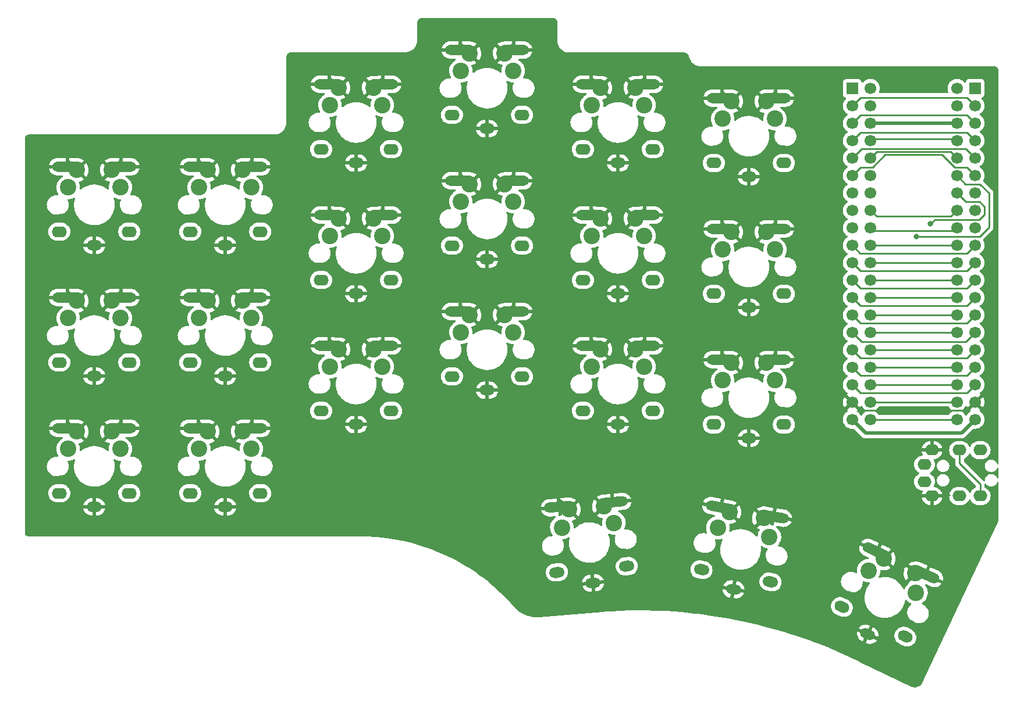
<source format=gbl>
%TF.GenerationSoftware,KiCad,Pcbnew,(6.0.5-0)*%
%TF.CreationDate,2023-02-14T08:53:57-08:00*%
%TF.ProjectId,keyboard_pcb,6b657962-6f61-4726-945f-7063622e6b69,rev1.0*%
%TF.SameCoordinates,PX2ebae40PY925c430*%
%TF.FileFunction,Copper,L2,Bot*%
%TF.FilePolarity,Positive*%
%FSLAX46Y46*%
G04 Gerber Fmt 4.6, Leading zero omitted, Abs format (unit mm)*
G04 Created by KiCad (PCBNEW (6.0.5-0)) date 2023-02-14 08:53:57*
%MOMM*%
%LPD*%
G01*
G04 APERTURE LIST*
G04 Aperture macros list*
%AMHorizOval*
0 Thick line with rounded ends*
0 $1 width*
0 $2 $3 position (X,Y) of the first rounded end (center of the circle)*
0 $4 $5 position (X,Y) of the second rounded end (center of the circle)*
0 Add line between two ends*
20,1,$1,$2,$3,$4,$5,0*
0 Add two circle primitives to create the rounded ends*
1,1,$1,$2,$3*
1,1,$1,$4,$5*%
G04 Aperture macros list end*
%TA.AperFunction,ComponentPad*%
%ADD10C,2.400000*%
%TD*%
%TA.AperFunction,ComponentPad*%
%ADD11O,2.200000X1.600000*%
%TD*%
%TA.AperFunction,ComponentPad*%
%ADD12HorizOval,1.500000X1.449945X0.012653X-1.449945X-0.012653X0*%
%TD*%
%TA.AperFunction,ComponentPad*%
%ADD13HorizOval,1.500000X1.449945X-0.012653X-1.449945X0.012653X0*%
%TD*%
%TA.AperFunction,ComponentPad*%
%ADD14O,2.200000X1.500000*%
%TD*%
%TA.AperFunction,ComponentPad*%
%ADD15HorizOval,1.600000X0.298858X0.026147X-0.298858X-0.026147X0*%
%TD*%
%TA.AperFunction,ComponentPad*%
%ADD16HorizOval,1.500000X0.348668X0.030505X-0.348668X-0.030505X0*%
%TD*%
%TA.AperFunction,ComponentPad*%
%ADD17HorizOval,1.500000X1.445530X0.113766X-1.445530X-0.113766X0*%
%TD*%
%TA.AperFunction,ComponentPad*%
%ADD18HorizOval,1.500000X1.443324X0.138976X-1.443324X-0.138976X0*%
%TD*%
%TA.AperFunction,ComponentPad*%
%ADD19O,2.000000X1.600000*%
%TD*%
%TA.AperFunction,ComponentPad*%
%ADD20HorizOval,1.600000X0.271892X-0.126785X-0.271892X0.126785X0*%
%TD*%
%TA.AperFunction,ComponentPad*%
%ADD21HorizOval,1.500000X1.308749X-0.624241X-1.308749X0.624241X0*%
%TD*%
%TA.AperFunction,ComponentPad*%
%ADD22HorizOval,1.500000X0.317208X-0.147916X-0.317208X0.147916X0*%
%TD*%
%TA.AperFunction,ComponentPad*%
%ADD23HorizOval,1.500000X1.319444X-0.601305X-1.319444X0.601305X0*%
%TD*%
%TA.AperFunction,ComponentPad*%
%ADD24R,1.700000X1.700000*%
%TD*%
%TA.AperFunction,ComponentPad*%
%ADD25C,1.700000*%
%TD*%
%TA.AperFunction,ComponentPad*%
%ADD26HorizOval,1.600000X0.295442X-0.052094X-0.295442X0.052094X0*%
%TD*%
%TA.AperFunction,ComponentPad*%
%ADD27HorizOval,1.500000X1.430114X-0.239319X-1.430114X0.239319X0*%
%TD*%
%TA.AperFunction,ComponentPad*%
%ADD28HorizOval,1.500000X0.344683X-0.060777X-0.344683X0.060777X0*%
%TD*%
%TA.AperFunction,ComponentPad*%
%ADD29HorizOval,1.500000X1.425720X-0.264242X-1.425720X0.264242X0*%
%TD*%
%TA.AperFunction,ViaPad*%
%ADD30C,0.800000*%
%TD*%
%TA.AperFunction,Conductor*%
%ADD31C,0.250000*%
%TD*%
%TA.AperFunction,Conductor*%
%ADD32C,0.500000*%
%TD*%
G04 APERTURE END LIST*
D10*
%TO.P,K25,1*%
%TO.N,/k25*%
X111190000Y57910000D03*
D11*
X120100000Y51470000D03*
X109900000Y51470000D03*
D10*
X118810000Y57910000D03*
D12*
%TO.P,K25,2*%
%TO.N,GND*%
X118900042Y60910401D03*
D13*
X111099958Y60910401D03*
D10*
X117540000Y60450000D03*
D14*
X115000000Y49470000D03*
D10*
X112460000Y60450000D03*
%TD*%
%TO.P,K24,1*%
%TO.N,/k24*%
X99760000Y59910000D03*
X92140000Y59910000D03*
D11*
X101050000Y53470000D03*
X90850000Y53470000D03*
D14*
%TO.P,K24,2*%
%TO.N,GND*%
X95950000Y51470000D03*
D10*
X93410000Y62450000D03*
D12*
X99850042Y62910401D03*
D10*
X98490000Y62450000D03*
D13*
X92049958Y62910401D03*
%TD*%
D11*
%TO.P,K21,1*%
%TO.N,/k21*%
X33700000Y41470000D03*
D10*
X42610000Y47910000D03*
X34990000Y47910000D03*
D11*
X43900000Y41470000D03*
D13*
%TO.P,K21,2*%
%TO.N,GND*%
X34899958Y50910401D03*
D14*
X38800000Y39470000D03*
D10*
X36260000Y50450000D03*
X41340000Y50450000D03*
D12*
X42700042Y50910401D03*
%TD*%
D11*
%TO.P,K02,1*%
%TO.N,/k02*%
X62950000Y91570000D03*
D10*
X54040000Y98010000D03*
X61660000Y98010000D03*
D11*
X52750000Y91570000D03*
D10*
%TO.P,K02,2*%
%TO.N,GND*%
X60390000Y100550000D03*
D12*
X61750042Y101010401D03*
D10*
X55310000Y100550000D03*
D13*
X53949958Y101010401D03*
D14*
X57850000Y89570000D03*
%TD*%
D10*
%TO.P,K10,1*%
%TO.N,/k10*%
X23560000Y66960000D03*
X15940000Y66960000D03*
D11*
X14650000Y60520000D03*
X24850000Y60520000D03*
D10*
%TO.P,K10,2*%
%TO.N,GND*%
X17210000Y69500000D03*
D13*
X15849958Y69960401D03*
D12*
X23650042Y69960401D03*
D10*
X22290000Y69500000D03*
D14*
X19750000Y58520000D03*
%TD*%
D11*
%TO.P,K04,1*%
%TO.N,/k04*%
X101050000Y91570000D03*
D10*
X99760000Y98010000D03*
D11*
X90850000Y91570000D03*
D10*
X92140000Y98010000D03*
D13*
%TO.P,K04,2*%
%TO.N,GND*%
X92049958Y101010401D03*
D10*
X98490000Y100550000D03*
X93410000Y100550000D03*
D12*
X99850042Y101010401D03*
D14*
X95950000Y89570000D03*
%TD*%
D10*
%TO.P,K12,1*%
%TO.N,/k12*%
X61660000Y78960000D03*
X54040000Y78960000D03*
D11*
X62950000Y72520000D03*
X52750000Y72520000D03*
D10*
%TO.P,K12,2*%
%TO.N,GND*%
X60390000Y81500000D03*
X55310000Y81500000D03*
D12*
X61750042Y81960401D03*
D13*
X53949958Y81960401D03*
D14*
X57850000Y70520000D03*
%TD*%
D15*
%TO.P,K30,1*%
%TO.N,/k30*%
X97220500Y30829335D03*
D10*
X87783123Y36468271D03*
D15*
X87059314Y29940346D03*
D10*
X95374126Y37132398D03*
D16*
%TO.P,K30,2*%
%TO.N,GND*%
X92314219Y28392451D03*
D17*
X87431921Y39449407D03*
D18*
X95202323Y40129229D03*
D10*
X88826914Y39109293D03*
X93887583Y39552045D03*
%TD*%
D11*
%TO.P,K01,1*%
%TO.N,/k01*%
X43900000Y79570000D03*
X33700000Y79570000D03*
D10*
X34990000Y86010000D03*
X42610000Y86010000D03*
%TO.P,K01,2*%
%TO.N,GND*%
X36260000Y88550000D03*
X41340000Y88550000D03*
D13*
X34899958Y89010401D03*
D12*
X42700042Y89010401D03*
D14*
X38800000Y77570000D03*
%TD*%
D10*
%TO.P,K14,1*%
%TO.N,/k14*%
X92140000Y78960000D03*
D11*
X90850000Y72520000D03*
D10*
X99760000Y78960000D03*
D11*
X101050000Y72520000D03*
D12*
%TO.P,K14,2*%
%TO.N,GND*%
X99850042Y81960401D03*
D10*
X98490000Y81500000D03*
D13*
X92049958Y81960401D03*
D14*
X95950000Y70520000D03*
D10*
X93410000Y81500000D03*
%TD*%
D11*
%TO.P,K23,1*%
%TO.N,/k23*%
X71800000Y58470000D03*
D10*
X73090000Y64910000D03*
X80710000Y64910000D03*
D11*
X82000000Y58470000D03*
D14*
%TO.P,K23,2*%
%TO.N,GND*%
X76900000Y56470000D03*
D10*
X79440000Y67450000D03*
X74360000Y67450000D03*
D13*
X72999958Y67910401D03*
D12*
X80800042Y67910401D03*
%TD*%
D11*
%TO.P,K03,1*%
%TO.N,/k03*%
X82000000Y96570000D03*
D10*
X80710000Y103010000D03*
D11*
X71800000Y96570000D03*
D10*
X73090000Y103010000D03*
%TO.P,K03,2*%
%TO.N,GND*%
X74360000Y105550000D03*
D14*
X76900000Y94570000D03*
D13*
X72999958Y106010401D03*
D10*
X79440000Y105550000D03*
D12*
X80800042Y106010401D03*
%TD*%
D11*
%TO.P,K22,1*%
%TO.N,/k22*%
X62950000Y53470000D03*
X52750000Y53470000D03*
D10*
X54040000Y59910000D03*
X61660000Y59910000D03*
%TO.P,K22,2*%
%TO.N,GND*%
X60390000Y62450000D03*
D12*
X61750042Y62910401D03*
D13*
X53949958Y62910401D03*
D10*
X55310000Y62450000D03*
D14*
X57850000Y51470000D03*
%TD*%
D19*
%TO.P,J1,4,RING2*%
%TO.N,/TX*%
X148660000Y47750000D03*
X145660000Y41050000D03*
%TO.P,J1,3,RING1*%
%TO.N,/RX*%
X145660000Y47750000D03*
X148660000Y41050000D03*
%TO.P,J1,2,TIP*%
%TO.N,GND*%
X141660000Y47750000D03*
X141660000Y41050000D03*
%TO.P,J1,1,SLEEVE*%
%TO.N,+3V3*%
X140560000Y43150000D03*
X140560000Y45650000D03*
%TD*%
D11*
%TO.P,K15,1*%
%TO.N,/k15*%
X109900000Y70520000D03*
D10*
X111190000Y76960000D03*
X118810000Y76960000D03*
D11*
X120100000Y70520000D03*
D14*
%TO.P,K15,2*%
%TO.N,GND*%
X115000000Y68520000D03*
D10*
X117540000Y79500000D03*
D12*
X118900042Y79960401D03*
D10*
X112460000Y79500000D03*
D13*
X111099958Y79960401D03*
%TD*%
D20*
%TO.P,K32,1*%
%TO.N,/k32*%
X128529619Y24890753D03*
D10*
X132420418Y30182197D03*
D20*
X137773958Y20580046D03*
D10*
X139326483Y26961846D03*
D21*
%TO.P,K32,2*%
%TO.N,GND*%
X133606836Y32939538D03*
D22*
X132306552Y20922784D03*
D10*
X134644879Y31947494D03*
D23*
X140676113Y29643080D03*
D10*
X139248923Y29800593D03*
%TD*%
%TO.P,K11,1*%
%TO.N,/k11*%
X34990000Y66960000D03*
D11*
X33700000Y60520000D03*
D10*
X42610000Y66960000D03*
D11*
X43900000Y60520000D03*
D10*
%TO.P,K11,2*%
%TO.N,GND*%
X41340000Y69500000D03*
D14*
X38800000Y58520000D03*
D12*
X42700042Y69960401D03*
D13*
X34899958Y69960401D03*
D10*
X36260000Y69500000D03*
%TD*%
D24*
%TO.P,U1,1,PB12*%
%TO.N,unconnected-(U1-Pad1)*%
X130035000Y100450000D03*
X147935000Y100470000D03*
D25*
%TO.P,U1,2,PB13*%
%TO.N,/k05*%
X147935000Y97930000D03*
X130035000Y97910000D03*
%TO.P,U1,3,PB14*%
%TO.N,/k04*%
X130035000Y95370000D03*
X147935000Y95390000D03*
%TO.P,U1,4,PB15*%
%TO.N,/k03*%
X147935000Y92850000D03*
X130035000Y92830000D03*
%TO.P,U1,5,PA8*%
%TO.N,/k02*%
X130035000Y90290000D03*
X147935000Y90310000D03*
%TO.P,U1,6,PA9*%
%TO.N,unconnected-(U1-Pad6)*%
X147935000Y87770000D03*
X130035000Y87750000D03*
%TO.P,U1,7,PA10*%
%TO.N,unconnected-(U1-Pad7)*%
X147935000Y85230000D03*
X130035000Y85210000D03*
%TO.P,U1,8,PA11*%
%TO.N,unconnected-(U1-Pad8)*%
X147935000Y82690000D03*
X130035000Y82670000D03*
%TO.P,U1,9,PA12*%
%TO.N,unconnected-(U1-Pad9)*%
X130035000Y80130000D03*
X147935000Y80150000D03*
%TO.P,U1,10,PA15*%
%TO.N,/k15*%
X147935000Y77610000D03*
X130035000Y77590000D03*
%TO.P,U1,11,PB3*%
%TO.N,/k14*%
X130035000Y75050000D03*
X147935000Y75070000D03*
%TO.P,U1,12,PB4*%
%TO.N,/k13*%
X130035000Y72510000D03*
X147935000Y72530000D03*
%TO.P,U1,13,PB5*%
%TO.N,/k12*%
X147935000Y69990000D03*
X130035000Y69970000D03*
%TO.P,U1,14,PB6*%
%TO.N,/TX*%
X130035000Y67430000D03*
X147935000Y67450000D03*
%TO.P,U1,15,PB7*%
%TO.N,/RX*%
X130035000Y64890000D03*
X147935000Y64910000D03*
%TO.P,U1,16,PB8*%
%TO.N,/k11*%
X147935000Y62370000D03*
X130035000Y62350000D03*
%TO.P,U1,17,PB9*%
%TO.N,/k10*%
X147935000Y59830000D03*
X130035000Y59810000D03*
%TO.P,U1,18,5V*%
%TO.N,unconnected-(U1-Pad18)*%
X130035000Y57270000D03*
X147935000Y57290000D03*
%TO.P,U1,19,GND*%
%TO.N,GND*%
X147935000Y54750000D03*
X130035000Y54730000D03*
%TO.P,U1,20,3V3*%
%TO.N,+3V3*%
X147935000Y52210000D03*
X130035000Y52190000D03*
%TO.P,U1,21,VBat*%
%TO.N,unconnected-(U1-Pad21)*%
X145275000Y52190000D03*
X132695000Y52210000D03*
%TO.P,U1,22,PC13*%
%TO.N,unconnected-(U1-Pad22)*%
X132695000Y54750000D03*
X145275000Y54730000D03*
%TO.P,U1,23,PC14*%
%TO.N,unconnected-(U1-Pad23)*%
X132695000Y57290000D03*
X145275000Y57270000D03*
%TO.P,U1,24,PC15*%
%TO.N,unconnected-(U1-Pad24)*%
X145275000Y59810000D03*
X132695000Y59830000D03*
%TO.P,U1,25,RES*%
%TO.N,unconnected-(U1-Pad25)*%
X145275000Y62350000D03*
X132695000Y62370000D03*
%TO.P,U1,26,PA0*%
%TO.N,/k32*%
X145275000Y64890000D03*
X132695000Y64910000D03*
%TO.P,U1,27,PA1*%
%TO.N,/k31*%
X145275000Y67430000D03*
X132695000Y67450000D03*
%TO.P,U1,28,PA2*%
%TO.N,/k30*%
X145275000Y69970000D03*
X132695000Y69990000D03*
%TO.P,U1,29,PA3*%
%TO.N,/k20*%
X132695000Y72530000D03*
X145275000Y72510000D03*
%TO.P,U1,30,PA4*%
%TO.N,/k21*%
X132695000Y75070000D03*
X145275000Y75050000D03*
%TO.P,U1,31,PA5*%
%TO.N,/k22*%
X145275000Y77590000D03*
X132695000Y77610000D03*
%TO.P,U1,32,PA6*%
%TO.N,/k23*%
X132695000Y80150000D03*
X145275000Y80130000D03*
%TO.P,U1,33,PA7*%
%TO.N,/k24*%
X132695000Y82690000D03*
X145275000Y82670000D03*
%TO.P,U1,34,PB0*%
%TO.N,/k25*%
X145275000Y85210000D03*
X132695000Y85230000D03*
%TO.P,U1,35,PB1*%
%TO.N,/k00*%
X145275000Y87750000D03*
X132695000Y87770000D03*
%TO.P,U1,36,PB2*%
%TO.N,unconnected-(U1-Pad36)*%
X132695000Y90310000D03*
X145275000Y90290000D03*
%TO.P,U1,37,PB10*%
%TO.N,/k01*%
X145275000Y92830000D03*
X132695000Y92850000D03*
%TO.P,U1,38,3V3*%
%TO.N,+3V3*%
X132695000Y95390000D03*
X145275000Y95370000D03*
%TO.P,U1,39,GND*%
%TO.N,GND*%
X132695000Y97930000D03*
X145275000Y97910000D03*
%TO.P,U1,40,5V*%
%TO.N,unconnected-(U1-Pad40)*%
X132695000Y100470000D03*
X145275000Y100450000D03*
%TD*%
D10*
%TO.P,K05,1*%
%TO.N,/k05*%
X111190000Y96010000D03*
D11*
X120100000Y89570000D03*
X109900000Y89570000D03*
D10*
X118810000Y96010000D03*
D13*
%TO.P,K05,2*%
%TO.N,GND*%
X111099958Y99010401D03*
D14*
X115000000Y87570000D03*
D12*
X118900042Y99010401D03*
D10*
X112460000Y98550000D03*
X117540000Y98550000D03*
%TD*%
D11*
%TO.P,K20,1*%
%TO.N,/k20*%
X14650000Y41470000D03*
D10*
X23560000Y47910000D03*
X15940000Y47910000D03*
D11*
X24850000Y41470000D03*
D10*
%TO.P,K20,2*%
%TO.N,GND*%
X17210000Y50450000D03*
D13*
X15849958Y50910401D03*
D14*
X19750000Y39470000D03*
D12*
X23650042Y50910401D03*
D10*
X22290000Y50450000D03*
%TD*%
%TO.P,K13,1*%
%TO.N,/k13*%
X73090000Y83960000D03*
X80710000Y83960000D03*
D11*
X82000000Y77520000D03*
X71800000Y77520000D03*
D14*
%TO.P,K13,2*%
%TO.N,GND*%
X76900000Y75520000D03*
D12*
X80800042Y86960401D03*
D10*
X79440000Y86500000D03*
D13*
X72999958Y86960401D03*
D10*
X74360000Y86500000D03*
%TD*%
%TO.P,K00,1*%
%TO.N,/k00*%
X15940000Y86010000D03*
X23560000Y86010000D03*
D11*
X14650000Y79570000D03*
X24850000Y79570000D03*
D10*
%TO.P,K00,2*%
%TO.N,GND*%
X17210000Y88550000D03*
D14*
X19750000Y77570000D03*
D12*
X23650042Y89010401D03*
D13*
X15849958Y89010401D03*
D10*
X22290000Y88550000D03*
%TD*%
%TO.P,K31,1*%
%TO.N,/k31*%
X110488949Y36433011D03*
D26*
X118145292Y28543644D03*
D10*
X117993184Y35109812D03*
D26*
X108100253Y30314855D03*
D27*
%TO.P,K31,2*%
%TO.N,GND*%
X118602872Y38048994D03*
D10*
X117183544Y37831757D03*
D28*
X112775476Y27459634D03*
D29*
X110921289Y39403465D03*
D10*
X112180721Y38713890D03*
%TD*%
D30*
%TO.N,GND*%
X127590000Y87740000D03*
X127580000Y67370000D03*
X127580000Y82690000D03*
%TO.N,/k00*%
X139350000Y78870000D03*
%TO.N,/k25*%
X141450000Y80720000D03*
%TD*%
D31*
%TO.N,/RX*%
X145660000Y47750000D02*
X145660000Y45800000D01*
X145660000Y45800000D02*
X148660000Y42800000D01*
X148660000Y42800000D02*
X148660000Y41050000D01*
D32*
%TO.N,+3V3*%
X130035000Y52190000D02*
X132005000Y50220000D01*
X145945000Y50220000D02*
X147935000Y52210000D01*
X132005000Y50220000D02*
X145945000Y50220000D01*
X132695000Y95390000D02*
X145255000Y95390000D01*
D31*
X145255000Y95390000D02*
X145275000Y95370000D01*
%TO.N,GND*%
X143664511Y53555489D02*
X146740489Y53555489D01*
X146740489Y53555489D02*
X147935000Y54750000D01*
X131209511Y53555489D02*
X143664511Y53555489D01*
X145255000Y97930000D02*
X145275000Y97910000D01*
X144200000Y41170000D02*
X143662500Y41170000D01*
X130035000Y54730000D02*
X131209511Y53555489D01*
X143650000Y53540978D02*
X143664511Y53555489D01*
X131959282Y97930000D02*
X132695000Y97930000D01*
%TO.N,/TX*%
X144786995Y66256995D02*
X144788501Y66255489D01*
X130035000Y67430000D02*
X131208005Y66256995D01*
X146740489Y66255489D02*
X147935000Y67450000D01*
X144788501Y66255489D02*
X146740489Y66255489D01*
X131208005Y66256995D02*
X144786995Y66256995D01*
%TO.N,/RX*%
X131380489Y63544511D02*
X146569511Y63544511D01*
X130035000Y64890000D02*
X131380489Y63544511D01*
X146569511Y63544511D02*
X147935000Y64910000D01*
%TO.N,/k00*%
X145275000Y87750000D02*
X146525000Y86500000D01*
X148620000Y78870000D02*
X139350000Y78870000D01*
X148630000Y86500000D02*
X149950000Y85180000D01*
X149950000Y85180000D02*
X149950000Y80200000D01*
X149950000Y80200000D02*
X148620000Y78870000D01*
X146525000Y86500000D02*
X148630000Y86500000D01*
%TO.N,/k01*%
X132695000Y92850000D02*
X132953530Y93108530D01*
X144996470Y93108530D02*
X145275000Y92830000D01*
X132953530Y93108530D02*
X144996470Y93108530D01*
%TO.N,/k02*%
X144551194Y91649510D02*
X146595490Y91649510D01*
X131404510Y91659510D02*
X144541194Y91659510D01*
X130035000Y90290000D02*
X131404510Y91659510D01*
X144541194Y91659510D02*
X144551194Y91649510D01*
X146595490Y91649510D02*
X147935000Y90310000D01*
%TO.N,/k03*%
X130035000Y92830000D02*
X131229511Y94024511D01*
X131229511Y94024511D02*
X146760489Y94024511D01*
X146760489Y94024511D02*
X147935000Y92850000D01*
%TO.N,/k04*%
X130035000Y95370000D02*
X131229511Y96564511D01*
X146760489Y96564511D02*
X147935000Y95390000D01*
X131229511Y96564511D02*
X146760489Y96564511D01*
%TO.N,/k05*%
X130035000Y97910000D02*
X131229511Y99104511D01*
X146760489Y99104511D02*
X147935000Y97930000D01*
X131229511Y99104511D02*
X146760489Y99104511D01*
%TO.N,/k10*%
X130035000Y59810000D02*
X131209511Y58635489D01*
X131209511Y58635489D02*
X146740489Y58635489D01*
X146740489Y58635489D02*
X147935000Y59830000D01*
%TO.N,/k11*%
X146740489Y61175489D02*
X147935000Y62370000D01*
X131209511Y61175489D02*
X146740489Y61175489D01*
X130035000Y62350000D02*
X131209511Y61175489D01*
%TO.N,/k12*%
X146740489Y68795489D02*
X147935000Y69990000D01*
X130035000Y69970000D02*
X131209511Y68795489D01*
X131209511Y68795489D02*
X146740489Y68795489D01*
%TO.N,/k13*%
X130035000Y72510000D02*
X131209511Y71335489D01*
X131209511Y71335489D02*
X146740489Y71335489D01*
X146740489Y71335489D02*
X147935000Y72530000D01*
%TO.N,/k14*%
X146740489Y73875489D02*
X147935000Y75070000D01*
X131209511Y73875489D02*
X146740489Y73875489D01*
X130035000Y75050000D02*
X131209511Y73875489D01*
%TO.N,/k15*%
X130035000Y77590000D02*
X131189511Y76435489D01*
X146740489Y76415489D02*
X147935000Y77610000D01*
X143275009Y76435489D02*
X143295009Y76415489D01*
X131189511Y76435489D02*
X143275009Y76435489D01*
X143295009Y76415489D02*
X146740489Y76415489D01*
%TO.N,/k20*%
X132695000Y72530000D02*
X145255000Y72530000D01*
X145255000Y72530000D02*
X145275000Y72510000D01*
%TO.N,/k21*%
X145255000Y75070000D02*
X145275000Y75050000D01*
X132695000Y75070000D02*
X145255000Y75070000D01*
%TO.N,/k22*%
X145255000Y77610000D02*
X145275000Y77590000D01*
X132695000Y77610000D02*
X145255000Y77610000D01*
%TO.N,/k23*%
X132695000Y80150000D02*
X133135000Y79710000D01*
X133135000Y79710000D02*
X144855000Y79710000D01*
X144855000Y79710000D02*
X145275000Y80130000D01*
%TO.N,/k24*%
X144395000Y81790000D02*
X145275000Y82670000D01*
X133595000Y81790000D02*
X144395000Y81790000D01*
X145255000Y82690000D02*
X145275000Y82670000D01*
X132695000Y82690000D02*
X133595000Y81790000D01*
%TO.N,/k25*%
X149310000Y83210000D02*
X148570000Y83950000D01*
X149310000Y82110000D02*
X149310000Y83210000D01*
X148530000Y81330000D02*
X149310000Y82110000D01*
X148570000Y83950000D02*
X146535000Y83950000D01*
X145255000Y85230000D02*
X145275000Y85210000D01*
X141450000Y80720000D02*
X142060000Y81330000D01*
X146535000Y83950000D02*
X145275000Y85210000D01*
X142060000Y81330000D02*
X148530000Y81330000D01*
%TO.N,/k30*%
X145255000Y69990000D02*
X145275000Y69970000D01*
X132695000Y69990000D02*
X145255000Y69990000D01*
%TO.N,/k31*%
X132695000Y67450000D02*
X145255000Y67450000D01*
X145255000Y67450000D02*
X145275000Y67430000D01*
%TO.N,/k32*%
X132695000Y64910000D02*
X145255000Y64910000D01*
X145255000Y64910000D02*
X145275000Y64890000D01*
%TO.N,unconnected-(U1-Pad18)*%
X146740489Y56095489D02*
X147935000Y57290000D01*
X130035000Y57270000D02*
X131209511Y56095489D01*
X131209511Y56095489D02*
X146740489Y56095489D01*
%TO.N,unconnected-(U1-Pad36)*%
X132695000Y90310000D02*
X133594999Y91209999D01*
X144355001Y91209999D02*
X145275000Y90290000D01*
X133594999Y91209999D02*
X144355001Y91209999D01*
%TO.N,unconnected-(U1-Pad6)*%
X132990521Y88944511D02*
X134806010Y90760000D01*
X143097810Y90760000D02*
X144933299Y88924511D01*
X144933299Y88924511D02*
X146780489Y88924511D01*
X134806010Y90760000D02*
X143097810Y90760000D01*
X130035000Y87750000D02*
X131229511Y88944511D01*
X131229511Y88944511D02*
X132990521Y88944511D01*
X146780489Y88924511D02*
X147935000Y87770000D01*
%TO.N,unconnected-(U1-Pad25)*%
X145255000Y62370000D02*
X145275000Y62350000D01*
X132695000Y62370000D02*
X145255000Y62370000D01*
%TO.N,unconnected-(U1-Pad24)*%
X132695000Y59830000D02*
X145255000Y59830000D01*
X145255000Y59830000D02*
X145275000Y59810000D01*
%TO.N,unconnected-(U1-Pad23)*%
X132695000Y57290000D02*
X145255000Y57290000D01*
X145255000Y57290000D02*
X145275000Y57270000D01*
%TO.N,unconnected-(U1-Pad22)*%
X132695000Y54750000D02*
X145255000Y54750000D01*
X145255000Y54750000D02*
X145275000Y54730000D01*
%TO.N,unconnected-(U1-Pad21)*%
X145255000Y52210000D02*
X145275000Y52190000D01*
X132695000Y52210000D02*
X145255000Y52210000D01*
%TD*%
%TA.AperFunction,Conductor*%
%TO.N,GND*%
G36*
X86400018Y110716552D02*
G01*
X86414852Y110714242D01*
X86414855Y110714242D01*
X86423724Y110712861D01*
X86433659Y110714160D01*
X86434746Y110714302D01*
X86463431Y110714759D01*
X86559687Y110705279D01*
X86583908Y110700462D01*
X86640324Y110683348D01*
X86696738Y110666234D01*
X86719557Y110656782D01*
X86823539Y110601203D01*
X86844076Y110587481D01*
X86935217Y110512684D01*
X86952684Y110495217D01*
X87027481Y110404076D01*
X87041203Y110383539D01*
X87096782Y110279557D01*
X87106234Y110256737D01*
X87140460Y110143911D01*
X87145279Y110119686D01*
X87148690Y110085057D01*
X87154094Y110030188D01*
X87153640Y110014131D01*
X87154352Y110014122D01*
X87154242Y110005148D01*
X87152861Y109996276D01*
X87154025Y109987374D01*
X87154025Y109987372D01*
X87156988Y109964717D01*
X87158052Y109948379D01*
X87158052Y107453250D01*
X87156306Y107432345D01*
X87152976Y107412552D01*
X87152823Y107400000D01*
X87153512Y107395193D01*
X87153512Y107395187D01*
X87153832Y107392956D01*
X87154783Y107384111D01*
X87155374Y107375869D01*
X87170813Y107160728D01*
X87171502Y107151122D01*
X87224717Y106907344D01*
X87312195Y106673663D01*
X87342172Y106618983D01*
X87426253Y106465616D01*
X87432145Y106454868D01*
X87582107Y106255443D01*
X87759009Y106079474D01*
X87959225Y105930568D01*
X88178651Y105811777D01*
X88412792Y105725535D01*
X88417188Y105724600D01*
X88417194Y105724598D01*
X88568177Y105692475D01*
X88656847Y105673610D01*
X88815786Y105663048D01*
X88871363Y105659355D01*
X88883251Y105657995D01*
X88888460Y105657147D01*
X88888469Y105657146D01*
X88893268Y105656365D01*
X88898128Y105656331D01*
X88898132Y105656331D01*
X88899732Y105656320D01*
X88905820Y105656278D01*
X88931747Y105660131D01*
X88950268Y105661500D01*
X105540633Y105661500D01*
X105560018Y105660000D01*
X105574851Y105657690D01*
X105574855Y105657690D01*
X105583724Y105656309D01*
X105594881Y105657768D01*
X105623451Y105658237D01*
X105672715Y105653431D01*
X105718572Y105648957D01*
X105742579Y105644227D01*
X105804979Y105625487D01*
X105854524Y105610607D01*
X105877161Y105601329D01*
X105980502Y105546703D01*
X106000916Y105533227D01*
X106091757Y105459654D01*
X106109178Y105442489D01*
X106139142Y105406591D01*
X106184081Y105352752D01*
X106197862Y105332534D01*
X106254011Y105230009D01*
X106263623Y105207513D01*
X106288106Y105130162D01*
X106292059Y105110493D01*
X106292450Y105110559D01*
X106294543Y105098182D01*
X106295967Y105093911D01*
X106296214Y105089414D01*
X106299201Y105080952D01*
X106299976Y105078756D01*
X106303266Y105067898D01*
X106355260Y104863633D01*
X106446978Y104639459D01*
X106568894Y104430169D01*
X106571601Y104426728D01*
X106628746Y104354090D01*
X106718653Y104239806D01*
X106721810Y104236775D01*
X106721815Y104236769D01*
X106864001Y104100240D01*
X106893362Y104072047D01*
X107089644Y103930135D01*
X107221345Y103860414D01*
X107299837Y103818860D01*
X107299840Y103818859D01*
X107303708Y103816811D01*
X107395592Y103783502D01*
X107527300Y103735756D01*
X107527302Y103735755D01*
X107531419Y103734263D01*
X107535703Y103733356D01*
X107535706Y103733355D01*
X107704816Y103697547D01*
X107768375Y103684088D01*
X107772741Y103683784D01*
X107772747Y103683783D01*
X107974040Y103669760D01*
X107986186Y103668319D01*
X107997448Y103666424D01*
X108003991Y103666344D01*
X108005140Y103666330D01*
X108005143Y103666330D01*
X108010000Y103666271D01*
X108037624Y103670227D01*
X108055486Y103671500D01*
X150533135Y103671500D01*
X150547589Y103670668D01*
X150584011Y103666462D01*
X150594534Y103668263D01*
X150623551Y103669830D01*
X150724968Y103663570D01*
X150750074Y103659446D01*
X150868198Y103627524D01*
X150891966Y103618439D01*
X151001264Y103563438D01*
X151022720Y103549765D01*
X151118739Y103473929D01*
X151137013Y103456222D01*
X151215842Y103362635D01*
X151230185Y103341620D01*
X151288602Y103234110D01*
X151298430Y103210642D01*
X151324229Y103125878D01*
X151334058Y103093582D01*
X151338970Y103068621D01*
X151344448Y103010000D01*
X151347785Y102974286D01*
X151347228Y102958222D01*
X151348008Y102958206D01*
X151347827Y102949233D01*
X151346375Y102940374D01*
X151349690Y102913352D01*
X151350563Y102906232D01*
X151351500Y102890891D01*
X151351500Y45824867D01*
X151331498Y45756746D01*
X151277842Y45710253D01*
X151207568Y45700149D01*
X151142988Y45729643D01*
X151110393Y45773618D01*
X151053803Y45900722D01*
X151053802Y45900724D01*
X151051118Y45906752D01*
X151040248Y45921714D01*
X150964842Y46025500D01*
X150938866Y46061253D01*
X150874529Y46119182D01*
X150801852Y46184621D01*
X150801851Y46184622D01*
X150796944Y46189040D01*
X150631556Y46284527D01*
X150449928Y46343542D01*
X150443367Y46344232D01*
X150443365Y46344232D01*
X150390111Y46349829D01*
X150307610Y46358500D01*
X150212390Y46358500D01*
X150129889Y46349829D01*
X150076635Y46344232D01*
X150076633Y46344232D01*
X150070072Y46343542D01*
X149888444Y46284527D01*
X149723056Y46189040D01*
X149718149Y46184622D01*
X149718148Y46184621D01*
X149645471Y46119182D01*
X149581134Y46061253D01*
X149555158Y46025500D01*
X149479753Y45921714D01*
X149468882Y45906752D01*
X149466198Y45900724D01*
X149466197Y45900722D01*
X149393891Y45738319D01*
X149391206Y45732288D01*
X149378208Y45671139D01*
X149359560Y45583404D01*
X149351500Y45545487D01*
X149351500Y45354513D01*
X149352872Y45348061D01*
X149352872Y45348056D01*
X149361229Y45308741D01*
X149391206Y45167712D01*
X149393891Y45161682D01*
X149393891Y45161681D01*
X149438562Y45061349D01*
X149468882Y44993248D01*
X149472762Y44987907D01*
X149472763Y44987906D01*
X149483413Y44973248D01*
X149581134Y44838747D01*
X149586044Y44834326D01*
X149586045Y44834325D01*
X149689175Y44741467D01*
X149723056Y44710960D01*
X149817735Y44656297D01*
X149871770Y44625100D01*
X149888444Y44615473D01*
X150070072Y44556458D01*
X150076633Y44555768D01*
X150076635Y44555768D01*
X150129889Y44550171D01*
X150212390Y44541500D01*
X150307610Y44541500D01*
X150390111Y44550171D01*
X150443365Y44555768D01*
X150443367Y44555768D01*
X150449928Y44556458D01*
X150631556Y44615473D01*
X150648231Y44625100D01*
X150702265Y44656297D01*
X150796944Y44710960D01*
X150830826Y44741467D01*
X150933955Y44834325D01*
X150933956Y44834326D01*
X150938866Y44838747D01*
X151036587Y44973248D01*
X151047237Y44987906D01*
X151047238Y44987907D01*
X151051118Y44993248D01*
X151081439Y45061349D01*
X151110393Y45126382D01*
X151156373Y45180478D01*
X151224300Y45201127D01*
X151292609Y45181775D01*
X151339610Y45128564D01*
X151351500Y45075133D01*
X151351500Y43724867D01*
X151331498Y43656746D01*
X151277842Y43610253D01*
X151207568Y43600149D01*
X151142988Y43629643D01*
X151110393Y43673618D01*
X151053803Y43800722D01*
X151053802Y43800724D01*
X151051118Y43806752D01*
X150938866Y43961253D01*
X150933955Y43965675D01*
X150801852Y44084621D01*
X150801851Y44084622D01*
X150796944Y44089040D01*
X150660145Y44168021D01*
X150637279Y44181223D01*
X150637278Y44181224D01*
X150631556Y44184527D01*
X150449928Y44243542D01*
X150443367Y44244232D01*
X150443365Y44244232D01*
X150385971Y44250264D01*
X150307610Y44258500D01*
X150212390Y44258500D01*
X150134029Y44250264D01*
X150076635Y44244232D01*
X150076633Y44244232D01*
X150070072Y44243542D01*
X149888444Y44184527D01*
X149882722Y44181224D01*
X149882721Y44181223D01*
X149859855Y44168021D01*
X149723056Y44089040D01*
X149718149Y44084622D01*
X149718148Y44084621D01*
X149586045Y43965675D01*
X149581134Y43961253D01*
X149468882Y43806752D01*
X149466198Y43800724D01*
X149466197Y43800722D01*
X149399294Y43650454D01*
X149391206Y43632288D01*
X149351500Y43445487D01*
X149351500Y43313200D01*
X149331498Y43245079D01*
X149277842Y43198586D01*
X149207568Y43188482D01*
X149142988Y43217976D01*
X149133648Y43226949D01*
X149130132Y43230694D01*
X149125472Y43237107D01*
X149091395Y43265298D01*
X149082616Y43273288D01*
X146330405Y46025500D01*
X146296379Y46087812D01*
X146293500Y46114595D01*
X146293500Y46428104D01*
X146313502Y46496225D01*
X146366251Y46542299D01*
X146511758Y46610149D01*
X146511764Y46610153D01*
X146516749Y46612477D01*
X146682447Y46728500D01*
X146699789Y46740643D01*
X146699792Y46740645D01*
X146704300Y46743802D01*
X146866198Y46905700D01*
X146893032Y46944022D01*
X146994366Y47088743D01*
X146997523Y47093251D01*
X147045805Y47196793D01*
X147092722Y47250078D01*
X147160999Y47269539D01*
X147228959Y47248997D01*
X147274195Y47196793D01*
X147322477Y47093251D01*
X147325634Y47088743D01*
X147426969Y46944022D01*
X147453802Y46905700D01*
X147615700Y46743802D01*
X147620208Y46740645D01*
X147620211Y46740643D01*
X147637553Y46728500D01*
X147803251Y46612477D01*
X147808233Y46610154D01*
X147808238Y46610151D01*
X148004765Y46518510D01*
X148010757Y46515716D01*
X148016065Y46514294D01*
X148016067Y46514293D01*
X148226598Y46457881D01*
X148226600Y46457881D01*
X148231913Y46456457D01*
X148331480Y46447746D01*
X148400149Y46441738D01*
X148400156Y46441738D01*
X148402873Y46441500D01*
X148917127Y46441500D01*
X148919844Y46441738D01*
X148919851Y46441738D01*
X148988520Y46447746D01*
X149088087Y46456457D01*
X149093400Y46457881D01*
X149093402Y46457881D01*
X149303933Y46514293D01*
X149303935Y46514294D01*
X149309243Y46515716D01*
X149315235Y46518510D01*
X149511762Y46610151D01*
X149511767Y46610154D01*
X149516749Y46612477D01*
X149682447Y46728500D01*
X149699789Y46740643D01*
X149699792Y46740645D01*
X149704300Y46743802D01*
X149866198Y46905700D01*
X149893032Y46944022D01*
X149994366Y47088743D01*
X149997523Y47093251D01*
X149999846Y47098233D01*
X149999849Y47098238D01*
X150091961Y47295775D01*
X150091961Y47295776D01*
X150094284Y47300757D01*
X150100518Y47324020D01*
X150152119Y47516598D01*
X150152119Y47516600D01*
X150153543Y47521913D01*
X150173498Y47750000D01*
X150153543Y47978087D01*
X150143244Y48016522D01*
X150095707Y48193933D01*
X150095706Y48193935D01*
X150094284Y48199243D01*
X150088313Y48212049D01*
X149999849Y48401762D01*
X149999846Y48401767D01*
X149997523Y48406749D01*
X149866198Y48594300D01*
X149704300Y48756198D01*
X149699792Y48759355D01*
X149699789Y48759357D01*
X149599850Y48829335D01*
X149516749Y48887523D01*
X149511767Y48889846D01*
X149511762Y48889849D01*
X149314225Y48981961D01*
X149314224Y48981961D01*
X149309243Y48984284D01*
X149303935Y48985706D01*
X149303933Y48985707D01*
X149093402Y49042119D01*
X149093400Y49042119D01*
X149088087Y49043543D01*
X148988520Y49052254D01*
X148919851Y49058262D01*
X148919844Y49058262D01*
X148917127Y49058500D01*
X148402873Y49058500D01*
X148400156Y49058262D01*
X148400149Y49058262D01*
X148331480Y49052254D01*
X148231913Y49043543D01*
X148226600Y49042119D01*
X148226598Y49042119D01*
X148016067Y48985707D01*
X148016065Y48985706D01*
X148010757Y48984284D01*
X148005776Y48981961D01*
X148005775Y48981961D01*
X147808238Y48889849D01*
X147808233Y48889846D01*
X147803251Y48887523D01*
X147720150Y48829335D01*
X147620211Y48759357D01*
X147620208Y48759355D01*
X147615700Y48756198D01*
X147453802Y48594300D01*
X147322477Y48406749D01*
X147274195Y48303207D01*
X147227278Y48249922D01*
X147159001Y48230461D01*
X147091041Y48251003D01*
X147045805Y48303207D01*
X146997523Y48406749D01*
X146866198Y48594300D01*
X146704300Y48756198D01*
X146699792Y48759355D01*
X146699789Y48759357D01*
X146599850Y48829335D01*
X146516749Y48887523D01*
X146511767Y48889846D01*
X146511762Y48889849D01*
X146314225Y48981961D01*
X146314224Y48981961D01*
X146309243Y48984284D01*
X146303935Y48985706D01*
X146303933Y48985707D01*
X146093402Y49042119D01*
X146093400Y49042119D01*
X146088087Y49043543D01*
X145988520Y49052254D01*
X145919851Y49058262D01*
X145919844Y49058262D01*
X145917127Y49058500D01*
X145402873Y49058500D01*
X145400156Y49058262D01*
X145400149Y49058262D01*
X145331480Y49052254D01*
X145231913Y49043543D01*
X145226600Y49042119D01*
X145226598Y49042119D01*
X145016067Y48985707D01*
X145016065Y48985706D01*
X145010757Y48984284D01*
X145005776Y48981961D01*
X145005775Y48981961D01*
X144808238Y48889849D01*
X144808233Y48889846D01*
X144803251Y48887523D01*
X144720150Y48829335D01*
X144620211Y48759357D01*
X144620208Y48759355D01*
X144615700Y48756198D01*
X144453802Y48594300D01*
X144322477Y48406749D01*
X144320154Y48401767D01*
X144320151Y48401762D01*
X144231687Y48212049D01*
X144225716Y48199243D01*
X144224294Y48193935D01*
X144224293Y48193933D01*
X144176756Y48016522D01*
X144166457Y47978087D01*
X144146502Y47750000D01*
X144166457Y47521913D01*
X144167881Y47516600D01*
X144167881Y47516598D01*
X144219483Y47324020D01*
X144225716Y47300757D01*
X144228039Y47295776D01*
X144228039Y47295775D01*
X144320151Y47098238D01*
X144320154Y47098233D01*
X144322477Y47093251D01*
X144325634Y47088743D01*
X144426969Y46944022D01*
X144453802Y46905700D01*
X144615700Y46743802D01*
X144620208Y46740645D01*
X144620211Y46740643D01*
X144637553Y46728500D01*
X144803251Y46612477D01*
X144808236Y46610153D01*
X144808242Y46610149D01*
X144953749Y46542299D01*
X145007035Y46495382D01*
X145026500Y46428104D01*
X145026500Y45878767D01*
X145025973Y45867584D01*
X145024298Y45860091D01*
X145024547Y45852165D01*
X145024547Y45852164D01*
X145026438Y45792014D01*
X145026500Y45788055D01*
X145026500Y45760144D01*
X145026997Y45756210D01*
X145026997Y45756209D01*
X145027005Y45756144D01*
X145027938Y45744307D01*
X145029327Y45700111D01*
X145034978Y45680661D01*
X145038987Y45661300D01*
X145041526Y45641203D01*
X145044445Y45633832D01*
X145044445Y45633830D01*
X145057804Y45600088D01*
X145061649Y45588858D01*
X145071771Y45554017D01*
X145073982Y45546407D01*
X145078015Y45539588D01*
X145078017Y45539583D01*
X145084293Y45528972D01*
X145092988Y45511224D01*
X145100448Y45492383D01*
X145105110Y45485967D01*
X145105110Y45485966D01*
X145126436Y45456613D01*
X145132952Y45446693D01*
X145138928Y45436589D01*
X145155458Y45408638D01*
X145169779Y45394317D01*
X145182619Y45379284D01*
X145194528Y45362893D01*
X145200634Y45357842D01*
X145228605Y45334702D01*
X145237384Y45326712D01*
X147989595Y42574501D01*
X148023621Y42512189D01*
X148026500Y42485406D01*
X148026500Y42371896D01*
X148006498Y42303775D01*
X147953749Y42257701D01*
X147808242Y42189851D01*
X147808239Y42189849D01*
X147803251Y42187523D01*
X147746377Y42147699D01*
X147620211Y42059357D01*
X147620208Y42059355D01*
X147615700Y42056198D01*
X147453802Y41894300D01*
X147450645Y41889792D01*
X147450643Y41889789D01*
X147416831Y41841500D01*
X147322477Y41706749D01*
X147274195Y41603207D01*
X147227278Y41549922D01*
X147159001Y41530461D01*
X147091041Y41551003D01*
X147045805Y41603207D01*
X146997523Y41706749D01*
X146903169Y41841500D01*
X146869357Y41889789D01*
X146869355Y41889792D01*
X146866198Y41894300D01*
X146704300Y42056198D01*
X146699792Y42059355D01*
X146699789Y42059357D01*
X146573623Y42147699D01*
X146516749Y42187523D01*
X146511767Y42189846D01*
X146511762Y42189849D01*
X146314225Y42281961D01*
X146314224Y42281961D01*
X146309243Y42284284D01*
X146303935Y42285706D01*
X146303933Y42285707D01*
X146093402Y42342119D01*
X146093400Y42342119D01*
X146088087Y42343543D01*
X145988520Y42352254D01*
X145919851Y42358262D01*
X145919844Y42358262D01*
X145917127Y42358500D01*
X145402873Y42358500D01*
X145400156Y42358262D01*
X145400149Y42358262D01*
X145331480Y42352254D01*
X145231913Y42343543D01*
X145226600Y42342119D01*
X145226598Y42342119D01*
X145016067Y42285707D01*
X145016065Y42285706D01*
X145010757Y42284284D01*
X145005776Y42281961D01*
X145005775Y42281961D01*
X144808238Y42189849D01*
X144808233Y42189846D01*
X144803251Y42187523D01*
X144746377Y42147699D01*
X144620211Y42059357D01*
X144620208Y42059355D01*
X144615700Y42056198D01*
X144453802Y41894300D01*
X144450645Y41889792D01*
X144450643Y41889789D01*
X144416831Y41841500D01*
X144322477Y41706749D01*
X144320154Y41701767D01*
X144320151Y41701762D01*
X144306010Y41671436D01*
X144225716Y41499243D01*
X144224294Y41493935D01*
X144224293Y41493933D01*
X144182795Y41339060D01*
X144166457Y41278087D01*
X144146502Y41050000D01*
X144166457Y40821913D01*
X144167881Y40816600D01*
X144167881Y40816598D01*
X144208358Y40665539D01*
X144225716Y40600757D01*
X144228039Y40595776D01*
X144228039Y40595775D01*
X144320151Y40398238D01*
X144320154Y40398233D01*
X144322477Y40393251D01*
X144370044Y40325319D01*
X144438390Y40227711D01*
X144453802Y40205700D01*
X144615700Y40043802D01*
X144620208Y40040645D01*
X144620211Y40040643D01*
X144696142Y39987476D01*
X144803251Y39912477D01*
X144808233Y39910154D01*
X144808238Y39910151D01*
X145004765Y39818510D01*
X145010757Y39815716D01*
X145016065Y39814294D01*
X145016067Y39814293D01*
X145226598Y39757881D01*
X145226600Y39757881D01*
X145231913Y39756457D01*
X145330120Y39747865D01*
X145400149Y39741738D01*
X145400156Y39741738D01*
X145402873Y39741500D01*
X145917127Y39741500D01*
X145919844Y39741738D01*
X145919851Y39741738D01*
X145989880Y39747865D01*
X146088087Y39756457D01*
X146093400Y39757881D01*
X146093402Y39757881D01*
X146303933Y39814293D01*
X146303935Y39814294D01*
X146309243Y39815716D01*
X146315235Y39818510D01*
X146511762Y39910151D01*
X146511767Y39910154D01*
X146516749Y39912477D01*
X146623858Y39987476D01*
X146699789Y40040643D01*
X146699792Y40040645D01*
X146704300Y40043802D01*
X146866198Y40205700D01*
X146881611Y40227711D01*
X146949956Y40325319D01*
X146997523Y40393251D01*
X147045805Y40496793D01*
X147092722Y40550078D01*
X147160999Y40569539D01*
X147228959Y40548997D01*
X147274195Y40496793D01*
X147322477Y40393251D01*
X147370044Y40325319D01*
X147438390Y40227711D01*
X147453802Y40205700D01*
X147615700Y40043802D01*
X147620208Y40040645D01*
X147620211Y40040643D01*
X147696142Y39987476D01*
X147803251Y39912477D01*
X147808233Y39910154D01*
X147808238Y39910151D01*
X148004765Y39818510D01*
X148010757Y39815716D01*
X148016065Y39814294D01*
X148016067Y39814293D01*
X148226598Y39757881D01*
X148226600Y39757881D01*
X148231913Y39756457D01*
X148330120Y39747865D01*
X148400149Y39741738D01*
X148400156Y39741738D01*
X148402873Y39741500D01*
X148917127Y39741500D01*
X148919844Y39741738D01*
X148919851Y39741738D01*
X148989880Y39747865D01*
X149088087Y39756457D01*
X149093400Y39757881D01*
X149093402Y39757881D01*
X149303933Y39814293D01*
X149303935Y39814294D01*
X149309243Y39815716D01*
X149315235Y39818510D01*
X149511762Y39910151D01*
X149511767Y39910154D01*
X149516749Y39912477D01*
X149623858Y39987476D01*
X149699789Y40040643D01*
X149699792Y40040645D01*
X149704300Y40043802D01*
X149866198Y40205700D01*
X149881611Y40227711D01*
X149949956Y40325319D01*
X149997523Y40393251D01*
X149999846Y40398233D01*
X149999849Y40398238D01*
X150091961Y40595775D01*
X150091961Y40595776D01*
X150094284Y40600757D01*
X150111643Y40665539D01*
X150152119Y40816598D01*
X150152119Y40816600D01*
X150153543Y40821913D01*
X150173498Y41050000D01*
X150153543Y41278087D01*
X150137205Y41339060D01*
X150095707Y41493933D01*
X150095706Y41493935D01*
X150094284Y41499243D01*
X150013990Y41671436D01*
X149999849Y41701762D01*
X149999846Y41701767D01*
X149997523Y41706749D01*
X149903169Y41841500D01*
X149869357Y41889789D01*
X149869355Y41889792D01*
X149866198Y41894300D01*
X149704300Y42056198D01*
X149699792Y42059355D01*
X149699789Y42059357D01*
X149573623Y42147699D01*
X149516749Y42187523D01*
X149511761Y42189849D01*
X149511758Y42189851D01*
X149366251Y42257701D01*
X149312965Y42304618D01*
X149293500Y42371896D01*
X149293500Y42721232D01*
X149294027Y42732415D01*
X149295702Y42739908D01*
X149295453Y42747835D01*
X149296199Y42755726D01*
X149299548Y42755409D01*
X149314086Y42809547D01*
X149366646Y42857275D01*
X149436666Y42869010D01*
X149501915Y42841026D01*
X149523575Y42817970D01*
X149577251Y42744092D01*
X149581134Y42738747D01*
X149586044Y42734326D01*
X149586045Y42734325D01*
X149604906Y42717343D01*
X149723056Y42610960D01*
X149888444Y42515473D01*
X150070072Y42456458D01*
X150076633Y42455768D01*
X150076635Y42455768D01*
X150129889Y42450171D01*
X150212390Y42441500D01*
X150307610Y42441500D01*
X150390111Y42450171D01*
X150443365Y42455768D01*
X150443367Y42455768D01*
X150449928Y42456458D01*
X150631556Y42515473D01*
X150796944Y42610960D01*
X150915095Y42717343D01*
X150933955Y42734325D01*
X150933956Y42734326D01*
X150938866Y42738747D01*
X151051118Y42893248D01*
X151063881Y42921913D01*
X151110393Y43026382D01*
X151156373Y43080478D01*
X151224300Y43101127D01*
X151292609Y43081775D01*
X151339610Y43028564D01*
X151351500Y42975133D01*
X151351500Y37905522D01*
X151349601Y37883729D01*
X151348079Y37875065D01*
X151348079Y37875061D01*
X151346527Y37866224D01*
X151347518Y37857304D01*
X151347518Y37857303D01*
X151348770Y37846039D01*
X151349279Y37824002D01*
X151338349Y37654824D01*
X151337554Y37642523D01*
X151336310Y37631225D01*
X151303960Y37423927D01*
X151303609Y37421677D01*
X151301351Y37410535D01*
X151250156Y37205862D01*
X151249886Y37204784D01*
X151246631Y37193887D01*
X151176826Y36993623D01*
X151172602Y36983064D01*
X151118754Y36864301D01*
X151108247Y36845562D01*
X151095867Y36827326D01*
X151095864Y36827321D01*
X151093131Y36823295D01*
X151091049Y36818896D01*
X151091049Y36818895D01*
X140115436Y13622759D01*
X140090727Y13587644D01*
X140009329Y13506083D01*
X139994921Y13493677D01*
X139849144Y13386188D01*
X139833035Y13376092D01*
X139745672Y13330131D01*
X139672745Y13291764D01*
X139655298Y13284206D01*
X139484142Y13224957D01*
X139465756Y13220111D01*
X139287643Y13187292D01*
X139268737Y13185267D01*
X139200033Y13183125D01*
X139087706Y13179623D01*
X139068714Y13180466D01*
X138888895Y13202126D01*
X138870245Y13205817D01*
X138726151Y13245840D01*
X138710515Y13252193D01*
X138710477Y13252090D01*
X138702069Y13255242D01*
X138694199Y13259551D01*
X138685437Y13261478D01*
X138677231Y13264554D01*
X138667134Y13268849D01*
X131081271Y16893945D01*
X131061743Y16905546D01*
X131049084Y16914705D01*
X131037903Y16920411D01*
X131034581Y16921503D01*
X131032029Y16922647D01*
X129558717Y17631127D01*
X129558695Y17631137D01*
X129558080Y17631433D01*
X128062647Y18308994D01*
X128062032Y18309256D01*
X128062000Y18309270D01*
X126552789Y18951991D01*
X126552146Y18952265D01*
X126551485Y18952529D01*
X125028005Y19560657D01*
X125027970Y19560670D01*
X125027365Y19560912D01*
X124718727Y19676020D01*
X132010372Y19676020D01*
X132011123Y19674339D01*
X132017377Y19669579D01*
X132141202Y19611839D01*
X132146391Y19609696D01*
X132295832Y19555598D01*
X132306643Y19552742D01*
X132516939Y19516795D01*
X132528070Y19515900D01*
X132741400Y19517763D01*
X132752539Y19518855D01*
X132962158Y19558463D01*
X132972921Y19561508D01*
X133172221Y19637615D01*
X133182262Y19642512D01*
X133364945Y19752713D01*
X133373958Y19759309D01*
X133534240Y19900122D01*
X133541943Y19908210D01*
X133622480Y20009460D01*
X133627795Y20022524D01*
X133621239Y20029477D01*
X132445826Y20577582D01*
X132430125Y20579966D01*
X132428444Y20579215D01*
X132423684Y20572961D01*
X132012756Y19691721D01*
X132010372Y19676020D01*
X124718727Y19676020D01*
X124130869Y19895264D01*
X123489767Y20134366D01*
X123489749Y20134373D01*
X123489096Y20134616D01*
X121938140Y20673081D01*
X120528314Y21126785D01*
X130727993Y21126785D01*
X130736554Y20913632D01*
X130737995Y20902534D01*
X130784171Y20694253D01*
X130787547Y20683608D01*
X130869877Y20486793D01*
X130875095Y20476896D01*
X130990975Y20297773D01*
X130997851Y20288972D01*
X131143628Y20133191D01*
X131151953Y20125748D01*
X131323804Y19997656D01*
X131331576Y19992705D01*
X131376174Y19968691D01*
X131379394Y19967074D01*
X131528278Y19897648D01*
X131543979Y19895264D01*
X131545660Y19896015D01*
X131550420Y19902270D01*
X131961350Y20783510D01*
X131963734Y20799211D01*
X131962983Y20800892D01*
X131956728Y20805652D01*
X131440535Y21046357D01*
X132649370Y21046357D01*
X132650121Y21044676D01*
X132656376Y21039916D01*
X133835361Y20490146D01*
X133849765Y20487959D01*
X133855188Y20496052D01*
X133855244Y20496293D01*
X133868573Y20592351D01*
X136193566Y20592351D01*
X136233325Y20366872D01*
X136311633Y20151721D01*
X136426112Y19953438D01*
X136573284Y19778047D01*
X136748675Y19630876D01*
X136753442Y19628124D01*
X136753446Y19628121D01*
X136894912Y19546446D01*
X136894919Y19546442D01*
X136897296Y19545070D01*
X137093930Y19453378D01*
X137542144Y19244373D01*
X137542149Y19244371D01*
X137544630Y19243214D01*
X137705893Y19184519D01*
X137931373Y19144761D01*
X138160330Y19144761D01*
X138339589Y19176370D01*
X138380388Y19183564D01*
X138380389Y19183564D01*
X138385809Y19184520D01*
X138547071Y19243214D01*
X138595793Y19260947D01*
X138595797Y19260949D01*
X138600960Y19262828D01*
X138799243Y19377307D01*
X138974634Y19524479D01*
X139121805Y19699870D01*
X139166941Y19778047D01*
X139233535Y19893393D01*
X139236284Y19898154D01*
X139254871Y19949220D01*
X139312708Y20108128D01*
X139314592Y20113304D01*
X139320527Y20146960D01*
X139345567Y20288972D01*
X139354350Y20338784D01*
X139354350Y20567741D01*
X139314591Y20793220D01*
X139236283Y21008371D01*
X139121804Y21206654D01*
X138974632Y21382045D01*
X138799241Y21529216D01*
X138794474Y21531968D01*
X138794470Y21531971D01*
X138653004Y21613646D01*
X138652997Y21613650D01*
X138650620Y21615022D01*
X138194300Y21827807D01*
X138005772Y21915719D01*
X138005767Y21915721D01*
X138003286Y21916878D01*
X137842023Y21975573D01*
X137616543Y22015331D01*
X137387586Y22015331D01*
X137208327Y21983722D01*
X137167528Y21976528D01*
X137167527Y21976528D01*
X137162107Y21975572D01*
X137156930Y21973688D01*
X137156931Y21973688D01*
X136952123Y21899145D01*
X136952119Y21899143D01*
X136946956Y21897264D01*
X136748673Y21782785D01*
X136573282Y21635613D01*
X136426111Y21460222D01*
X136423359Y21455455D01*
X136423356Y21455451D01*
X136365605Y21355422D01*
X136311632Y21261938D01*
X136309753Y21256775D01*
X136309751Y21256771D01*
X136266510Y21137965D01*
X136233324Y21046788D01*
X136232369Y21041371D01*
X136232368Y21041368D01*
X136226550Y21008371D01*
X136193566Y20821308D01*
X136193566Y20592351D01*
X133868573Y20592351D01*
X133884565Y20707603D01*
X133885111Y20718783D01*
X133876550Y20931936D01*
X133875109Y20943034D01*
X133828933Y21151315D01*
X133825557Y21161960D01*
X133743227Y21358775D01*
X133738009Y21368672D01*
X133622129Y21547795D01*
X133615253Y21556596D01*
X133469476Y21712377D01*
X133461151Y21719820D01*
X133289300Y21847912D01*
X133281528Y21852863D01*
X133236930Y21876877D01*
X133233710Y21878494D01*
X133084826Y21947920D01*
X133069125Y21950304D01*
X133067444Y21949553D01*
X133062684Y21943298D01*
X132651754Y21062058D01*
X132649370Y21046357D01*
X131440535Y21046357D01*
X130777743Y21355422D01*
X130763339Y21357609D01*
X130757916Y21349516D01*
X130757860Y21349275D01*
X130728539Y21137965D01*
X130727993Y21126785D01*
X120528314Y21126785D01*
X120375304Y21176026D01*
X120374599Y21176235D01*
X120374574Y21176243D01*
X118802133Y21642971D01*
X118801402Y21643188D01*
X118140547Y21823044D01*
X130985308Y21823044D01*
X130991865Y21816091D01*
X132167278Y21267986D01*
X132182979Y21265602D01*
X132184660Y21266353D01*
X132189420Y21272607D01*
X132600348Y22153847D01*
X132602732Y22169548D01*
X132601981Y22171229D01*
X132595727Y22175989D01*
X132471902Y22233729D01*
X132466713Y22235872D01*
X132317272Y22289970D01*
X132306461Y22292826D01*
X132096165Y22328773D01*
X132085033Y22329668D01*
X131871704Y22327806D01*
X131860566Y22326714D01*
X131650946Y22287105D01*
X131640183Y22284060D01*
X131440883Y22207953D01*
X131430842Y22203056D01*
X131248158Y22092855D01*
X131239145Y22086259D01*
X131078866Y21945449D01*
X131071160Y21937357D01*
X130990622Y21836106D01*
X130985308Y21823044D01*
X118140547Y21823044D01*
X117217252Y22074325D01*
X116347016Y22289970D01*
X115624328Y22469053D01*
X115624281Y22469064D01*
X115623680Y22469213D01*
X115623060Y22469352D01*
X115623046Y22469355D01*
X114022213Y22827489D01*
X114022182Y22827496D01*
X114021514Y22827645D01*
X114020815Y22827785D01*
X114020790Y22827790D01*
X113132969Y23005247D01*
X112411589Y23149436D01*
X112410915Y23149555D01*
X112410898Y23149558D01*
X111535339Y23303882D01*
X110794742Y23434418D01*
X109171814Y23682442D01*
X109171108Y23682534D01*
X109171083Y23682537D01*
X108243546Y23802704D01*
X107543652Y23893379D01*
X107116595Y23938828D01*
X105911866Y24067040D01*
X105911831Y24067043D01*
X105911101Y24067121D01*
X104275011Y24203575D01*
X104274310Y24203617D01*
X104274274Y24203620D01*
X102848157Y24289857D01*
X102636234Y24302672D01*
X100995624Y24364359D01*
X100994918Y24364369D01*
X100994896Y24364370D01*
X100428326Y24372738D01*
X99354033Y24388605D01*
X98466858Y24381467D01*
X97713022Y24375403D01*
X97712995Y24375402D01*
X97712316Y24375397D01*
X96071327Y24324742D01*
X96070705Y24324709D01*
X96070667Y24324707D01*
X95103380Y24272740D01*
X94431921Y24236666D01*
X94431245Y24236614D01*
X94431242Y24236614D01*
X92814219Y24112692D01*
X92809637Y24112520D01*
X92807422Y24112695D01*
X92802568Y24112327D01*
X92802565Y24112327D01*
X92801498Y24112246D01*
X92794905Y24111746D01*
X92768249Y24105501D01*
X92750366Y24102648D01*
X89615050Y23831649D01*
X84517441Y23391040D01*
X84497186Y23390924D01*
X84484294Y23391889D01*
X84484293Y23391889D01*
X84475342Y23392559D01*
X84466564Y23390690D01*
X84466558Y23390690D01*
X84455291Y23388292D01*
X84433530Y23385610D01*
X84098194Y23373706D01*
X84087047Y23373804D01*
X83721603Y23393198D01*
X83710508Y23394281D01*
X83348214Y23445897D01*
X83337258Y23447956D01*
X82980939Y23531394D01*
X82970209Y23534413D01*
X82843230Y23576284D01*
X82622652Y23649019D01*
X82612243Y23652970D01*
X82276184Y23797843D01*
X82266153Y23802704D01*
X81990450Y23951722D01*
X81944209Y23976716D01*
X81934648Y23982444D01*
X81629339Y24184233D01*
X81620320Y24190785D01*
X81334044Y24418766D01*
X81325658Y24426075D01*
X81101297Y24639755D01*
X81089695Y24653192D01*
X81089477Y24653011D01*
X81084577Y24658921D01*
X81081465Y24662675D01*
X81078857Y24664981D01*
X81077905Y24666012D01*
X81071038Y24673806D01*
X81071035Y24673808D01*
X81066285Y24679199D01*
X81064731Y24681418D01*
X81063564Y24682352D01*
X81063450Y24682579D01*
X81063370Y24682508D01*
X80869045Y24903058D01*
X126949227Y24903058D01*
X126988986Y24677579D01*
X127002371Y24640803D01*
X127033100Y24556377D01*
X127067294Y24462428D01*
X127181773Y24264145D01*
X127185310Y24259930D01*
X127185312Y24259927D01*
X127204831Y24236666D01*
X127328945Y24088754D01*
X127504336Y23941583D01*
X127509103Y23938831D01*
X127509107Y23938828D01*
X127650573Y23857153D01*
X127650580Y23857149D01*
X127652957Y23855777D01*
X127655447Y23854616D01*
X128297805Y23555080D01*
X128297810Y23555078D01*
X128300291Y23553921D01*
X128461554Y23495226D01*
X128687034Y23455468D01*
X128915991Y23455468D01*
X129095250Y23487077D01*
X129136049Y23494271D01*
X129136050Y23494271D01*
X129141470Y23495227D01*
X129200956Y23516878D01*
X129351454Y23571654D01*
X129351458Y23571656D01*
X129356621Y23573535D01*
X129554904Y23688014D01*
X129730295Y23835186D01*
X129877466Y24010577D01*
X129910148Y24067183D01*
X129981509Y24190785D01*
X129991945Y24208861D01*
X129994674Y24216357D01*
X130068369Y24418835D01*
X130070253Y24424011D01*
X130076188Y24457667D01*
X130092548Y24550454D01*
X130110011Y24649491D01*
X130110011Y24878448D01*
X130070252Y25103927D01*
X130031441Y25210560D01*
X129993825Y25313911D01*
X129993823Y25313915D01*
X129991944Y25319078D01*
X129877465Y25517361D01*
X129870167Y25526059D01*
X129755814Y25662337D01*
X129730293Y25692752D01*
X129554902Y25839923D01*
X129550135Y25842675D01*
X129550131Y25842678D01*
X129408665Y25924353D01*
X129408658Y25924357D01*
X129406281Y25925729D01*
X128954797Y26136259D01*
X128761433Y26226426D01*
X128761428Y26226428D01*
X128758947Y26227585D01*
X128597684Y26286280D01*
X128372204Y26326038D01*
X128143247Y26326038D01*
X127980003Y26297253D01*
X127923189Y26287235D01*
X127923188Y26287235D01*
X127917768Y26286279D01*
X127912591Y26284395D01*
X127912592Y26284395D01*
X127707784Y26209852D01*
X127707780Y26209850D01*
X127702617Y26207971D01*
X127504334Y26093492D01*
X127328943Y25946320D01*
X127181772Y25770929D01*
X127179020Y25766162D01*
X127179017Y25766158D01*
X127117178Y25659049D01*
X127067293Y25572645D01*
X127065414Y25567482D01*
X127065412Y25567478D01*
X127019792Y25442138D01*
X126988985Y25357495D01*
X126988030Y25352078D01*
X126988029Y25352075D01*
X126982211Y25319078D01*
X126949227Y25132015D01*
X126949227Y24903058D01*
X80869045Y24903058D01*
X80375451Y25463266D01*
X80375449Y25463268D01*
X80374702Y25464116D01*
X79683263Y26194480D01*
X112810314Y26194480D01*
X112812074Y26178694D01*
X112813234Y26177266D01*
X112820509Y26174287D01*
X112955071Y26150560D01*
X112960612Y26149836D01*
X113118975Y26136259D01*
X113130157Y26136297D01*
X113342578Y26156003D01*
X113353583Y26158023D01*
X113559155Y26215034D01*
X113569620Y26218967D01*
X113761858Y26311484D01*
X113771459Y26317208D01*
X113944269Y26442303D01*
X113952710Y26449640D01*
X114100633Y26603355D01*
X114107647Y26612079D01*
X114226013Y26789560D01*
X114231362Y26799371D01*
X114282953Y26918021D01*
X114284704Y26932013D01*
X114276571Y26937033D01*
X112999352Y27162240D01*
X112983566Y27160480D01*
X112982138Y27159319D01*
X112979159Y27152047D01*
X112810314Y26194480D01*
X79683263Y26194480D01*
X79640082Y26240092D01*
X79041391Y26828821D01*
X78878960Y26988549D01*
X78878955Y26988554D01*
X78878189Y26989307D01*
X78089999Y27710806D01*
X77764907Y27987694D01*
X90759695Y27987694D01*
X90759767Y27987457D01*
X90840030Y27789796D01*
X90845146Y27779843D01*
X90959139Y27599522D01*
X90965929Y27590641D01*
X91110059Y27433352D01*
X91118319Y27425809D01*
X91288024Y27296529D01*
X91297475Y27290577D01*
X91487403Y27193386D01*
X91497754Y27189204D01*
X91701894Y27127182D01*
X91712824Y27124899D01*
X91925705Y27099892D01*
X91934897Y27099491D01*
X91985538Y27100993D01*
X91989141Y27101204D01*
X92152780Y27115521D01*
X92167573Y27121308D01*
X92168653Y27122799D01*
X92169647Y27130594D01*
X92084902Y28099232D01*
X92079115Y28114025D01*
X92077624Y28115105D01*
X92069829Y28116099D01*
X90773916Y28002722D01*
X90760344Y27997413D01*
X90759695Y27987694D01*
X77764907Y27987694D01*
X77576621Y28148061D01*
X92590571Y28148061D01*
X92675316Y27179424D01*
X92681103Y27164631D01*
X92682594Y27163551D01*
X92690389Y27162557D01*
X92826509Y27174466D01*
X92832051Y27175201D01*
X92988526Y27203073D01*
X92999321Y27206006D01*
X93199404Y27280019D01*
X93209509Y27284817D01*
X93393329Y27393096D01*
X93402408Y27399596D01*
X93485436Y27471012D01*
X111169161Y27471012D01*
X111169170Y27470767D01*
X111195541Y27259055D01*
X111197902Y27248135D01*
X111261344Y27044446D01*
X111265606Y27034105D01*
X111364111Y26844879D01*
X111370138Y26835455D01*
X111500599Y26666659D01*
X111508191Y26658459D01*
X111666491Y26515424D01*
X111675407Y26508705D01*
X111856533Y26395964D01*
X111866507Y26390925D01*
X112065655Y26311675D01*
X112074436Y26308906D01*
X112123731Y26297253D01*
X112127284Y26296521D01*
X112289044Y26267998D01*
X112304830Y26269758D01*
X112306258Y26270918D01*
X112309237Y26278193D01*
X112478082Y27235758D01*
X112476322Y27251544D01*
X112475162Y27252972D01*
X112467887Y27255951D01*
X111186787Y27481844D01*
X111172303Y27480229D01*
X111169161Y27471012D01*
X93485436Y27471012D01*
X93564154Y27538720D01*
X93571949Y27546736D01*
X93683102Y27683510D01*
X113072870Y27683510D01*
X113074630Y27667724D01*
X113075790Y27666296D01*
X113083065Y27663317D01*
X114364165Y27437424D01*
X114378649Y27439039D01*
X114381791Y27448256D01*
X114381782Y27448501D01*
X114355412Y27660214D01*
X114353051Y27671133D01*
X114289609Y27874821D01*
X114285348Y27885161D01*
X114186840Y28074390D01*
X114180813Y28083814D01*
X114050354Y28252610D01*
X114042762Y28260809D01*
X113884462Y28403844D01*
X113875546Y28410563D01*
X113694420Y28523304D01*
X113684446Y28528343D01*
X113515094Y28595736D01*
X116536352Y28595736D01*
X116556308Y28367649D01*
X116592703Y28231821D01*
X116606553Y28180133D01*
X116615566Y28146494D01*
X116617888Y28141513D01*
X116617889Y28141512D01*
X116710002Y27943975D01*
X116710005Y27943970D01*
X116712328Y27938988D01*
X116843653Y27751436D01*
X117005551Y27589539D01*
X117193102Y27458215D01*
X117198080Y27455894D01*
X117198083Y27455892D01*
X117339955Y27389736D01*
X117400608Y27361453D01*
X117405916Y27360031D01*
X117405918Y27360030D01*
X117465361Y27344103D01*
X117566374Y27317037D01*
X117569059Y27316564D01*
X117569066Y27316562D01*
X118267069Y27193486D01*
X118267076Y27193485D01*
X118269776Y27193009D01*
X118356829Y27185393D01*
X118435258Y27178531D01*
X118435261Y27178531D01*
X118440736Y27178052D01*
X118668822Y27198008D01*
X118809708Y27235758D01*
X118884668Y27255843D01*
X118884670Y27255844D01*
X118889978Y27257266D01*
X118938772Y27280019D01*
X119092497Y27351702D01*
X119092502Y27351705D01*
X119097484Y27354028D01*
X119103190Y27358023D01*
X119277718Y27480229D01*
X119285036Y27485353D01*
X119446933Y27647251D01*
X119458183Y27663317D01*
X119523799Y27757028D01*
X119578257Y27834802D01*
X119595829Y27872484D01*
X119672697Y28037328D01*
X119672698Y28037330D01*
X119675019Y28042308D01*
X119686141Y28083814D01*
X119732853Y28258150D01*
X119732853Y28258151D01*
X119734277Y28263465D01*
X119752387Y28470459D01*
X119753753Y28486074D01*
X119753753Y28486077D01*
X119754232Y28491552D01*
X119739407Y28660989D01*
X128403284Y28660989D01*
X128403484Y28655660D01*
X128403484Y28655659D01*
X128405009Y28615047D01*
X128412252Y28422126D01*
X128423795Y28367113D01*
X128447374Y28254738D01*
X128461337Y28188189D01*
X128549136Y27965867D01*
X128673139Y27761517D01*
X128676636Y27757487D01*
X128822374Y27589539D01*
X128829800Y27580981D01*
X128833926Y27577598D01*
X128833930Y27577594D01*
X128881341Y27538720D01*
X129014640Y27429422D01*
X129019276Y27426783D01*
X129019279Y27426781D01*
X129141542Y27357185D01*
X129222373Y27311173D01*
X129447060Y27229616D01*
X129502222Y27219641D01*
X129555552Y27209997D01*
X129595460Y27195511D01*
X129619425Y27181870D01*
X129624070Y27179226D01*
X129840781Y27100564D01*
X129846030Y27099615D01*
X129846033Y27099614D01*
X130063564Y27060278D01*
X130063571Y27060277D01*
X130067648Y27059540D01*
X130085370Y27058704D01*
X130090312Y27058471D01*
X130090319Y27058471D01*
X130091800Y27058401D01*
X130253846Y27058401D01*
X130320765Y27064079D01*
X130420365Y27072530D01*
X130420369Y27072531D01*
X130425676Y27072981D01*
X130430831Y27074319D01*
X130430837Y27074320D01*
X130643659Y27129558D01*
X130643663Y27129559D01*
X130648828Y27130900D01*
X130653694Y27133092D01*
X130653697Y27133093D01*
X130854158Y27223394D01*
X130859031Y27225589D01*
X131050275Y27354342D01*
X131057730Y27361453D01*
X131148979Y27448501D01*
X131217091Y27513477D01*
X131241837Y27546736D01*
X131334391Y27671133D01*
X131354710Y27698443D01*
X131360620Y27710066D01*
X131414951Y27816928D01*
X131459196Y27903952D01*
X131476710Y27960354D01*
X131525980Y28119030D01*
X131527563Y28124128D01*
X131535395Y28183219D01*
X131557154Y28347390D01*
X131557154Y28347395D01*
X131557854Y28352675D01*
X131557654Y28358006D01*
X131552517Y28494851D01*
X131569949Y28563674D01*
X131621823Y28612147D01*
X131691669Y28624879D01*
X131728263Y28613759D01*
X131728823Y28615047D01*
X131733096Y28613189D01*
X131737245Y28611006D01*
X131741668Y28609461D01*
X131741669Y28609461D01*
X131937598Y28541040D01*
X131976986Y28527285D01*
X132226468Y28479919D01*
X132346950Y28475186D01*
X132475543Y28470133D01*
X132475548Y28470133D01*
X132480211Y28469950D01*
X132484858Y28470459D01*
X132484860Y28470459D01*
X132503948Y28472549D01*
X132573841Y28460081D01*
X132625898Y28411805D01*
X132643591Y28343048D01*
X132621303Y28275641D01*
X132613475Y28265470D01*
X132439472Y28061738D01*
X132249179Y27778551D01*
X132247518Y27775334D01*
X132247518Y27775333D01*
X132210286Y27703198D01*
X132092695Y27475370D01*
X132091417Y27471989D01*
X132091413Y27471979D01*
X132025116Y27296529D01*
X131972095Y27156212D01*
X131971211Y27152691D01*
X131971209Y27152686D01*
X131941424Y27034105D01*
X131888978Y26825307D01*
X131888505Y26821714D01*
X131848182Y26515424D01*
X131844445Y26487042D01*
X131842221Y26345460D01*
X131839245Y26156003D01*
X131839086Y26145901D01*
X131839447Y26142287D01*
X131839447Y26142281D01*
X131860910Y25927249D01*
X131872972Y25806404D01*
X131905100Y25659049D01*
X131938900Y25504031D01*
X131945654Y25473052D01*
X131946829Y25469621D01*
X131946829Y25469620D01*
X132030177Y25226184D01*
X132056170Y25150264D01*
X132057729Y25146996D01*
X132057732Y25146988D01*
X132097015Y25064630D01*
X132203053Y24842316D01*
X132384357Y24553292D01*
X132597680Y24287022D01*
X132600260Y24284469D01*
X132819896Y24067121D01*
X132840193Y24047035D01*
X132843051Y24044794D01*
X133104994Y23839405D01*
X133108682Y23836513D01*
X133280361Y23731308D01*
X133360704Y23682074D01*
X133399589Y23658245D01*
X133402861Y23656726D01*
X133402867Y23656723D01*
X133561121Y23583264D01*
X133709058Y23514594D01*
X133712505Y23513454D01*
X134029541Y23408604D01*
X134029546Y23408603D01*
X134032986Y23407465D01*
X134036541Y23406729D01*
X134036544Y23406728D01*
X134363531Y23339013D01*
X134363534Y23339013D01*
X134367081Y23338278D01*
X134519140Y23324707D01*
X134664323Y23311749D01*
X134664329Y23311749D01*
X134667116Y23311500D01*
X134886958Y23311500D01*
X134888777Y23311605D01*
X134888781Y23311605D01*
X135136998Y23325917D01*
X135137003Y23325918D01*
X135140618Y23326126D01*
X135144188Y23326749D01*
X135473148Y23384161D01*
X135473155Y23384163D01*
X135476721Y23384785D01*
X135480196Y23385814D01*
X135480203Y23385816D01*
X135644278Y23434418D01*
X135803855Y23481687D01*
X135835597Y23495226D01*
X136114345Y23614122D01*
X136114348Y23614124D01*
X136117683Y23615546D01*
X136120830Y23617341D01*
X136120834Y23617343D01*
X136410905Y23782797D01*
X136414045Y23784588D01*
X136482155Y23834619D01*
X136686098Y23984430D01*
X136686101Y23984432D01*
X136689015Y23986573D01*
X136693785Y23991005D01*
X136824339Y24112324D01*
X136938947Y24218824D01*
X137160528Y24478262D01*
X137350821Y24761449D01*
X137507305Y25064630D01*
X137508583Y25068011D01*
X137508587Y25068021D01*
X137610659Y25338149D01*
X137627905Y25383788D01*
X137642562Y25442138D01*
X137675342Y25572645D01*
X137711022Y25714693D01*
X137732676Y25879173D01*
X137761398Y25944100D01*
X137820663Y25983192D01*
X137891655Y25984037D01*
X137951834Y25946367D01*
X137958552Y25938121D01*
X138033446Y25837826D01*
X138036755Y25834546D01*
X138036760Y25834540D01*
X138210473Y25662337D01*
X138213790Y25659049D01*
X138217552Y25656291D01*
X138217555Y25656288D01*
X138397309Y25524487D01*
X138418577Y25508893D01*
X138575016Y25426587D01*
X138625986Y25377169D01*
X138642149Y25308037D01*
X138618370Y25241141D01*
X138586716Y25210561D01*
X138549725Y25185658D01*
X138545868Y25181979D01*
X138545866Y25181977D01*
X138499173Y25137434D01*
X138382909Y25026523D01*
X138245290Y24841557D01*
X138242874Y24836806D01*
X138242872Y24836802D01*
X138210903Y24773923D01*
X138140804Y24636048D01*
X138139222Y24630954D01*
X138139221Y24630951D01*
X138086893Y24462428D01*
X138072437Y24415872D01*
X138071736Y24410583D01*
X138044292Y24203514D01*
X138042146Y24187325D01*
X138042346Y24181996D01*
X138042346Y24181994D01*
X138045979Y24085214D01*
X138050795Y23956941D01*
X138098137Y23731308D01*
X138100095Y23726349D01*
X138100096Y23726347D01*
X138129946Y23650764D01*
X138182820Y23516878D01*
X138185587Y23512319D01*
X138185588Y23512316D01*
X138262976Y23384785D01*
X138302421Y23319782D01*
X138305918Y23315752D01*
X138433367Y23168880D01*
X138453521Y23145654D01*
X138457652Y23142267D01*
X138627671Y23002859D01*
X138627677Y23002855D01*
X138631799Y22999475D01*
X138636435Y22996836D01*
X138636438Y22996834D01*
X138705335Y22957616D01*
X138832158Y22885424D01*
X138855074Y22877106D01*
X138891969Y22856104D01*
X138984026Y22780622D01*
X138988662Y22777983D01*
X138988665Y22777981D01*
X138991367Y22776443D01*
X139191759Y22662373D01*
X139416446Y22580816D01*
X139421695Y22579867D01*
X139421698Y22579866D01*
X139647578Y22539020D01*
X139647586Y22539019D01*
X139651662Y22538282D01*
X139670052Y22537415D01*
X139675237Y22537170D01*
X139675244Y22537170D01*
X139676725Y22537100D01*
X139844705Y22537100D01*
X140022868Y22552217D01*
X140028032Y22553557D01*
X140028036Y22553558D01*
X140249068Y22610927D01*
X140249073Y22610929D01*
X140254233Y22612268D01*
X140384118Y22670777D01*
X140467312Y22708253D01*
X140467315Y22708254D01*
X140472173Y22710443D01*
X140670455Y22843934D01*
X140683212Y22856103D01*
X140830735Y22996834D01*
X140843411Y23008926D01*
X140986095Y23200700D01*
X140994490Y23217210D01*
X141092007Y23409014D01*
X141092007Y23409015D01*
X141094426Y23413772D01*
X141137944Y23553921D01*
X141163725Y23636949D01*
X141163726Y23636955D01*
X141165309Y23642052D01*
X141190832Y23834619D01*
X141196016Y23873727D01*
X141196016Y23873731D01*
X141196716Y23879011D01*
X141187748Y24117874D01*
X141151662Y24289857D01*
X141139760Y24346584D01*
X141139759Y24346587D01*
X141138663Y24351811D01*
X141050864Y24574133D01*
X140926861Y24778483D01*
X140923364Y24782513D01*
X140773700Y24954986D01*
X140773698Y24954988D01*
X140770200Y24959019D01*
X140766074Y24962402D01*
X140766070Y24962406D01*
X140600083Y25098506D01*
X140585360Y25110578D01*
X140580724Y25113217D01*
X140580721Y25113219D01*
X140382270Y25226184D01*
X140377627Y25228827D01*
X140240923Y25278448D01*
X140183715Y25320493D01*
X140158319Y25386792D01*
X140172799Y25456296D01*
X140217611Y25504031D01*
X140329547Y25573299D01*
X140329549Y25573301D01*
X140333530Y25575764D01*
X140431911Y25659049D01*
X140523772Y25736815D01*
X140523774Y25736817D01*
X140527345Y25739840D01*
X140694778Y25930762D01*
X140699509Y25938116D01*
X140829624Y26140404D01*
X140832152Y26144334D01*
X140936450Y26375866D01*
X141005379Y26620271D01*
X141015598Y26700594D01*
X141037028Y26869048D01*
X141037028Y26869054D01*
X141037426Y26872179D01*
X141039774Y26961846D01*
X141029536Y27099614D01*
X141021301Y27210435D01*
X141021300Y27210439D01*
X141020955Y27215087D01*
X141019076Y27223394D01*
X140988575Y27358185D01*
X140964911Y27462764D01*
X140963218Y27467118D01*
X140874567Y27695084D01*
X140874566Y27695086D01*
X140872874Y27699437D01*
X140852349Y27735348D01*
X140749185Y27915849D01*
X140749183Y27915851D01*
X140746866Y27919906D01*
X140689178Y27993083D01*
X140662713Y28058963D01*
X140676066Y28128692D01*
X140724998Y28180133D01*
X140793974Y28196953D01*
X140840379Y28185744D01*
X141523165Y27874580D01*
X141528367Y27872484D01*
X141678281Y27819691D01*
X141689118Y27816928D01*
X141899714Y27782819D01*
X141910855Y27782020D01*
X142124170Y27785744D01*
X142135284Y27786932D01*
X142344559Y27828369D01*
X142355284Y27831505D01*
X142553918Y27909349D01*
X142563923Y27914338D01*
X142745630Y28026124D01*
X142754593Y28032805D01*
X142913631Y28175002D01*
X142921267Y28183162D01*
X143000920Y28285113D01*
X143006119Y28298222D01*
X142999502Y28305118D01*
X140339651Y29517282D01*
X139785907Y29769638D01*
X141017840Y29769638D01*
X141018605Y29767967D01*
X141024903Y29763260D01*
X143209593Y28767639D01*
X143224021Y28765577D01*
X143229371Y28773716D01*
X143229424Y28773954D01*
X143256903Y28985530D01*
X143257350Y28996680D01*
X143246929Y29209782D01*
X143245394Y29220841D01*
X143197400Y29428726D01*
X143193931Y29439338D01*
X143109886Y29635429D01*
X143104583Y29645277D01*
X142987147Y29823379D01*
X142980190Y29832126D01*
X142833068Y29986619D01*
X142824661Y29994004D01*
X142651716Y30120580D01*
X142643893Y30125469D01*
X142599086Y30149094D01*
X142595834Y30150690D01*
X141445414Y30674966D01*
X141429687Y30677214D01*
X141428016Y30676449D01*
X141423309Y30670151D01*
X141020088Y29785365D01*
X141017840Y29769638D01*
X139785907Y29769638D01*
X139532643Y29885057D01*
X139524462Y29886226D01*
X139535397Y29867813D01*
X139532064Y29865834D01*
X139553064Y29827376D01*
X139547999Y29756561D01*
X139519038Y29711498D01*
X138246967Y28439427D01*
X138239353Y28425483D01*
X138239528Y28423036D01*
X138260703Y28367113D01*
X138245956Y28297665D01*
X138218972Y28263500D01*
X138144413Y28196953D01*
X138098368Y28155856D01*
X138094045Y28151998D01*
X137931666Y27956759D01*
X137799930Y27739664D01*
X137798121Y27735350D01*
X137798120Y27735348D01*
X137710828Y27527180D01*
X137666039Y27472094D01*
X137598579Y27449968D01*
X137529865Y27467826D01*
X137480905Y27521662D01*
X137436154Y27615484D01*
X137396947Y27697684D01*
X137373321Y27735348D01*
X137270538Y27899197D01*
X137215643Y27986708D01*
X137002320Y28252978D01*
X136780438Y28472549D01*
X136762385Y28490414D01*
X136762384Y28490415D01*
X136759807Y28492965D01*
X136739696Y28508734D01*
X136494175Y28701247D01*
X136494173Y28701248D01*
X136491318Y28703487D01*
X136228198Y28864727D01*
X136203494Y28879866D01*
X136203491Y28879868D01*
X136200411Y28881755D01*
X136197139Y28883274D01*
X136197133Y28883277D01*
X136038879Y28956736D01*
X135890942Y29025406D01*
X135847812Y29039670D01*
X135570459Y29131396D01*
X135570454Y29131397D01*
X135567014Y29132535D01*
X135563459Y29133271D01*
X135563456Y29133272D01*
X135236469Y29200987D01*
X135236466Y29200987D01*
X135232919Y29201722D01*
X135080860Y29215293D01*
X134935677Y29228251D01*
X134935671Y29228251D01*
X134932884Y29228500D01*
X134713042Y29228500D01*
X134711223Y29228395D01*
X134711219Y29228395D01*
X134463002Y29214083D01*
X134462997Y29214082D01*
X134459382Y29213874D01*
X134455813Y29213251D01*
X134455812Y29213251D01*
X134126852Y29155839D01*
X134126845Y29155837D01*
X134123279Y29155215D01*
X134119804Y29154186D01*
X134119797Y29154184D01*
X134038509Y29130105D01*
X133967513Y29129936D01*
X133907695Y29168177D01*
X133878049Y29232688D01*
X133887985Y29302985D01*
X133896752Y29319079D01*
X133910048Y29339749D01*
X133926087Y29364685D01*
X134030385Y29596217D01*
X134099314Y29840622D01*
X134099331Y29840758D01*
X137536945Y29840758D01*
X137548677Y29596529D01*
X137549814Y29587269D01*
X137597516Y29347450D01*
X137600005Y29338475D01*
X137682631Y29108343D01*
X137686428Y29099815D01*
X137802157Y28884433D01*
X137807168Y28876566D01*
X137864096Y28800330D01*
X137875354Y28791881D01*
X137887773Y28798653D01*
X138876901Y29787781D01*
X138884515Y29801725D01*
X138884384Y29803558D01*
X138880133Y29810173D01*
X138204187Y30486119D01*
X138185912Y30498797D01*
X138160241Y30510496D01*
X138106549Y30556947D01*
X138097921Y30572717D01*
X138081325Y30608981D01*
X137885751Y30804555D01*
X137872443Y30811822D01*
X137862404Y30804700D01*
X137857504Y30798809D01*
X137852091Y30791220D01*
X137725245Y30582184D01*
X137721007Y30573867D01*
X137626452Y30348379D01*
X137623496Y30339544D01*
X137563307Y30102551D01*
X137561686Y30093361D01*
X137537190Y29850083D01*
X137536945Y29840758D01*
X134099331Y29840758D01*
X134111433Y29935882D01*
X134130963Y30089399D01*
X134130963Y30089405D01*
X134131361Y30092530D01*
X134131612Y30102092D01*
X134133055Y30157211D01*
X134154834Y30224785D01*
X134209688Y30269857D01*
X134282514Y30277701D01*
X134446398Y30246586D01*
X134455654Y30245532D01*
X134699986Y30235931D01*
X134709299Y30236257D01*
X134952357Y30262876D01*
X134961534Y30264577D01*
X135197986Y30326829D01*
X135206805Y30329866D01*
X135431463Y30426387D01*
X135439735Y30430694D01*
X135647656Y30559359D01*
X135649499Y30560698D01*
X135656917Y30571953D01*
X135650853Y30582310D01*
X134286801Y31946362D01*
X135009287Y31946362D01*
X135009418Y31944529D01*
X135013669Y31937914D01*
X136008611Y30942972D01*
X136020991Y30936212D01*
X136029332Y30942456D01*
X136147579Y31126292D01*
X136152026Y31134483D01*
X136170582Y31175676D01*
X138238253Y31175676D01*
X138242826Y31165900D01*
X138482457Y30926269D01*
X138500733Y30913590D01*
X140533828Y29987055D01*
X140549555Y29984807D01*
X140551226Y29985572D01*
X140555933Y29991870D01*
X140959154Y30876656D01*
X140961402Y30892383D01*
X140960637Y30894054D01*
X140954339Y30898761D01*
X140028696Y31320600D01*
X140025218Y31322249D01*
X139894731Y31386599D01*
X139886102Y31390085D01*
X139859992Y31398443D01*
X139846155Y31403790D01*
X139829062Y31411580D01*
X139823866Y31413674D01*
X139673937Y31466473D01*
X139663115Y31469232D01*
X139452512Y31503341D01*
X139441373Y31504140D01*
X139428786Y31503920D01*
X139406326Y31505540D01*
X139402806Y31506113D01*
X139393529Y31506925D01*
X139149037Y31510126D01*
X139139726Y31509556D01*
X138897445Y31476583D01*
X138888326Y31474645D01*
X138653591Y31406226D01*
X138644838Y31402954D01*
X138422792Y31300589D01*
X138414637Y31296069D01*
X138247391Y31186418D01*
X138238253Y31175676D01*
X136170582Y31175676D01*
X136252451Y31357418D01*
X136255646Y31366196D01*
X136322014Y31601521D01*
X136323872Y31610650D01*
X136354923Y31854724D01*
X136355404Y31861011D01*
X136357585Y31944334D01*
X136357434Y31950643D01*
X136339199Y32196015D01*
X136337823Y32205214D01*
X136283858Y32443708D01*
X136281134Y32452619D01*
X136192512Y32680511D01*
X136188498Y32688927D01*
X136067163Y32901218D01*
X136061953Y32908941D01*
X136030666Y32948629D01*
X136018742Y32957099D01*
X136007207Y32950612D01*
X135016901Y31960306D01*
X135009287Y31946362D01*
X134286801Y31946362D01*
X133553643Y32679520D01*
X133536339Y32691750D01*
X133268230Y32819631D01*
X132839709Y33024025D01*
X133933505Y33024025D01*
X133938115Y33013468D01*
X134632067Y32319516D01*
X134646011Y32311902D01*
X134647844Y32312033D01*
X134654459Y32316284D01*
X135651672Y33313497D01*
X135658500Y33326001D01*
X135650224Y33337133D01*
X135590467Y33382490D01*
X135582734Y33387512D01*
X135538371Y33411900D01*
X135535105Y33413576D01*
X135498179Y33431188D01*
X135496694Y33431908D01*
X135290696Y33533495D01*
X135282049Y33536989D01*
X135272887Y33539922D01*
X135257059Y33546197D01*
X134394025Y33957843D01*
X134378346Y33960364D01*
X134376659Y33959628D01*
X134371844Y33953414D01*
X133936026Y33039704D01*
X133933505Y33024025D01*
X132839709Y33024025D01*
X131089021Y33859061D01*
X131074630Y33861375D01*
X131069141Y33853335D01*
X131069081Y33853085D01*
X131037917Y33642042D01*
X131037273Y33630878D01*
X131043974Y33417646D01*
X131045317Y33406547D01*
X131089672Y33197869D01*
X131092959Y33187185D01*
X131173569Y32989658D01*
X131178695Y32979726D01*
X131293007Y32799600D01*
X131299812Y32790731D01*
X131444215Y32633694D01*
X131452485Y32626169D01*
X131623205Y32496586D01*
X131630938Y32491564D01*
X131675301Y32467176D01*
X131678554Y32465507D01*
X132377921Y32131926D01*
X132430795Y32084545D01*
X132449660Y32016101D01*
X132428525Y31948323D01*
X132374103Y31902730D01*
X132325145Y31892840D01*
X132325165Y31892516D01*
X132322837Y31892374D01*
X132322032Y31892211D01*
X132320504Y31892231D01*
X132320500Y31892231D01*
X132315824Y31892292D01*
X132064205Y31858048D01*
X132059719Y31856740D01*
X132059717Y31856740D01*
X131998006Y31838753D01*
X131820411Y31786989D01*
X131589798Y31680675D01*
X131559012Y31660491D01*
X131381346Y31544008D01*
X131381341Y31544004D01*
X131377433Y31541442D01*
X131325089Y31494723D01*
X131203069Y31385816D01*
X131187980Y31372349D01*
X131025601Y31177110D01*
X130893865Y30960015D01*
X130892056Y30955701D01*
X130892055Y30955699D01*
X130799754Y30735585D01*
X130795664Y30725832D01*
X130794513Y30721300D01*
X130794512Y30721297D01*
X130781523Y30670151D01*
X130733156Y30479707D01*
X130707714Y30227046D01*
X130707938Y30222380D01*
X130707938Y30222375D01*
X130711382Y30150690D01*
X130719898Y29973399D01*
X130720810Y29968812D01*
X130720811Y29968807D01*
X130727360Y29935882D01*
X130721031Y29865168D01*
X130677477Y29809101D01*
X130610524Y29785483D01*
X130541451Y29801799D01*
X130408241Y29877627D01*
X130183554Y29959184D01*
X130178305Y29960133D01*
X130178302Y29960134D01*
X129952422Y30000980D01*
X129952414Y30000981D01*
X129948338Y30001718D01*
X129929948Y30002585D01*
X129924763Y30002830D01*
X129924756Y30002830D01*
X129923275Y30002900D01*
X129755295Y30002900D01*
X129577132Y29987783D01*
X129571968Y29986443D01*
X129571964Y29986442D01*
X129350932Y29929073D01*
X129350927Y29929071D01*
X129345767Y29927732D01*
X129340901Y29925540D01*
X129132688Y29831747D01*
X129132685Y29831746D01*
X129127827Y29829557D01*
X129123403Y29826578D01*
X129123402Y29826578D01*
X129096605Y29808537D01*
X128929545Y29696066D01*
X128925688Y29692387D01*
X128925686Y29692385D01*
X128861753Y29631396D01*
X128756589Y29531074D01*
X128753406Y29526797D01*
X128753406Y29526796D01*
X128724820Y29488375D01*
X128613905Y29339300D01*
X128611489Y29334549D01*
X128611487Y29334545D01*
X128508123Y29131241D01*
X128505574Y29126228D01*
X128474780Y29027054D01*
X128436275Y28903051D01*
X128436274Y28903045D01*
X128434691Y28897948D01*
X128424140Y28818343D01*
X128404207Y28667951D01*
X128403284Y28660989D01*
X119739407Y28660989D01*
X119734276Y28719639D01*
X119692228Y28876566D01*
X119676441Y28935484D01*
X119676440Y28935486D01*
X119675018Y28940794D01*
X119671069Y28949263D01*
X119580582Y29143313D01*
X119580579Y29143318D01*
X119578256Y29148300D01*
X119446930Y29335852D01*
X119285033Y29497749D01*
X119097481Y29629073D01*
X119092503Y29631394D01*
X119092500Y29631396D01*
X118894957Y29723512D01*
X118894956Y29723513D01*
X118889975Y29725835D01*
X118884667Y29727257D01*
X118884665Y29727258D01*
X118775302Y29756561D01*
X118724210Y29770251D01*
X118721525Y29770724D01*
X118721518Y29770726D01*
X118023515Y29893802D01*
X118023508Y29893803D01*
X118020808Y29894279D01*
X117933755Y29901895D01*
X117855326Y29908757D01*
X117855323Y29908757D01*
X117849848Y29909236D01*
X117621761Y29889280D01*
X117485933Y29852885D01*
X117405916Y29831445D01*
X117405914Y29831444D01*
X117400606Y29830022D01*
X117395625Y29827700D01*
X117395624Y29827699D01*
X117198087Y29735586D01*
X117198082Y29735583D01*
X117193100Y29733260D01*
X117188593Y29730104D01*
X117188591Y29730103D01*
X117144237Y29699046D01*
X117005548Y29601935D01*
X116843651Y29440037D01*
X116712327Y29252486D01*
X116710006Y29247508D01*
X116710004Y29247505D01*
X116621782Y29058313D01*
X116615565Y29044980D01*
X116614143Y29039672D01*
X116614142Y29039670D01*
X116567702Y28866349D01*
X116556307Y28823823D01*
X116551485Y28768708D01*
X116537224Y28605699D01*
X116536352Y28595736D01*
X113515094Y28595736D01*
X113485296Y28607594D01*
X113476514Y28610362D01*
X113427207Y28622017D01*
X113423690Y28622742D01*
X113261908Y28651269D01*
X113246122Y28649509D01*
X113244694Y28648349D01*
X113241715Y28641074D01*
X113072870Y27683510D01*
X93683102Y27683510D01*
X93706494Y27712294D01*
X93712745Y27721561D01*
X93815846Y27908330D01*
X93820360Y27918564D01*
X93843611Y27987255D01*
X111266248Y27987255D01*
X111274381Y27982235D01*
X112551600Y27757028D01*
X112567386Y27758788D01*
X112568814Y27759949D01*
X112571793Y27767221D01*
X112740638Y28724788D01*
X112738878Y28740574D01*
X112737718Y28742002D01*
X112730443Y28744981D01*
X112595881Y28768708D01*
X112590340Y28769432D01*
X112431977Y28783009D01*
X112420795Y28782971D01*
X112208374Y28763265D01*
X112197369Y28761245D01*
X111991797Y28704234D01*
X111981332Y28700301D01*
X111789094Y28607783D01*
X111779493Y28602059D01*
X111606683Y28476965D01*
X111598242Y28469628D01*
X111450319Y28315913D01*
X111443305Y28307189D01*
X111324939Y28129708D01*
X111319590Y28119897D01*
X111267999Y28001247D01*
X111266248Y27987255D01*
X93843611Y27987255D01*
X93888759Y28120641D01*
X93891386Y28131503D01*
X93910508Y28259455D01*
X93908579Y28273424D01*
X93899424Y28276168D01*
X92607438Y28163134D01*
X92592645Y28157347D01*
X92591565Y28155856D01*
X92590571Y28148061D01*
X77576621Y28148061D01*
X77276518Y28403665D01*
X77166962Y28490414D01*
X77122718Y28525447D01*
X90717930Y28525447D01*
X90719859Y28511478D01*
X90729014Y28508734D01*
X92021000Y28621768D01*
X92035793Y28627555D01*
X92036873Y28629046D01*
X92037867Y28636841D01*
X91953122Y29605478D01*
X91947335Y29620271D01*
X91945844Y29621351D01*
X91938049Y29622345D01*
X91801929Y29610436D01*
X91796387Y29609701D01*
X91639912Y29581829D01*
X91629117Y29578896D01*
X91429034Y29504883D01*
X91418929Y29500085D01*
X91235109Y29391806D01*
X91226030Y29385306D01*
X91064284Y29246182D01*
X91056489Y29238166D01*
X90921946Y29072611D01*
X90915691Y29063336D01*
X90812588Y28876567D01*
X90808081Y28866349D01*
X90739679Y28664261D01*
X90737052Y28653399D01*
X90717930Y28525447D01*
X77122718Y28525447D01*
X76439672Y29066298D01*
X76439646Y29066318D01*
X76438787Y29066998D01*
X75577877Y29699957D01*
X75431496Y29799719D01*
X85451956Y29799719D01*
X85491715Y29574239D01*
X85493597Y29569069D01*
X85493597Y29569068D01*
X85520583Y29494926D01*
X85570024Y29359089D01*
X85576744Y29347450D01*
X85661304Y29200987D01*
X85684502Y29160806D01*
X85831673Y28985415D01*
X85835887Y28981879D01*
X85835888Y28981878D01*
X85850975Y28969219D01*
X86007066Y28838244D01*
X86205349Y28723765D01*
X86210512Y28721886D01*
X86210516Y28721884D01*
X86358697Y28667951D01*
X86420499Y28645457D01*
X86425916Y28644502D01*
X86425919Y28644501D01*
X86509387Y28629784D01*
X86645978Y28605699D01*
X86817591Y28605699D01*
X86820308Y28605937D01*
X86820315Y28605937D01*
X87221924Y28641074D01*
X87529126Y28667951D01*
X87531826Y28668427D01*
X87531833Y28668428D01*
X87634680Y28686563D01*
X87698132Y28697752D01*
X87705136Y28700301D01*
X87908113Y28774179D01*
X87913281Y28776060D01*
X88111564Y28890539D01*
X88286956Y29037710D01*
X88434127Y29213103D01*
X88443017Y29228500D01*
X88463611Y29264171D01*
X88548606Y29411386D01*
X88551182Y29418462D01*
X88615878Y29596217D01*
X88626913Y29626536D01*
X88631810Y29654308D01*
X92458791Y29654308D01*
X92543536Y28685670D01*
X92549323Y28670877D01*
X92550814Y28669797D01*
X92558609Y28668803D01*
X93854522Y28782180D01*
X93868094Y28787489D01*
X93868743Y28797209D01*
X93868672Y28797441D01*
X93788407Y28995111D01*
X93783296Y29005055D01*
X93669293Y29185389D01*
X93662514Y29194255D01*
X93518372Y29351559D01*
X93510131Y29359083D01*
X93340412Y29488375D01*
X93330964Y29494324D01*
X93141035Y29591516D01*
X93130683Y29595698D01*
X92926545Y29657720D01*
X92915615Y29660003D01*
X92702733Y29685010D01*
X92693541Y29685411D01*
X92642900Y29683909D01*
X92639297Y29683698D01*
X92475658Y29669381D01*
X92460865Y29663594D01*
X92459785Y29662103D01*
X92458791Y29654308D01*
X88631810Y29654308D01*
X88633448Y29663594D01*
X88637224Y29685010D01*
X88666672Y29852015D01*
X88666671Y30080973D01*
X88626913Y30306453D01*
X88624986Y30311749D01*
X88550485Y30516435D01*
X88548604Y30521603D01*
X88452127Y30688708D01*
X95613142Y30688708D01*
X95652901Y30463228D01*
X95654783Y30458058D01*
X95654783Y30458057D01*
X95681077Y30385816D01*
X95731210Y30248078D01*
X95733960Y30243315D01*
X95830866Y30075468D01*
X95845688Y30049795D01*
X95992859Y29874404D01*
X95997073Y29870868D01*
X95997074Y29870867D01*
X96027600Y29845253D01*
X96168252Y29727233D01*
X96366535Y29612754D01*
X96371698Y29610875D01*
X96371702Y29610873D01*
X96519883Y29556940D01*
X96581685Y29534446D01*
X96587102Y29533491D01*
X96587105Y29533490D01*
X96670573Y29518773D01*
X96807164Y29494688D01*
X96978777Y29494688D01*
X96981494Y29494926D01*
X96981501Y29494926D01*
X97356437Y29527729D01*
X97690312Y29556940D01*
X97693012Y29557416D01*
X97693019Y29557417D01*
X97795866Y29575552D01*
X97859318Y29586741D01*
X97890376Y29598045D01*
X98069299Y29663168D01*
X98074467Y29665049D01*
X98272750Y29779528D01*
X98448142Y29926699D01*
X98595313Y30102092D01*
X98709792Y30300375D01*
X98712005Y30306453D01*
X98734022Y30366947D01*
X106491313Y30366947D01*
X106511269Y30138860D01*
X106535134Y30049795D01*
X106568428Y29925540D01*
X106570527Y29917705D01*
X106572849Y29912724D01*
X106572850Y29912723D01*
X106664963Y29715186D01*
X106664966Y29715181D01*
X106667289Y29710199D01*
X106670445Y29705692D01*
X106670446Y29705690D01*
X106722467Y29631396D01*
X106798614Y29522647D01*
X106960512Y29360750D01*
X106965018Y29357595D01*
X106965019Y29357594D01*
X106990505Y29339749D01*
X107148063Y29229426D01*
X107153041Y29227105D01*
X107153044Y29227103D01*
X107332732Y29143313D01*
X107355569Y29132664D01*
X107360877Y29131242D01*
X107360879Y29131241D01*
X107383280Y29125239D01*
X107521335Y29088248D01*
X107524020Y29087775D01*
X107524027Y29087773D01*
X108222030Y28964697D01*
X108222037Y28964696D01*
X108224737Y28964220D01*
X108311790Y28956604D01*
X108390219Y28949742D01*
X108390222Y28949742D01*
X108395697Y28949263D01*
X108623783Y28969219D01*
X108759002Y29005450D01*
X108839629Y29027054D01*
X108839631Y29027055D01*
X108844939Y29028477D01*
X108857167Y29034179D01*
X109047458Y29122913D01*
X109047463Y29122916D01*
X109052445Y29125239D01*
X109059395Y29130105D01*
X109235491Y29253409D01*
X109239997Y29256564D01*
X109401894Y29418462D01*
X109416512Y29439338D01*
X109483321Y29534753D01*
X109533218Y29606013D01*
X109536362Y29612754D01*
X109627657Y29808537D01*
X109627658Y29808538D01*
X109629980Y29813519D01*
X109633780Y29827699D01*
X109687814Y30029361D01*
X109687814Y30029362D01*
X109689238Y30034676D01*
X109705660Y30222375D01*
X109708714Y30257285D01*
X109708714Y30257288D01*
X109709193Y30262763D01*
X109689237Y30490850D01*
X109637720Y30683115D01*
X109631402Y30706695D01*
X109631401Y30706697D01*
X109629979Y30712005D01*
X109624337Y30724104D01*
X109535543Y30914524D01*
X109535540Y30914529D01*
X109533217Y30919511D01*
X109446424Y31043464D01*
X109405050Y31102552D01*
X109405048Y31102555D01*
X109401891Y31107063D01*
X109239994Y31268960D01*
X109052442Y31400284D01*
X109047464Y31402605D01*
X109047461Y31402607D01*
X108849918Y31494723D01*
X108849917Y31494724D01*
X108844936Y31497046D01*
X108839628Y31498468D01*
X108839626Y31498469D01*
X108773742Y31516122D01*
X108679171Y31541462D01*
X108676486Y31541935D01*
X108676479Y31541937D01*
X107978476Y31665013D01*
X107978469Y31665014D01*
X107975769Y31665490D01*
X107888716Y31673106D01*
X107810287Y31679968D01*
X107810284Y31679968D01*
X107804809Y31680447D01*
X107576722Y31660491D01*
X107440894Y31624096D01*
X107360877Y31602656D01*
X107360875Y31602655D01*
X107355567Y31601233D01*
X107350586Y31598911D01*
X107350585Y31598910D01*
X107153048Y31506797D01*
X107153043Y31506794D01*
X107148061Y31504471D01*
X107143554Y31501315D01*
X107143552Y31501314D01*
X107079735Y31456629D01*
X106960509Y31373146D01*
X106798612Y31211248D01*
X106795457Y31206742D01*
X106795456Y31206741D01*
X106781226Y31186418D01*
X106667288Y31023697D01*
X106664967Y31018719D01*
X106664965Y31018716D01*
X106583019Y30842982D01*
X106570526Y30816191D01*
X106569104Y30810883D01*
X106569103Y30810881D01*
X106515005Y30608981D01*
X106511268Y30595034D01*
X106499284Y30458057D01*
X106492874Y30384785D01*
X106491313Y30366947D01*
X98734022Y30366947D01*
X98773367Y30475049D01*
X98788099Y30515525D01*
X98827858Y30741004D01*
X98827857Y30969962D01*
X98788099Y31195442D01*
X98783987Y31206741D01*
X98711671Y31405424D01*
X98709790Y31410592D01*
X98595312Y31608875D01*
X98590910Y31614122D01*
X98451671Y31780058D01*
X98448140Y31784266D01*
X98443333Y31788300D01*
X98382629Y31839236D01*
X98272748Y31931437D01*
X98074465Y32045916D01*
X98069302Y32047795D01*
X98069298Y32047797D01*
X97864491Y32122340D01*
X97864492Y32122340D01*
X97859315Y32124224D01*
X97853898Y32125179D01*
X97853895Y32125180D01*
X97770427Y32139897D01*
X97633836Y32163982D01*
X97462223Y32163982D01*
X97459506Y32163744D01*
X97459499Y32163744D01*
X97095826Y32131926D01*
X96750688Y32101730D01*
X96747988Y32101254D01*
X96747981Y32101253D01*
X96653229Y32084545D01*
X96581682Y32071929D01*
X96576512Y32070047D01*
X96576511Y32070047D01*
X96507130Y32044794D01*
X96366532Y31993620D01*
X96361768Y31990870D01*
X96361769Y31990870D01*
X96173020Y31881897D01*
X96173016Y31881894D01*
X96168249Y31879142D01*
X95992858Y31731971D01*
X95845687Y31556578D01*
X95731208Y31358295D01*
X95729329Y31353132D01*
X95729327Y31353128D01*
X95669969Y31190041D01*
X95652900Y31143145D01*
X95651945Y31137728D01*
X95651944Y31137725D01*
X95640593Y31073351D01*
X95613142Y30917666D01*
X95613142Y30688708D01*
X88452127Y30688708D01*
X88434126Y30719886D01*
X88411787Y30746509D01*
X88290485Y30891069D01*
X88286954Y30895277D01*
X88111562Y31042448D01*
X87913279Y31156927D01*
X87908116Y31158806D01*
X87908112Y31158808D01*
X87703305Y31233351D01*
X87703306Y31233351D01*
X87698129Y31235235D01*
X87692712Y31236190D01*
X87692709Y31236191D01*
X87609241Y31250908D01*
X87472650Y31274993D01*
X87301037Y31274993D01*
X87298320Y31274755D01*
X87298313Y31274755D01*
X86923377Y31241952D01*
X86589502Y31212741D01*
X86586802Y31212265D01*
X86586795Y31212264D01*
X86520722Y31200613D01*
X86420496Y31182940D01*
X86415326Y31181058D01*
X86415325Y31181058D01*
X86325517Y31148370D01*
X86205346Y31104631D01*
X86200582Y31101881D01*
X86200583Y31101881D01*
X86011834Y30992908D01*
X86011830Y30992905D01*
X86007063Y30990153D01*
X85831672Y30842982D01*
X85828136Y30838768D01*
X85828135Y30838767D01*
X85813372Y30821173D01*
X85684501Y30667589D01*
X85570022Y30469306D01*
X85568143Y30464143D01*
X85568141Y30464139D01*
X85510417Y30305542D01*
X85491714Y30254156D01*
X85451956Y30028677D01*
X85451956Y29799719D01*
X75431496Y29799719D01*
X74694888Y30301733D01*
X74412559Y30479707D01*
X73791919Y30870946D01*
X73791901Y30870957D01*
X73790949Y30871557D01*
X72867217Y31408700D01*
X72400104Y31658418D01*
X71925877Y31911939D01*
X71925865Y31911945D01*
X71924872Y31912476D01*
X70965119Y32382239D01*
X70962684Y32383325D01*
X69990218Y32816930D01*
X69990216Y32816931D01*
X69989184Y32817391D01*
X69988154Y32817807D01*
X69988137Y32817814D01*
X69549758Y32994774D01*
X68998317Y33217373D01*
X68091611Y33546197D01*
X67994848Y33581289D01*
X67994836Y33581293D01*
X67993783Y33581675D01*
X67992729Y33582015D01*
X67992706Y33582023D01*
X66977916Y33909494D01*
X66977906Y33909497D01*
X66976868Y33909832D01*
X66120691Y34152686D01*
X65949935Y34201121D01*
X65949930Y34201122D01*
X65948870Y34201423D01*
X64911105Y34456076D01*
X64909995Y34456307D01*
X64909989Y34456308D01*
X63866022Y34673231D01*
X63866015Y34673232D01*
X63864900Y34673464D01*
X63863788Y34673654D01*
X63863782Y34673655D01*
X63418995Y34749600D01*
X62811591Y34853311D01*
X61752526Y34995387D01*
X60689059Y35099508D01*
X60471787Y35112961D01*
X59623666Y35165475D01*
X59623657Y35165475D01*
X59622549Y35165544D01*
X58554360Y35193408D01*
X58553219Y35193397D01*
X58553213Y35193397D01*
X57505187Y35183253D01*
X57501000Y35183362D01*
X57498396Y35183727D01*
X57492490Y35183636D01*
X57490705Y35183609D01*
X57490702Y35183609D01*
X57485844Y35183534D01*
X57467050Y35180312D01*
X57445760Y35178500D01*
X10276781Y35178500D01*
X10258410Y35179847D01*
X10240981Y35182416D01*
X10240978Y35182416D01*
X10232096Y35183725D01*
X10221159Y35182204D01*
X10192415Y35181520D01*
X10099324Y35189972D01*
X10074940Y35194642D01*
X9965071Y35227178D01*
X9942079Y35236538D01*
X9840720Y35289987D01*
X9820007Y35303674D01*
X9787982Y35329711D01*
X9746515Y35363424D01*
X9706277Y35421917D01*
X9700000Y35461190D01*
X9700000Y39202272D01*
X18166114Y39202272D01*
X18166166Y39202027D01*
X18228898Y38998117D01*
X18233119Y38987771D01*
X18330971Y38798186D01*
X18336957Y38788755D01*
X18466832Y38619499D01*
X18474393Y38611276D01*
X18632194Y38467688D01*
X18641094Y38460933D01*
X18821815Y38347566D01*
X18831781Y38342489D01*
X19029714Y38262920D01*
X19040429Y38259685D01*
X19250301Y38216223D01*
X19259438Y38215020D01*
X19309990Y38212105D01*
X19313637Y38212000D01*
X19477885Y38212000D01*
X19493124Y38216475D01*
X19494329Y38217865D01*
X19496000Y38225548D01*
X19496000Y38230115D01*
X20004000Y38230115D01*
X20008475Y38214876D01*
X20009865Y38213671D01*
X20017548Y38212000D01*
X20154175Y38212000D01*
X20159770Y38212249D01*
X20318078Y38226378D01*
X20329092Y38228360D01*
X20534860Y38284651D01*
X20545341Y38288549D01*
X20737903Y38380397D01*
X20747516Y38386082D01*
X20920767Y38510575D01*
X20929233Y38517883D01*
X21077692Y38671082D01*
X21084735Y38679779D01*
X21203719Y38856844D01*
X21209105Y38866642D01*
X21294857Y39061990D01*
X21298422Y39072582D01*
X21328624Y39198384D01*
X21328429Y39202272D01*
X37216114Y39202272D01*
X37216166Y39202027D01*
X37278898Y38998117D01*
X37283119Y38987771D01*
X37380971Y38798186D01*
X37386957Y38788755D01*
X37516832Y38619499D01*
X37524393Y38611276D01*
X37682194Y38467688D01*
X37691094Y38460933D01*
X37871815Y38347566D01*
X37881781Y38342489D01*
X38079714Y38262920D01*
X38090429Y38259685D01*
X38300301Y38216223D01*
X38309438Y38215020D01*
X38359990Y38212105D01*
X38363637Y38212000D01*
X38527885Y38212000D01*
X38543124Y38216475D01*
X38544329Y38217865D01*
X38546000Y38225548D01*
X38546000Y38230115D01*
X39054000Y38230115D01*
X39058475Y38214876D01*
X39059865Y38213671D01*
X39067548Y38212000D01*
X39204175Y38212000D01*
X39209770Y38212249D01*
X39368078Y38226378D01*
X39379092Y38228360D01*
X39584860Y38284651D01*
X39595341Y38288549D01*
X39787903Y38380397D01*
X39797516Y38386082D01*
X39970767Y38510575D01*
X39979233Y38517883D01*
X40127692Y38671082D01*
X40134735Y38679779D01*
X40253719Y38856844D01*
X40259105Y38866642D01*
X40305323Y38971929D01*
X84777314Y38971929D01*
X84777385Y38971690D01*
X84855922Y38773329D01*
X84860943Y38763345D01*
X84973366Y38582025D01*
X84980073Y38573092D01*
X85122828Y38414547D01*
X85131021Y38406935D01*
X85299591Y38276178D01*
X85308986Y38270146D01*
X85498059Y38171300D01*
X85508385Y38167024D01*
X85711960Y38103227D01*
X85722880Y38100846D01*
X85935522Y38073984D01*
X85944735Y38073502D01*
X85995352Y38074562D01*
X85998985Y38074742D01*
X86779651Y38136182D01*
X86849131Y38121586D01*
X86899691Y38071743D01*
X86915277Y38002479D01*
X86890942Y37935783D01*
X86858622Y37905198D01*
X86744051Y37830082D01*
X86744046Y37830078D01*
X86740138Y37827516D01*
X86550685Y37658423D01*
X86388306Y37463184D01*
X86256570Y37246089D01*
X86254761Y37241775D01*
X86254760Y37241773D01*
X86162922Y37022763D01*
X86158369Y37011906D01*
X86157218Y37007374D01*
X86157217Y37007371D01*
X86132479Y36909966D01*
X86095861Y36765781D01*
X86070419Y36513120D01*
X86070643Y36508454D01*
X86070643Y36508449D01*
X86073204Y36455141D01*
X86082603Y36259473D01*
X86103012Y36156870D01*
X86129466Y36023878D01*
X86132144Y36010414D01*
X86133723Y36006016D01*
X86133725Y36006009D01*
X86190671Y35847403D01*
X86217954Y35771413D01*
X86220171Y35767287D01*
X86332838Y35557603D01*
X86338148Y35547720D01*
X86340943Y35543977D01*
X86340945Y35543974D01*
X86402763Y35461190D01*
X86442989Y35407322D01*
X86448059Y35400532D01*
X86472791Y35333982D01*
X86457617Y35264626D01*
X86407355Y35214484D01*
X86347101Y35199143D01*
X86260917Y35199143D01*
X86082754Y35184026D01*
X86077590Y35182686D01*
X86077586Y35182685D01*
X85856554Y35125316D01*
X85856549Y35125314D01*
X85851389Y35123975D01*
X85846523Y35121783D01*
X85638310Y35027990D01*
X85638307Y35027989D01*
X85633449Y35025800D01*
X85435167Y34892309D01*
X85431310Y34888630D01*
X85431308Y34888628D01*
X85390993Y34850169D01*
X85262211Y34727317D01*
X85259028Y34723040D01*
X85259028Y34723039D01*
X85242330Y34700596D01*
X85119527Y34535543D01*
X85117111Y34530792D01*
X85117109Y34530788D01*
X85049454Y34397719D01*
X85011196Y34322471D01*
X84999972Y34286324D01*
X84941897Y34099294D01*
X84941896Y34099288D01*
X84940313Y34094191D01*
X84908906Y33857232D01*
X84909106Y33851903D01*
X84909106Y33851902D01*
X84910347Y33818854D01*
X84917874Y33618369D01*
X84923300Y33592511D01*
X84964931Y33394099D01*
X84966959Y33384432D01*
X85054758Y33162110D01*
X85178761Y32957760D01*
X85182258Y32953730D01*
X85320988Y32793858D01*
X85335422Y32777224D01*
X85339548Y32773841D01*
X85339552Y32773837D01*
X85453215Y32680640D01*
X85520262Y32625665D01*
X85524898Y32623026D01*
X85524901Y32623024D01*
X85537685Y32615747D01*
X85727995Y32507416D01*
X85952682Y32425859D01*
X85957931Y32424910D01*
X85957934Y32424909D01*
X86183814Y32384063D01*
X86183822Y32384062D01*
X86187898Y32383325D01*
X86206288Y32382458D01*
X86211473Y32382213D01*
X86211480Y32382213D01*
X86212961Y32382143D01*
X86380941Y32382143D01*
X86559104Y32397260D01*
X86564268Y32398600D01*
X86564272Y32398601D01*
X86770365Y32452093D01*
X86790469Y32457311D01*
X86800547Y32461851D01*
X86841645Y32472519D01*
X86889710Y32476597D01*
X86963740Y32482878D01*
X86963744Y32482879D01*
X86969051Y32483329D01*
X86974206Y32484667D01*
X86974212Y32484668D01*
X87187034Y32539906D01*
X87187038Y32539907D01*
X87192203Y32541248D01*
X87197069Y32543440D01*
X87197072Y32543441D01*
X87343960Y32609609D01*
X87402406Y32635937D01*
X87593650Y32764690D01*
X87624064Y32793703D01*
X87695764Y32862102D01*
X87760466Y32923825D01*
X87766543Y32931992D01*
X87894899Y33104509D01*
X87898085Y33108791D01*
X87917506Y33146988D01*
X87953485Y33217755D01*
X88002571Y33314300D01*
X88006205Y33326001D01*
X88069355Y33529378D01*
X88070938Y33534476D01*
X88072491Y33546197D01*
X88100529Y33757738D01*
X88100529Y33757743D01*
X88101229Y33763023D01*
X88099578Y33807015D01*
X88092780Y33988076D01*
X88092580Y33993407D01*
X88045238Y34219040D01*
X88016306Y34292300D01*
X87962516Y34428505D01*
X87962515Y34428507D01*
X87960555Y34433470D01*
X87953068Y34445809D01*
X87872294Y34578919D01*
X87854055Y34647533D01*
X87875806Y34715116D01*
X87930643Y34760210D01*
X87966296Y34769536D01*
X88090692Y34783159D01*
X88090698Y34783160D01*
X88095345Y34783669D01*
X88340916Y34848323D01*
X88487209Y34911175D01*
X88569930Y34946714D01*
X88569933Y34946716D01*
X88574233Y34948563D01*
X88578213Y34951026D01*
X88578217Y34951028D01*
X88702585Y35027990D01*
X88719368Y35038375D01*
X88787819Y35057213D01*
X88855589Y35036052D01*
X88901160Y34981611D01*
X88910064Y34911175D01*
X88907874Y34900536D01*
X88888978Y34825307D01*
X88888505Y34821714D01*
X88848727Y34519564D01*
X88844445Y34487042D01*
X88843498Y34426777D01*
X88839193Y34152686D01*
X88839086Y34145901D01*
X88839447Y34142287D01*
X88839447Y34142281D01*
X88858299Y33953414D01*
X88872972Y33806404D01*
X88945654Y33473052D01*
X88946829Y33469621D01*
X88946829Y33469620D01*
X89036314Y33208259D01*
X89056170Y33150264D01*
X89057729Y33146996D01*
X89057732Y33146988D01*
X89100847Y33056596D01*
X89203053Y32842316D01*
X89204984Y32839237D01*
X89204985Y32839236D01*
X89227801Y32802864D01*
X89384357Y32553292D01*
X89597680Y32287022D01*
X89663809Y32221582D01*
X89762192Y32124224D01*
X89840193Y32047035D01*
X89843051Y32044794D01*
X90097101Y31845594D01*
X90108682Y31836513D01*
X90324394Y31704325D01*
X90395924Y31660491D01*
X90399589Y31658245D01*
X90402861Y31656726D01*
X90402867Y31656723D01*
X90527415Y31598910D01*
X90709058Y31514594D01*
X90712505Y31513454D01*
X91029541Y31408604D01*
X91029546Y31408603D01*
X91032986Y31407465D01*
X91036541Y31406729D01*
X91036544Y31406728D01*
X91363531Y31339013D01*
X91363534Y31339013D01*
X91367081Y31338278D01*
X91519140Y31324707D01*
X91664323Y31311749D01*
X91664329Y31311749D01*
X91667116Y31311500D01*
X91886958Y31311500D01*
X91888777Y31311605D01*
X91888781Y31311605D01*
X92136998Y31325917D01*
X92137003Y31325918D01*
X92140618Y31326126D01*
X92144188Y31326749D01*
X92473148Y31384161D01*
X92473155Y31384163D01*
X92476721Y31384785D01*
X92480196Y31385814D01*
X92480203Y31385816D01*
X92611448Y31424693D01*
X92803855Y31481687D01*
X92807194Y31483111D01*
X93114345Y31614122D01*
X93114348Y31614124D01*
X93117683Y31615546D01*
X93120830Y31617341D01*
X93120834Y31617343D01*
X93410905Y31782797D01*
X93414045Y31784588D01*
X93419099Y31788300D01*
X93686098Y31984430D01*
X93686101Y31984432D01*
X93689015Y31986573D01*
X93696599Y31993620D01*
X93879930Y32163982D01*
X93938947Y32218824D01*
X94160528Y32478262D01*
X94170047Y32492427D01*
X94213019Y32556377D01*
X94350821Y32761449D01*
X94367433Y32793633D01*
X94505643Y33061410D01*
X94507305Y33064630D01*
X94508583Y33068011D01*
X94508587Y33068021D01*
X94608238Y33331741D01*
X94627905Y33383788D01*
X94628841Y33387512D01*
X94682590Y33601501D01*
X94711022Y33714693D01*
X94724735Y33818854D01*
X94755081Y34049354D01*
X94755082Y34049362D01*
X94755555Y34052958D01*
X94757779Y34194540D01*
X94760857Y34390457D01*
X94760857Y34390461D01*
X94760914Y34394099D01*
X94757653Y34426777D01*
X94729804Y34705779D01*
X94727028Y34733596D01*
X94654346Y35066948D01*
X94643175Y35099577D01*
X94545002Y35386313D01*
X94545002Y35386314D01*
X94543830Y35389736D01*
X94543037Y35391398D01*
X94535852Y35461665D01*
X94567962Y35524986D01*
X94629208Y35560895D01*
X94701273Y35557603D01*
X94893674Y35490414D01*
X94930694Y35477486D01*
X95180176Y35430120D01*
X95300658Y35425387D01*
X95429251Y35420334D01*
X95429256Y35420334D01*
X95433919Y35420151D01*
X95438567Y35420660D01*
X95480118Y35425210D01*
X95550011Y35412742D01*
X95602069Y35364467D01*
X95619762Y35295710D01*
X95606151Y35242854D01*
X95597429Y35225700D01*
X95595847Y35220606D01*
X95595846Y35220603D01*
X95560463Y35106652D01*
X95529062Y35005524D01*
X95528361Y35000235D01*
X95499658Y34783669D01*
X95498771Y34776977D01*
X95498971Y34771648D01*
X95498971Y34771646D01*
X95499799Y34749600D01*
X95507420Y34546593D01*
X95554762Y34320960D01*
X95556720Y34316001D01*
X95556721Y34315999D01*
X95623897Y34145901D01*
X95639445Y34106530D01*
X95642212Y34101971D01*
X95642213Y34101968D01*
X95703983Y34000175D01*
X95759046Y33909434D01*
X95762543Y33905404D01*
X95890681Y33757738D01*
X95910146Y33735306D01*
X95935285Y33714693D01*
X96084296Y33592511D01*
X96084302Y33592507D01*
X96088424Y33589127D01*
X96093060Y33586488D01*
X96093063Y33586486D01*
X96220052Y33514200D01*
X96288783Y33475076D01*
X96505494Y33396414D01*
X96510743Y33395465D01*
X96510746Y33395464D01*
X96728277Y33356128D01*
X96728284Y33356127D01*
X96732361Y33355390D01*
X96750083Y33354554D01*
X96755025Y33354321D01*
X96755032Y33354321D01*
X96756513Y33354251D01*
X96918559Y33354251D01*
X96954671Y33357315D01*
X97010786Y33362076D01*
X97043858Y33360516D01*
X97141953Y33342778D01*
X97146040Y33342039D01*
X97164430Y33341172D01*
X97169615Y33340927D01*
X97169622Y33340927D01*
X97171103Y33340857D01*
X97339083Y33340857D01*
X97517246Y33355974D01*
X97522410Y33357314D01*
X97522414Y33357315D01*
X97743446Y33414684D01*
X97743451Y33414686D01*
X97748611Y33416025D01*
X97787635Y33433604D01*
X97961690Y33512010D01*
X97961693Y33512011D01*
X97966551Y33514200D01*
X98164833Y33647691D01*
X98172161Y33654681D01*
X98253127Y33731919D01*
X98337789Y33812683D01*
X98480473Y34004457D01*
X98502395Y34047573D01*
X98586385Y34212771D01*
X98586385Y34212772D01*
X98588804Y34217529D01*
X98611821Y34291654D01*
X106971534Y34291654D01*
X106980502Y34052791D01*
X106981597Y34047573D01*
X107027496Y33828821D01*
X107029587Y33818854D01*
X107117386Y33596532D01*
X107241389Y33392182D01*
X107244886Y33388152D01*
X107393439Y33216960D01*
X107398050Y33211646D01*
X107402176Y33208263D01*
X107402180Y33208259D01*
X107470979Y33151848D01*
X107582890Y33060087D01*
X107587526Y33057448D01*
X107587529Y33057446D01*
X107752031Y32963806D01*
X107790623Y32941838D01*
X108015310Y32860281D01*
X108020559Y32859332D01*
X108020562Y32859331D01*
X108246442Y32818485D01*
X108246450Y32818484D01*
X108250526Y32817747D01*
X108267850Y32816930D01*
X108274101Y32816635D01*
X108274108Y32816635D01*
X108275589Y32816565D01*
X108443569Y32816565D01*
X108458290Y32817814D01*
X108498248Y32821204D01*
X108531320Y32819644D01*
X108642169Y32799600D01*
X108668869Y32794772D01*
X108686591Y32793936D01*
X108691533Y32793703D01*
X108691540Y32793703D01*
X108693021Y32793633D01*
X108855067Y32793633D01*
X108925390Y32799600D01*
X109021586Y32807762D01*
X109021590Y32807763D01*
X109026897Y32808213D01*
X109032052Y32809551D01*
X109032058Y32809552D01*
X109244880Y32864790D01*
X109244884Y32864791D01*
X109250049Y32866132D01*
X109254915Y32868324D01*
X109254918Y32868325D01*
X109418111Y32941838D01*
X109460252Y32960821D01*
X109651496Y33089574D01*
X109818312Y33248709D01*
X109849310Y33290371D01*
X109925059Y33392182D01*
X109955931Y33433675D01*
X109966723Y33454900D01*
X110034967Y33589127D01*
X110060417Y33639184D01*
X110062134Y33644711D01*
X110127201Y33854262D01*
X110128784Y33859360D01*
X110135429Y33909494D01*
X110158375Y34082622D01*
X110158375Y34082627D01*
X110159075Y34087907D01*
X110158190Y34111495D01*
X110150626Y34312960D01*
X110150426Y34318291D01*
X110103084Y34543924D01*
X110091786Y34572532D01*
X110085368Y34643238D01*
X110118195Y34706189D01*
X110179845Y34741400D01*
X110232479Y34742603D01*
X110294999Y34730733D01*
X110415481Y34726000D01*
X110544074Y34720947D01*
X110544079Y34720947D01*
X110548742Y34720764D01*
X110639770Y34730733D01*
X110796518Y34747899D01*
X110796524Y34747900D01*
X110801171Y34748409D01*
X110830095Y34756024D01*
X111027631Y34808031D01*
X111098600Y34806032D01*
X111157221Y34765981D01*
X111184884Y34700596D01*
X111171676Y34628393D01*
X111094363Y34478604D01*
X111094355Y34478587D01*
X111092695Y34475370D01*
X111091417Y34471989D01*
X111091413Y34471979D01*
X111023518Y34292300D01*
X110972095Y34156212D01*
X110971211Y34152691D01*
X110971209Y34152686D01*
X110946118Y34052791D01*
X110888978Y33825307D01*
X110888505Y33821714D01*
X110848413Y33517179D01*
X110844445Y33487042D01*
X110842878Y33387314D01*
X110839155Y33150264D01*
X110839086Y33145901D01*
X110839447Y33142287D01*
X110839447Y33142281D01*
X110849686Y33039704D01*
X110872972Y32806404D01*
X110945654Y32473052D01*
X110946829Y32469621D01*
X110946829Y32469620D01*
X111051801Y32163026D01*
X111056170Y32150264D01*
X111057729Y32146996D01*
X111057732Y32146988D01*
X111097015Y32064630D01*
X111203053Y31842316D01*
X111384357Y31553292D01*
X111597680Y31287022D01*
X111840193Y31047035D01*
X111843051Y31044794D01*
X112063989Y30871557D01*
X112108682Y30836513D01*
X112299000Y30719886D01*
X112369883Y30676449D01*
X112399589Y30658245D01*
X112402861Y30656726D01*
X112402867Y30656723D01*
X112505719Y30608981D01*
X112709058Y30514594D01*
X112712505Y30513454D01*
X113029541Y30408604D01*
X113029546Y30408603D01*
X113032986Y30407465D01*
X113036541Y30406729D01*
X113036544Y30406728D01*
X113363531Y30339013D01*
X113363534Y30339013D01*
X113367081Y30338278D01*
X113519140Y30324707D01*
X113664323Y30311749D01*
X113664329Y30311749D01*
X113667116Y30311500D01*
X113886958Y30311500D01*
X113888777Y30311605D01*
X113888781Y30311605D01*
X114136998Y30325917D01*
X114137003Y30325918D01*
X114140618Y30326126D01*
X114144646Y30326829D01*
X114473148Y30384161D01*
X114473155Y30384163D01*
X114476721Y30384785D01*
X114480196Y30385814D01*
X114480203Y30385816D01*
X114631706Y30430694D01*
X114803855Y30481687D01*
X114807194Y30483111D01*
X115114345Y30614122D01*
X115114348Y30614124D01*
X115117683Y30615546D01*
X115120830Y30617341D01*
X115120834Y30617343D01*
X115410905Y30782797D01*
X115414045Y30784588D01*
X115423074Y30791220D01*
X115686098Y30984430D01*
X115686101Y30984432D01*
X115689015Y30986573D01*
X115938947Y31218824D01*
X116160528Y31478262D01*
X116162830Y31481687D01*
X116251822Y31614122D01*
X116350821Y31761449D01*
X116361246Y31781646D01*
X116471625Y31995501D01*
X116507305Y32064630D01*
X116508583Y32068011D01*
X116508587Y32068021D01*
X116626620Y32380388D01*
X116627905Y32383788D01*
X116638473Y32425859D01*
X116686169Y32615747D01*
X116711022Y32714693D01*
X116716782Y32758445D01*
X116755081Y33049354D01*
X116755082Y33049362D01*
X116755555Y33052958D01*
X116759648Y33313497D01*
X116760857Y33390457D01*
X116760857Y33390461D01*
X116760914Y33394099D01*
X116759138Y33411900D01*
X116742230Y33581289D01*
X116735077Y33652952D01*
X116748214Y33722721D01*
X116796987Y33774313D01*
X116865910Y33791347D01*
X116934959Y33767077D01*
X116997098Y33721515D01*
X117085278Y33656859D01*
X117089413Y33654683D01*
X117089417Y33654681D01*
X117201866Y33595519D01*
X117310011Y33538621D01*
X117447391Y33490646D01*
X117537943Y33459024D01*
X117549752Y33454900D01*
X117661925Y33433603D01*
X117725117Y33401247D01*
X117760786Y33339861D01*
X117757605Y33268936D01*
X117739510Y33234602D01*
X117726691Y33217373D01*
X117644069Y33106325D01*
X117641653Y33101574D01*
X117641651Y33101570D01*
X117596858Y33013468D01*
X117539583Y32900816D01*
X117538001Y32895722D01*
X117538000Y32895719D01*
X117481790Y32714693D01*
X117471216Y32680640D01*
X117470515Y32675351D01*
X117442703Y32465507D01*
X117440925Y32452093D01*
X117441125Y32446764D01*
X117441125Y32446762D01*
X117443543Y32382368D01*
X117449574Y32221709D01*
X117496916Y31996076D01*
X117498874Y31991117D01*
X117498875Y31991115D01*
X117579592Y31786729D01*
X117581599Y31781646D01*
X117584366Y31777087D01*
X117584367Y31777084D01*
X117656376Y31658418D01*
X117701200Y31584550D01*
X117704697Y31580520D01*
X117813065Y31455637D01*
X117852300Y31410422D01*
X117868512Y31397129D01*
X118026450Y31267627D01*
X118026456Y31267623D01*
X118030578Y31264243D01*
X118035214Y31261604D01*
X118035217Y31261602D01*
X118142360Y31200613D01*
X118230937Y31150192D01*
X118447648Y31071530D01*
X118452900Y31070580D01*
X118452901Y31070580D01*
X118501794Y31061739D01*
X118581662Y31047297D01*
X118613614Y31035695D01*
X118614026Y31036587D01*
X118618869Y31034350D01*
X118623509Y31031708D01*
X118848196Y30950151D01*
X118853445Y30949202D01*
X118853448Y30949201D01*
X119079328Y30908355D01*
X119079336Y30908354D01*
X119083412Y30907617D01*
X119101802Y30906750D01*
X119106987Y30906505D01*
X119106994Y30906505D01*
X119108475Y30906435D01*
X119276455Y30906435D01*
X119454618Y30921552D01*
X119459782Y30922892D01*
X119459786Y30922893D01*
X119680818Y30980262D01*
X119680823Y30980264D01*
X119685983Y30981603D01*
X119730947Y31001858D01*
X119899062Y31077588D01*
X119899065Y31077589D01*
X119903923Y31079778D01*
X120102205Y31213269D01*
X120110920Y31221582D01*
X120193740Y31300589D01*
X120275161Y31378261D01*
X120296570Y31407035D01*
X120373271Y31510126D01*
X120417845Y31570035D01*
X120427544Y31589110D01*
X120523757Y31778349D01*
X120523757Y31778350D01*
X120526176Y31783107D01*
X120563320Y31902730D01*
X120595475Y32006284D01*
X120595476Y32006290D01*
X120597059Y32011387D01*
X120624919Y32221582D01*
X120627766Y32243062D01*
X120627766Y32243066D01*
X120628466Y32248346D01*
X120626908Y32289857D01*
X120623371Y32384063D01*
X120619498Y32487209D01*
X120578912Y32680640D01*
X120571510Y32715919D01*
X120571509Y32715922D01*
X120570413Y32721146D01*
X120482614Y32943468D01*
X120358611Y33147818D01*
X120274255Y33245030D01*
X120205450Y33324321D01*
X120205448Y33324323D01*
X120201950Y33328354D01*
X120197824Y33331737D01*
X120197820Y33331741D01*
X120048679Y33454028D01*
X120017110Y33479913D01*
X120012474Y33482552D01*
X120012471Y33482554D01*
X119825249Y33589127D01*
X119809377Y33598162D01*
X119584690Y33679719D01*
X119579441Y33680668D01*
X119579438Y33680669D01*
X119353558Y33721515D01*
X119353550Y33721516D01*
X119349474Y33722253D01*
X119324880Y33723413D01*
X119324411Y33723435D01*
X119324417Y33723561D01*
X119257329Y33744977D01*
X119212104Y33799705D01*
X119203647Y33870196D01*
X119233179Y33932429D01*
X119275012Y33980131D01*
X119361479Y34078728D01*
X119367384Y34087907D01*
X119496325Y34288370D01*
X119498853Y34292300D01*
X119513518Y34324856D01*
X131300655Y34324856D01*
X131307150Y34317846D01*
X133470580Y33285942D01*
X133486259Y33283421D01*
X133487946Y33284157D01*
X133492761Y33290371D01*
X133911362Y34167987D01*
X133913885Y34183671D01*
X133913148Y34185357D01*
X133906935Y34190172D01*
X132790767Y34722557D01*
X132785626Y34724734D01*
X132636634Y34780144D01*
X132625865Y34783089D01*
X132415883Y34820872D01*
X132404762Y34821864D01*
X132191413Y34821863D01*
X132180287Y34820870D01*
X131970313Y34783090D01*
X131959530Y34780140D01*
X131759579Y34705779D01*
X131749485Y34700965D01*
X131565857Y34592368D01*
X131556772Y34585839D01*
X131395281Y34446444D01*
X131387501Y34438416D01*
X131306082Y34337872D01*
X131300655Y34324856D01*
X119513518Y34324856D01*
X119603151Y34523832D01*
X119607662Y34539825D01*
X119638038Y34647533D01*
X119672080Y34768237D01*
X119692258Y34926849D01*
X119703729Y35017014D01*
X119703729Y35017020D01*
X119704127Y35020145D01*
X119704333Y35027990D01*
X119706392Y35106652D01*
X119706475Y35109812D01*
X119701271Y35179847D01*
X119688002Y35358401D01*
X119688001Y35358405D01*
X119687656Y35363053D01*
X119685424Y35372921D01*
X119643950Y35556205D01*
X119631612Y35610730D01*
X119629919Y35615084D01*
X119541268Y35843050D01*
X119541267Y35843052D01*
X119539575Y35847403D01*
X119519941Y35881755D01*
X119415886Y36063815D01*
X119415884Y36063817D01*
X119413567Y36067872D01*
X119256355Y36267295D01*
X119152767Y36364740D01*
X119074794Y36438090D01*
X119074792Y36438092D01*
X119071393Y36441289D01*
X119067561Y36443947D01*
X119067554Y36443953D01*
X119051426Y36455141D01*
X119006856Y36510404D01*
X118999238Y36580990D01*
X119030991Y36644490D01*
X119092035Y36680742D01*
X119144041Y36682941D01*
X119878780Y36559988D01*
X119884350Y36559309D01*
X120042821Y36547115D01*
X120054003Y36547251D01*
X120266248Y36568810D01*
X120277222Y36570923D01*
X120482300Y36629729D01*
X120492726Y36633752D01*
X120684148Y36727944D01*
X120693700Y36733751D01*
X120865416Y36860351D01*
X120873788Y36867759D01*
X121020370Y37022763D01*
X121027298Y37031536D01*
X121144114Y37210051D01*
X121149380Y37219912D01*
X121199931Y37339003D01*
X121201560Y37353011D01*
X121193385Y37357959D01*
X118829335Y37753566D01*
X118813565Y37751668D01*
X118812147Y37750494D01*
X118809231Y37743194D01*
X118659643Y36849290D01*
X118628672Y36785405D01*
X118568079Y36748405D01*
X118506107Y36749831D01*
X118505994Y36749157D01*
X118501308Y36749941D01*
X118497101Y36750038D01*
X118493846Y36751190D01*
X118452671Y36758080D01*
X118435055Y36762350D01*
X118397605Y36774338D01*
X118397593Y36774341D01*
X118393144Y36775765D01*
X118264101Y36796781D01*
X118200082Y36827472D01*
X118162818Y36887903D01*
X118160083Y36941938D01*
X118310434Y37840400D01*
X118310434Y37840403D01*
X118383237Y38275457D01*
X118898300Y38275457D01*
X118900198Y38259687D01*
X118901372Y38258269D01*
X118908672Y38255353D01*
X121276608Y37859096D01*
X121291076Y37860838D01*
X121294138Y37870084D01*
X121294127Y37870333D01*
X121265912Y38081794D01*
X121263452Y38092706D01*
X121198239Y38295825D01*
X121193887Y38306128D01*
X121093732Y38494491D01*
X121087623Y38503861D01*
X120955694Y38671513D01*
X120948033Y38679644D01*
X120788489Y38821293D01*
X120779512Y38827935D01*
X120597409Y38939092D01*
X120587397Y38944041D01*
X120387560Y39021552D01*
X120378756Y39024244D01*
X120329352Y39035468D01*
X120325818Y39036164D01*
X119078886Y39244829D01*
X119063116Y39242931D01*
X119061698Y39241757D01*
X119058782Y39234457D01*
X118898300Y38275457D01*
X118383237Y38275457D01*
X118556995Y39313795D01*
X118555097Y39329565D01*
X118553923Y39330983D01*
X118546623Y39333899D01*
X117606308Y39491254D01*
X117588687Y39495526D01*
X117587843Y39495796D01*
X117578776Y39497973D01*
X117337438Y39537276D01*
X117323509Y39538495D01*
X117322737Y39538576D01*
X117162923Y39550873D01*
X117151741Y39550737D01*
X116939497Y39529177D01*
X116928523Y39527064D01*
X116896172Y39517787D01*
X116878431Y39514057D01*
X116832067Y39507747D01*
X116822947Y39505809D01*
X116588212Y39437390D01*
X116579459Y39434118D01*
X116357413Y39331753D01*
X116349258Y39327233D01*
X116182012Y39217582D01*
X116172874Y39206840D01*
X116177447Y39197064D01*
X117453659Y37920852D01*
X117487685Y37858540D01*
X117482620Y37787725D01*
X117453659Y37742662D01*
X116181588Y36470591D01*
X116174930Y36458398D01*
X116183643Y36446878D01*
X116272130Y36381997D01*
X116280049Y36377049D01*
X116496421Y36263210D01*
X116504992Y36259484D01*
X116512633Y36256815D01*
X116570350Y36215472D01*
X116596553Y36149488D01*
X116582923Y36079812D01*
X116578825Y36072520D01*
X116466631Y35887630D01*
X116464822Y35883316D01*
X116464821Y35883314D01*
X116379332Y35679445D01*
X116368430Y35653447D01*
X116367279Y35648915D01*
X116367278Y35648912D01*
X116345004Y35561207D01*
X116305922Y35407322D01*
X116289112Y35240384D01*
X116262386Y35174610D01*
X116204342Y35133727D01*
X116133409Y35130715D01*
X116072108Y35166530D01*
X116065412Y35174227D01*
X116024174Y35225700D01*
X116002320Y35252978D01*
X115853213Y35400532D01*
X115762385Y35490414D01*
X115762384Y35490415D01*
X115759807Y35492965D01*
X115639005Y35587686D01*
X115494175Y35701247D01*
X115494173Y35701248D01*
X115491318Y35703487D01*
X115263572Y35843050D01*
X115203494Y35879866D01*
X115203491Y35879868D01*
X115200411Y35881755D01*
X115197139Y35883274D01*
X115197133Y35883277D01*
X114913355Y36015002D01*
X114890942Y36025406D01*
X114887495Y36026546D01*
X114570459Y36131396D01*
X114570454Y36131397D01*
X114567014Y36132535D01*
X114563459Y36133271D01*
X114563456Y36133272D01*
X114236469Y36200987D01*
X114236466Y36200987D01*
X114232919Y36201722D01*
X114078857Y36215472D01*
X113935677Y36228251D01*
X113935671Y36228251D01*
X113932884Y36228500D01*
X113713042Y36228500D01*
X113711223Y36228395D01*
X113711219Y36228395D01*
X113463002Y36214083D01*
X113462997Y36214082D01*
X113459382Y36213874D01*
X113455813Y36213251D01*
X113455812Y36213251D01*
X113126852Y36155839D01*
X113126845Y36155837D01*
X113123279Y36155215D01*
X113119804Y36154186D01*
X113119797Y36154184D01*
X113027001Y36126696D01*
X112796145Y36058313D01*
X112792809Y36056890D01*
X112792806Y36056889D01*
X112485655Y35925878D01*
X112485652Y35925876D01*
X112482317Y35924454D01*
X112479163Y35922655D01*
X112479153Y35922650D01*
X112318630Y35831089D01*
X112249548Y35814712D01*
X112182579Y35838283D01*
X112138984Y35894319D01*
X112132605Y35965029D01*
X112134928Y35974722D01*
X112167845Y36091436D01*
X112183448Y36214083D01*
X112199494Y36340213D01*
X112199494Y36340219D01*
X112199892Y36343344D01*
X112200277Y36358021D01*
X112202157Y36429851D01*
X112202240Y36433011D01*
X112194130Y36542150D01*
X112183767Y36681600D01*
X112183766Y36681604D01*
X112183421Y36686252D01*
X112181889Y36693025D01*
X112160926Y36785663D01*
X112146206Y36850717D01*
X112150680Y36921570D01*
X112192752Y36978758D01*
X112255381Y37003774D01*
X112488200Y37029273D01*
X112497376Y37030973D01*
X112733828Y37093225D01*
X112742647Y37096262D01*
X112967305Y37192783D01*
X112975577Y37197090D01*
X113183498Y37325755D01*
X113185341Y37327094D01*
X113192759Y37338349D01*
X113186695Y37348706D01*
X111822643Y38712758D01*
X112545129Y38712758D01*
X112545260Y38710925D01*
X112549511Y38704310D01*
X113544453Y37709368D01*
X113556833Y37702608D01*
X113565174Y37708852D01*
X113670064Y37871922D01*
X115471566Y37871922D01*
X115483298Y37627693D01*
X115484435Y37618433D01*
X115532137Y37378614D01*
X115534626Y37369639D01*
X115617252Y37139507D01*
X115621049Y37130979D01*
X115736778Y36915597D01*
X115741789Y36907730D01*
X115798717Y36831494D01*
X115809975Y36823045D01*
X115822394Y36829817D01*
X116811522Y37818945D01*
X116819136Y37832889D01*
X116819005Y37834722D01*
X116814754Y37841337D01*
X115820372Y38835719D01*
X115807064Y38842986D01*
X115797025Y38835864D01*
X115792125Y38829973D01*
X115786712Y38822384D01*
X115659866Y38613348D01*
X115655628Y38605031D01*
X115561073Y38379543D01*
X115558116Y38370705D01*
X115497928Y38133715D01*
X115496307Y38124525D01*
X115471811Y37881247D01*
X115471566Y37871922D01*
X113670064Y37871922D01*
X113683421Y37892688D01*
X113687868Y37900879D01*
X113788293Y38123814D01*
X113791488Y38132592D01*
X113857856Y38367917D01*
X113859714Y38377046D01*
X113890765Y38621120D01*
X113891246Y38627407D01*
X113893427Y38710730D01*
X113893276Y38717039D01*
X113875042Y38962404D01*
X113873665Y38971610D01*
X113819700Y39210104D01*
X113816976Y39219015D01*
X113728354Y39446907D01*
X113724340Y39455323D01*
X113603005Y39667614D01*
X113597795Y39675337D01*
X113566508Y39715025D01*
X113554584Y39723495D01*
X113543049Y39717008D01*
X112552743Y38726702D01*
X112545129Y38712758D01*
X111822643Y38712758D01*
X111184972Y39350429D01*
X111173018Y39356957D01*
X111169512Y39348954D01*
X111147710Y39231320D01*
X111115629Y39167985D01*
X111054399Y39132049D01*
X111000858Y39130392D01*
X108251275Y39639996D01*
X108236776Y39638507D01*
X108233555Y39629322D01*
X108233561Y39629068D01*
X108258082Y39417149D01*
X108260352Y39406191D01*
X108322012Y39201962D01*
X108326178Y39191597D01*
X108423036Y39001502D01*
X108428973Y38992038D01*
X108557959Y38822105D01*
X108565484Y38813835D01*
X108722520Y38669433D01*
X108731389Y38662628D01*
X108911517Y38548315D01*
X108921448Y38543189D01*
X109119894Y38462204D01*
X109128659Y38459357D01*
X109177841Y38447277D01*
X109181394Y38446512D01*
X109950040Y38304051D01*
X110013375Y38271970D01*
X110049311Y38210740D01*
X110046439Y38139802D01*
X110005671Y38081677D01*
X109962337Y38059196D01*
X109888942Y38037803D01*
X109658329Y37931489D01*
X109654420Y37928926D01*
X109449877Y37794822D01*
X109449872Y37794818D01*
X109445964Y37792256D01*
X109400489Y37751668D01*
X109262781Y37628759D01*
X109256511Y37623163D01*
X109094132Y37427924D01*
X108962396Y37210829D01*
X108960587Y37206515D01*
X108960586Y37206513D01*
X108875571Y37003774D01*
X108864195Y36976646D01*
X108863044Y36972114D01*
X108863043Y36972111D01*
X108846558Y36907201D01*
X108801687Y36730521D01*
X108776245Y36477860D01*
X108776469Y36473194D01*
X108776469Y36473189D01*
X108778155Y36438090D01*
X108788429Y36224213D01*
X108807826Y36126696D01*
X108831833Y36006009D01*
X108837970Y35975154D01*
X108839549Y35970756D01*
X108839551Y35970749D01*
X108919264Y35748730D01*
X108923458Y35677858D01*
X108888669Y35615969D01*
X108825943Y35582712D01*
X108762175Y35587386D01*
X108761973Y35586638D01*
X108758089Y35587686D01*
X108757681Y35587716D01*
X108751804Y35589849D01*
X108746555Y35590798D01*
X108746552Y35590799D01*
X108520672Y35631645D01*
X108520664Y35631646D01*
X108516588Y35632383D01*
X108498198Y35633250D01*
X108493013Y35633495D01*
X108493006Y35633495D01*
X108491525Y35633565D01*
X108323545Y35633565D01*
X108145382Y35618448D01*
X108140218Y35617108D01*
X108140214Y35617107D01*
X107919182Y35559738D01*
X107919177Y35559736D01*
X107914017Y35558397D01*
X107909151Y35556205D01*
X107700938Y35462412D01*
X107700935Y35462411D01*
X107696077Y35460222D01*
X107497795Y35326731D01*
X107493938Y35323052D01*
X107493936Y35323050D01*
X107459942Y35290621D01*
X107324839Y35161739D01*
X107321656Y35157462D01*
X107321656Y35157461D01*
X107296742Y35123975D01*
X107182155Y34969965D01*
X107179739Y34965214D01*
X107179737Y34965210D01*
X107077305Y34763739D01*
X107073824Y34756893D01*
X107052463Y34688098D01*
X107004525Y34533716D01*
X107004524Y34533710D01*
X107002941Y34528613D01*
X106986051Y34401182D01*
X106973849Y34309117D01*
X106971534Y34291654D01*
X98611821Y34291654D01*
X98644755Y34397719D01*
X98658103Y34440706D01*
X98658104Y34440712D01*
X98659687Y34445809D01*
X98691094Y34682768D01*
X98689668Y34720764D01*
X98685742Y34825307D01*
X98682126Y34921631D01*
X98650915Y35070380D01*
X98634138Y35150341D01*
X98634137Y35150344D01*
X98633041Y35155568D01*
X98545242Y35377890D01*
X98421239Y35582240D01*
X98393456Y35614257D01*
X98268078Y35758743D01*
X98268076Y35758745D01*
X98264578Y35762776D01*
X98260452Y35766159D01*
X98260448Y35766163D01*
X98083866Y35910950D01*
X98079738Y35914335D01*
X98075102Y35916974D01*
X98075099Y35916976D01*
X97876648Y36029941D01*
X97872005Y36032584D01*
X97647318Y36114141D01*
X97642069Y36115090D01*
X97642066Y36115091D01*
X97416186Y36155937D01*
X97416178Y36155938D01*
X97412102Y36156675D01*
X97393712Y36157542D01*
X97388527Y36157787D01*
X97388520Y36157787D01*
X97387039Y36157857D01*
X97219059Y36157857D01*
X97040896Y36142740D01*
X97035725Y36141398D01*
X97035720Y36141397D01*
X97024932Y36138597D01*
X96953971Y36140842D01*
X96895489Y36181096D01*
X96868054Y36246577D01*
X96881283Y36314216D01*
X96879795Y36314886D01*
X96902253Y36364740D01*
X96984093Y36546418D01*
X97053022Y36790823D01*
X97071228Y36933929D01*
X97084671Y37039600D01*
X97084671Y37039606D01*
X97085069Y37042731D01*
X97087417Y37132398D01*
X97082265Y37201722D01*
X97068944Y37380987D01*
X97068943Y37380991D01*
X97068598Y37385639D01*
X97061717Y37416052D01*
X97013585Y37628759D01*
X97012554Y37633316D01*
X97004190Y37654824D01*
X96922210Y37865636D01*
X96922209Y37865638D01*
X96920517Y37869989D01*
X96914083Y37881247D01*
X96796828Y38086401D01*
X96796826Y38086403D01*
X96794509Y38090458D01*
X96637297Y38289881D01*
X96512864Y38406935D01*
X96455736Y38460676D01*
X96455734Y38460678D01*
X96452335Y38463875D01*
X96328035Y38550105D01*
X96247519Y38605961D01*
X96247516Y38605963D01*
X96243687Y38608619D01*
X96239510Y38610679D01*
X96239503Y38610683D01*
X96049646Y38704310D01*
X96035283Y38711393D01*
X95983035Y38759462D01*
X95965068Y38828147D01*
X95987087Y38895643D01*
X96042102Y38940519D01*
X96078935Y38949819D01*
X96820151Y39021190D01*
X96825685Y39021973D01*
X96981926Y39051211D01*
X96992679Y39054234D01*
X97192118Y39129994D01*
X97202175Y39134878D01*
X97385041Y39244754D01*
X97394076Y39251343D01*
X97554595Y39391867D01*
X97562314Y39399944D01*
X97695417Y39566681D01*
X97701584Y39575998D01*
X97803052Y39763658D01*
X97807475Y39773926D01*
X97874111Y39976601D01*
X97876641Y39987476D01*
X97894648Y40115598D01*
X97892597Y40129550D01*
X97883416Y40132214D01*
X95479498Y39900743D01*
X95099257Y39864130D01*
X95029532Y39877511D01*
X94978111Y39926463D01*
X94961760Y39977474D01*
X94945659Y40144695D01*
X108335143Y40144695D01*
X108343230Y40139606D01*
X110700016Y39702802D01*
X110715818Y39704424D01*
X110717256Y39705572D01*
X110720299Y39712820D01*
X110771142Y39987144D01*
X111287793Y39987144D01*
X111290015Y39965500D01*
X111293375Y39960446D01*
X112167909Y39085912D01*
X112181853Y39078298D01*
X112183686Y39078429D01*
X112190301Y39082680D01*
X113183209Y40075588D01*
X113189593Y40087278D01*
X113180181Y40099388D01*
X113053865Y40187017D01*
X113045837Y40191745D01*
X113009712Y40209560D01*
X112997925Y40216181D01*
X112931056Y40258618D01*
X112921130Y40263741D01*
X112722684Y40344726D01*
X112713919Y40347573D01*
X112664737Y40359653D01*
X112661184Y40360418D01*
X112618054Y40368412D01*
X112602602Y40372301D01*
X112585017Y40377930D01*
X112575959Y40380105D01*
X112404230Y40408072D01*
X112401521Y40408544D01*
X111418102Y40590810D01*
X111402299Y40589188D01*
X111400861Y40588040D01*
X111397820Y40580794D01*
X111287793Y39987144D01*
X110771142Y39987144D01*
X110897493Y40668874D01*
X110895871Y40684677D01*
X110894723Y40686115D01*
X110887477Y40689156D01*
X110378561Y40783478D01*
X140177273Y40783478D01*
X140224764Y40606239D01*
X140228510Y40595947D01*
X140320586Y40398489D01*
X140326069Y40388993D01*
X140451028Y40210533D01*
X140458084Y40202125D01*
X140612125Y40048084D01*
X140620533Y40041028D01*
X140798993Y39916069D01*
X140808489Y39910586D01*
X141005947Y39818510D01*
X141016239Y39814764D01*
X141226688Y39758375D01*
X141237481Y39756472D01*
X141391330Y39743012D01*
X141403124Y39746475D01*
X141404329Y39747865D01*
X141406000Y39755548D01*
X141406000Y39760115D01*
X141914000Y39760115D01*
X141918475Y39744876D01*
X141919865Y39743671D01*
X141924553Y39742652D01*
X142082519Y39756472D01*
X142093312Y39758375D01*
X142303761Y39814764D01*
X142314053Y39818510D01*
X142511511Y39910586D01*
X142521007Y39916069D01*
X142699467Y40041028D01*
X142707875Y40048084D01*
X142861916Y40202125D01*
X142868972Y40210533D01*
X142993931Y40388993D01*
X142999414Y40398489D01*
X143091490Y40595947D01*
X143095236Y40606239D01*
X143141394Y40778503D01*
X143141058Y40792599D01*
X143133116Y40796000D01*
X141932115Y40796000D01*
X141916876Y40791525D01*
X141915671Y40790135D01*
X141914000Y40782452D01*
X141914000Y39760115D01*
X141406000Y39760115D01*
X141406000Y40777885D01*
X141401525Y40793124D01*
X141400135Y40794329D01*
X141392452Y40796000D01*
X140192033Y40796000D01*
X140178502Y40792027D01*
X140177273Y40783478D01*
X110378561Y40783478D01*
X109671565Y40914512D01*
X109666002Y40915289D01*
X109507765Y40930247D01*
X109496594Y40930306D01*
X109283997Y40912453D01*
X109272993Y40910533D01*
X109066918Y40855315D01*
X109056417Y40851472D01*
X108863385Y40760638D01*
X108853737Y40755001D01*
X108679835Y40631414D01*
X108671335Y40624154D01*
X108522074Y40471735D01*
X108514986Y40463075D01*
X108395075Y40286632D01*
X108389639Y40276867D01*
X108337017Y40158674D01*
X108335143Y40144695D01*
X94945659Y40144695D01*
X94938066Y40223550D01*
X94933600Y40234682D01*
X94924077Y40229329D01*
X92885627Y38190879D01*
X92878969Y38178686D01*
X92887682Y38167166D01*
X92976169Y38102285D01*
X92984088Y38097337D01*
X93200460Y37983498D01*
X93209034Y37979770D01*
X93439865Y37899160D01*
X93448874Y37896746D01*
X93660074Y37856648D01*
X93723269Y37824290D01*
X93758937Y37762904D01*
X93755756Y37691979D01*
X93752768Y37684131D01*
X93749372Y37676033D01*
X93748221Y37671501D01*
X93748220Y37671498D01*
X93737366Y37628759D01*
X93686864Y37429908D01*
X93661422Y37177247D01*
X93673606Y36923600D01*
X93692802Y36827096D01*
X93686474Y36756385D01*
X93642920Y36700318D01*
X93575968Y36676698D01*
X93506874Y36693025D01*
X93497319Y36699422D01*
X93497150Y36699179D01*
X93494178Y36701245D01*
X93491318Y36703487D01*
X93235339Y36860351D01*
X93203494Y36879866D01*
X93203491Y36879868D01*
X93200411Y36881755D01*
X93197139Y36883274D01*
X93197133Y36883277D01*
X92937544Y37003774D01*
X92890942Y37025406D01*
X92829010Y37045888D01*
X92570459Y37131396D01*
X92570454Y37131397D01*
X92567014Y37132535D01*
X92563459Y37133271D01*
X92563456Y37133272D01*
X92236469Y37200987D01*
X92236466Y37200987D01*
X92232919Y37201722D01*
X92071137Y37216161D01*
X91935677Y37228251D01*
X91935671Y37228251D01*
X91932884Y37228500D01*
X91713042Y37228500D01*
X91711223Y37228395D01*
X91711219Y37228395D01*
X91463002Y37214083D01*
X91462997Y37214082D01*
X91459382Y37213874D01*
X91455813Y37213251D01*
X91455812Y37213251D01*
X91126852Y37155839D01*
X91126845Y37155837D01*
X91123279Y37155215D01*
X91119804Y37154186D01*
X91119797Y37154184D01*
X90988552Y37115307D01*
X90796145Y37058313D01*
X90792809Y37056890D01*
X90792806Y37056889D01*
X90485655Y36925878D01*
X90485652Y36925876D01*
X90482317Y36924454D01*
X90479170Y36922659D01*
X90479166Y36922657D01*
X90304966Y36823295D01*
X90185955Y36755412D01*
X90183043Y36753273D01*
X90183040Y36753271D01*
X89918992Y36559309D01*
X89910985Y36553427D01*
X89707933Y36364739D01*
X89644416Y36333022D01*
X89573834Y36340678D01*
X89518595Y36385279D01*
X89496239Y36452664D01*
X89496206Y36460344D01*
X89496331Y36465116D01*
X89496414Y36468271D01*
X89487663Y36586033D01*
X89477941Y36716860D01*
X89477940Y36716864D01*
X89477595Y36721512D01*
X89475557Y36730521D01*
X89422582Y36964632D01*
X89421551Y36969189D01*
X89416155Y36983064D01*
X89331207Y37201509D01*
X89331206Y37201511D01*
X89329514Y37205862D01*
X89324389Y37214830D01*
X89277126Y37297522D01*
X89260689Y37366589D01*
X89284202Y37433579D01*
X89340200Y37477223D01*
X89354439Y37481893D01*
X89380021Y37488628D01*
X89388840Y37491665D01*
X89613498Y37588186D01*
X89621770Y37592493D01*
X89829691Y37721158D01*
X89831534Y37722497D01*
X89838952Y37733752D01*
X89832888Y37744109D01*
X88468836Y39108161D01*
X89191322Y39108161D01*
X89191453Y39106328D01*
X89195704Y39099713D01*
X90190646Y38104771D01*
X90203026Y38098011D01*
X90211367Y38104255D01*
X90329614Y38288091D01*
X90334061Y38296282D01*
X90434486Y38519217D01*
X90437681Y38527995D01*
X90504049Y38763320D01*
X90505907Y38772449D01*
X90536958Y39016523D01*
X90537439Y39022810D01*
X90539620Y39106133D01*
X90539469Y39112442D01*
X90521235Y39357807D01*
X90519858Y39367013D01*
X90468902Y39592210D01*
X92175605Y39592210D01*
X92187337Y39347981D01*
X92188474Y39338721D01*
X92236176Y39098902D01*
X92238665Y39089927D01*
X92321291Y38859795D01*
X92325088Y38851267D01*
X92440817Y38635885D01*
X92445828Y38628018D01*
X92502756Y38551782D01*
X92514014Y38543333D01*
X92526433Y38550105D01*
X93515561Y39539233D01*
X93523175Y39553177D01*
X93523044Y39555010D01*
X93518793Y39561625D01*
X92524411Y40556007D01*
X92511103Y40563274D01*
X92501064Y40556152D01*
X92496164Y40550261D01*
X92490751Y40542672D01*
X92363905Y40333636D01*
X92359667Y40325319D01*
X92265112Y40099831D01*
X92262155Y40090993D01*
X92201967Y39854003D01*
X92200346Y39844813D01*
X92175850Y39601535D01*
X92175605Y39592210D01*
X90468902Y39592210D01*
X90465893Y39605507D01*
X90463169Y39614418D01*
X90374547Y39842310D01*
X90370533Y39850726D01*
X90249198Y40063017D01*
X90243988Y40070740D01*
X90212701Y40110428D01*
X90200777Y40118898D01*
X90189242Y40112411D01*
X89198936Y39122105D01*
X89191322Y39108161D01*
X88468836Y39108161D01*
X87661856Y39915141D01*
X87651767Y39920650D01*
X87649993Y39915894D01*
X87705067Y39216123D01*
X87705066Y39216115D01*
X87776252Y38311618D01*
X87761656Y38242138D01*
X87711813Y38191578D01*
X87667631Y38176883D01*
X87480584Y38151427D01*
X87473478Y38150664D01*
X87414466Y38146020D01*
X87414258Y38148669D01*
X87370553Y38145231D01*
X87308001Y38178813D01*
X87273535Y38240882D01*
X87270850Y38258652D01*
X87200053Y39158201D01*
X87194396Y39173043D01*
X87192914Y39174137D01*
X87185129Y39175199D01*
X84791667Y38986828D01*
X84778048Y38981638D01*
X84777314Y38971929D01*
X40305323Y38971929D01*
X40344857Y39061990D01*
X40348422Y39072582D01*
X40378624Y39198384D01*
X40377919Y39212470D01*
X40369040Y39216000D01*
X39072115Y39216000D01*
X39056876Y39211525D01*
X39055671Y39210135D01*
X39054000Y39202452D01*
X39054000Y38230115D01*
X38546000Y38230115D01*
X38546000Y39197885D01*
X38541525Y39213124D01*
X38540135Y39214329D01*
X38532452Y39216000D01*
X37231589Y39216000D01*
X37217607Y39211895D01*
X37216114Y39202272D01*
X21328429Y39202272D01*
X21327919Y39212470D01*
X21319040Y39216000D01*
X20022115Y39216000D01*
X20006876Y39211525D01*
X20005671Y39210135D01*
X20004000Y39202452D01*
X20004000Y38230115D01*
X19496000Y38230115D01*
X19496000Y39197885D01*
X19491525Y39213124D01*
X19490135Y39214329D01*
X19482452Y39216000D01*
X18181589Y39216000D01*
X18167607Y39211895D01*
X18166114Y39202272D01*
X9700000Y39202272D01*
X9700000Y39510023D01*
X84740244Y39510023D01*
X84742052Y39496036D01*
X84751182Y39493213D01*
X87140715Y39681275D01*
X87155557Y39686932D01*
X87156651Y39688414D01*
X87157713Y39696198D01*
X87081423Y40665539D01*
X87075766Y40680381D01*
X87074284Y40681475D01*
X87066499Y40682537D01*
X85833664Y40585511D01*
X85828144Y40584829D01*
X85671401Y40558318D01*
X85660596Y40555483D01*
X85459868Y40483216D01*
X85449725Y40478508D01*
X85264971Y40371839D01*
X85255821Y40365409D01*
X85092877Y40227711D01*
X85085014Y40219766D01*
X84949031Y40055388D01*
X84942693Y40046167D01*
X84837965Y39860307D01*
X84833365Y39850117D01*
X84763206Y39648647D01*
X84760483Y39637807D01*
X84740244Y39510023D01*
X9700000Y39510023D01*
X9700000Y39741616D01*
X18171376Y39741616D01*
X18172081Y39727530D01*
X18180960Y39724000D01*
X19477885Y39724000D01*
X19493124Y39728475D01*
X19494329Y39729865D01*
X19496000Y39737548D01*
X19496000Y39742115D01*
X20004000Y39742115D01*
X20008475Y39726876D01*
X20009865Y39725671D01*
X20017548Y39724000D01*
X21318411Y39724000D01*
X21332393Y39728105D01*
X21333886Y39737728D01*
X21333834Y39737973D01*
X21332713Y39741616D01*
X37221376Y39741616D01*
X37222081Y39727530D01*
X37230960Y39724000D01*
X38527885Y39724000D01*
X38543124Y39728475D01*
X38544329Y39729865D01*
X38546000Y39737548D01*
X38546000Y39742115D01*
X39054000Y39742115D01*
X39058475Y39726876D01*
X39059865Y39725671D01*
X39067548Y39724000D01*
X40368411Y39724000D01*
X40382393Y39728105D01*
X40383886Y39737728D01*
X40383834Y39737973D01*
X40321102Y39941883D01*
X40316881Y39952229D01*
X40219029Y40141814D01*
X40213043Y40151245D01*
X40083168Y40320501D01*
X40075607Y40328724D01*
X39917806Y40472312D01*
X39908906Y40479067D01*
X39728185Y40592434D01*
X39718219Y40597511D01*
X39520286Y40677080D01*
X39509571Y40680315D01*
X39299699Y40723777D01*
X39290562Y40724980D01*
X39240010Y40727895D01*
X39236363Y40728000D01*
X39072115Y40728000D01*
X39056876Y40723525D01*
X39055671Y40722135D01*
X39054000Y40714452D01*
X39054000Y39742115D01*
X38546000Y39742115D01*
X38546000Y40709885D01*
X38541525Y40725124D01*
X38540135Y40726329D01*
X38532452Y40728000D01*
X38395825Y40728000D01*
X38390230Y40727751D01*
X38231922Y40713622D01*
X38220908Y40711640D01*
X38015140Y40655349D01*
X38004659Y40651451D01*
X37812097Y40559603D01*
X37802484Y40553918D01*
X37629233Y40429425D01*
X37620767Y40422117D01*
X37472308Y40268918D01*
X37465265Y40260221D01*
X37346281Y40083156D01*
X37340895Y40073358D01*
X37255143Y39878010D01*
X37251578Y39867418D01*
X37221376Y39741616D01*
X21332713Y39741616D01*
X21271102Y39941883D01*
X21266881Y39952229D01*
X21169029Y40141814D01*
X21163043Y40151245D01*
X21033168Y40320501D01*
X21025607Y40328724D01*
X20867806Y40472312D01*
X20858906Y40479067D01*
X20678185Y40592434D01*
X20668219Y40597511D01*
X20470286Y40677080D01*
X20459571Y40680315D01*
X20249699Y40723777D01*
X20240562Y40724980D01*
X20190010Y40727895D01*
X20186363Y40728000D01*
X20022115Y40728000D01*
X20006876Y40723525D01*
X20005671Y40722135D01*
X20004000Y40714452D01*
X20004000Y39742115D01*
X19496000Y39742115D01*
X19496000Y40709885D01*
X19491525Y40725124D01*
X19490135Y40726329D01*
X19482452Y40728000D01*
X19345825Y40728000D01*
X19340230Y40727751D01*
X19181922Y40713622D01*
X19170908Y40711640D01*
X18965140Y40655349D01*
X18954659Y40651451D01*
X18762097Y40559603D01*
X18752484Y40553918D01*
X18579233Y40429425D01*
X18570767Y40422117D01*
X18422308Y40268918D01*
X18415265Y40260221D01*
X18296281Y40083156D01*
X18290895Y40073358D01*
X18205143Y39878010D01*
X18201578Y39867418D01*
X18171376Y39741616D01*
X9700000Y39741616D01*
X9700000Y41470000D01*
X13036502Y41470000D01*
X13056457Y41241913D01*
X13057881Y41236600D01*
X13057881Y41236598D01*
X13108545Y41047521D01*
X13115716Y41020757D01*
X13118039Y41015776D01*
X13118039Y41015775D01*
X13210151Y40818238D01*
X13210154Y40818233D01*
X13212477Y40813251D01*
X13249317Y40760638D01*
X13299370Y40689156D01*
X13343802Y40625700D01*
X13505700Y40463802D01*
X13510208Y40460645D01*
X13510211Y40460643D01*
X13554795Y40429425D01*
X13693251Y40332477D01*
X13698233Y40330154D01*
X13698238Y40330151D01*
X13851643Y40258618D01*
X13900757Y40235716D01*
X13906065Y40234294D01*
X13906067Y40234293D01*
X14116598Y40177881D01*
X14116600Y40177881D01*
X14121913Y40176457D01*
X14221480Y40167746D01*
X14290149Y40161738D01*
X14290156Y40161738D01*
X14292873Y40161500D01*
X15007127Y40161500D01*
X15009844Y40161738D01*
X15009851Y40161738D01*
X15078520Y40167746D01*
X15178087Y40176457D01*
X15183400Y40177881D01*
X15183402Y40177881D01*
X15393933Y40234293D01*
X15393935Y40234294D01*
X15399243Y40235716D01*
X15448357Y40258618D01*
X15601762Y40330151D01*
X15601767Y40330154D01*
X15606749Y40332477D01*
X15745205Y40429425D01*
X15789789Y40460643D01*
X15789792Y40460645D01*
X15794300Y40463802D01*
X15956198Y40625700D01*
X16000631Y40689156D01*
X16050683Y40760638D01*
X16087523Y40813251D01*
X16089846Y40818233D01*
X16089849Y40818238D01*
X16181961Y41015775D01*
X16181961Y41015776D01*
X16184284Y41020757D01*
X16191456Y41047521D01*
X16242119Y41236598D01*
X16242119Y41236600D01*
X16243543Y41241913D01*
X16263498Y41470000D01*
X23236502Y41470000D01*
X23256457Y41241913D01*
X23257881Y41236600D01*
X23257881Y41236598D01*
X23308545Y41047521D01*
X23315716Y41020757D01*
X23318039Y41015776D01*
X23318039Y41015775D01*
X23410151Y40818238D01*
X23410154Y40818233D01*
X23412477Y40813251D01*
X23449317Y40760638D01*
X23499370Y40689156D01*
X23543802Y40625700D01*
X23705700Y40463802D01*
X23710208Y40460645D01*
X23710211Y40460643D01*
X23754795Y40429425D01*
X23893251Y40332477D01*
X23898233Y40330154D01*
X23898238Y40330151D01*
X24051643Y40258618D01*
X24100757Y40235716D01*
X24106065Y40234294D01*
X24106067Y40234293D01*
X24316598Y40177881D01*
X24316600Y40177881D01*
X24321913Y40176457D01*
X24421480Y40167746D01*
X24490149Y40161738D01*
X24490156Y40161738D01*
X24492873Y40161500D01*
X25207127Y40161500D01*
X25209844Y40161738D01*
X25209851Y40161738D01*
X25278520Y40167746D01*
X25378087Y40176457D01*
X25383400Y40177881D01*
X25383402Y40177881D01*
X25593933Y40234293D01*
X25593935Y40234294D01*
X25599243Y40235716D01*
X25648357Y40258618D01*
X25801762Y40330151D01*
X25801767Y40330154D01*
X25806749Y40332477D01*
X25945205Y40429425D01*
X25989789Y40460643D01*
X25989792Y40460645D01*
X25994300Y40463802D01*
X26156198Y40625700D01*
X26200631Y40689156D01*
X26250683Y40760638D01*
X26287523Y40813251D01*
X26289846Y40818233D01*
X26289849Y40818238D01*
X26381961Y41015775D01*
X26381961Y41015776D01*
X26384284Y41020757D01*
X26391456Y41047521D01*
X26442119Y41236598D01*
X26442119Y41236600D01*
X26443543Y41241913D01*
X26463498Y41470000D01*
X32086502Y41470000D01*
X32106457Y41241913D01*
X32107881Y41236600D01*
X32107881Y41236598D01*
X32158545Y41047521D01*
X32165716Y41020757D01*
X32168039Y41015776D01*
X32168039Y41015775D01*
X32260151Y40818238D01*
X32260154Y40818233D01*
X32262477Y40813251D01*
X32299317Y40760638D01*
X32349370Y40689156D01*
X32393802Y40625700D01*
X32555700Y40463802D01*
X32560208Y40460645D01*
X32560211Y40460643D01*
X32604795Y40429425D01*
X32743251Y40332477D01*
X32748233Y40330154D01*
X32748238Y40330151D01*
X32901643Y40258618D01*
X32950757Y40235716D01*
X32956065Y40234294D01*
X32956067Y40234293D01*
X33166598Y40177881D01*
X33166600Y40177881D01*
X33171913Y40176457D01*
X33271480Y40167746D01*
X33340149Y40161738D01*
X33340156Y40161738D01*
X33342873Y40161500D01*
X34057127Y40161500D01*
X34059844Y40161738D01*
X34059851Y40161738D01*
X34128520Y40167746D01*
X34228087Y40176457D01*
X34233400Y40177881D01*
X34233402Y40177881D01*
X34443933Y40234293D01*
X34443935Y40234294D01*
X34449243Y40235716D01*
X34498357Y40258618D01*
X34651762Y40330151D01*
X34651767Y40330154D01*
X34656749Y40332477D01*
X34795205Y40429425D01*
X34839789Y40460643D01*
X34839792Y40460645D01*
X34844300Y40463802D01*
X35006198Y40625700D01*
X35050631Y40689156D01*
X35100683Y40760638D01*
X35137523Y40813251D01*
X35139846Y40818233D01*
X35139849Y40818238D01*
X35231961Y41015775D01*
X35231961Y41015776D01*
X35234284Y41020757D01*
X35241456Y41047521D01*
X35292119Y41236598D01*
X35292119Y41236600D01*
X35293543Y41241913D01*
X35313498Y41470000D01*
X42286502Y41470000D01*
X42306457Y41241913D01*
X42307881Y41236600D01*
X42307881Y41236598D01*
X42358545Y41047521D01*
X42365716Y41020757D01*
X42368039Y41015776D01*
X42368039Y41015775D01*
X42460151Y40818238D01*
X42460154Y40818233D01*
X42462477Y40813251D01*
X42499317Y40760638D01*
X42549370Y40689156D01*
X42593802Y40625700D01*
X42755700Y40463802D01*
X42760208Y40460645D01*
X42760211Y40460643D01*
X42804795Y40429425D01*
X42943251Y40332477D01*
X42948233Y40330154D01*
X42948238Y40330151D01*
X43101643Y40258618D01*
X43150757Y40235716D01*
X43156065Y40234294D01*
X43156067Y40234293D01*
X43366598Y40177881D01*
X43366600Y40177881D01*
X43371913Y40176457D01*
X43471480Y40167746D01*
X43540149Y40161738D01*
X43540156Y40161738D01*
X43542873Y40161500D01*
X44257127Y40161500D01*
X44259844Y40161738D01*
X44259851Y40161738D01*
X44328520Y40167746D01*
X44428087Y40176457D01*
X44433400Y40177881D01*
X44433402Y40177881D01*
X44643933Y40234293D01*
X44643935Y40234294D01*
X44649243Y40235716D01*
X44698357Y40258618D01*
X44851762Y40330151D01*
X44851767Y40330154D01*
X44856749Y40332477D01*
X44995205Y40429425D01*
X45039789Y40460643D01*
X45039792Y40460645D01*
X45044300Y40463802D01*
X45206198Y40625700D01*
X45250631Y40689156D01*
X45265195Y40709956D01*
X87587499Y40709956D01*
X87612930Y40386835D01*
X87617075Y40375960D01*
X87627001Y40381426D01*
X87681401Y40435826D01*
X87743713Y40469852D01*
X87814528Y40464787D01*
X87859591Y40435826D01*
X88814102Y39481315D01*
X88828046Y39473701D01*
X88829879Y39473832D01*
X88836494Y39478083D01*
X89829402Y40470991D01*
X89835786Y40482681D01*
X89826374Y40494791D01*
X89700058Y40582420D01*
X89692030Y40587148D01*
X89472724Y40695298D01*
X89464091Y40698786D01*
X89231205Y40773334D01*
X89222149Y40775508D01*
X89218109Y40776166D01*
X89200682Y40780294D01*
X89151882Y40795587D01*
X89140966Y40797968D01*
X88928321Y40824830D01*
X88919108Y40825312D01*
X88868491Y40824252D01*
X88864855Y40824072D01*
X88793802Y40818480D01*
X88782268Y40818103D01*
X88727028Y40818826D01*
X88717718Y40818256D01*
X88620822Y40805069D01*
X88613716Y40804306D01*
X87604493Y40724879D01*
X87589655Y40719224D01*
X87588561Y40717741D01*
X87587499Y40709956D01*
X45265195Y40709956D01*
X45300683Y40760638D01*
X45337523Y40813251D01*
X45339846Y40818233D01*
X45339849Y40818238D01*
X45390625Y40927128D01*
X92876913Y40927128D01*
X92881486Y40917352D01*
X93874771Y39924067D01*
X93888715Y39916453D01*
X93890548Y39916584D01*
X93897163Y39920835D01*
X94860418Y40884090D01*
X94872238Y40905736D01*
X94872292Y40906646D01*
X94830655Y41339060D01*
X94824741Y41353801D01*
X94823241Y41354866D01*
X94815434Y41355794D01*
X93837910Y41261669D01*
X93824183Y41261100D01*
X93787697Y41261578D01*
X93778386Y41261008D01*
X93653457Y41244006D01*
X93648542Y41243435D01*
X93584497Y41237268D01*
X93578961Y41236485D01*
X93422720Y41207247D01*
X93411967Y41204224D01*
X93212528Y41128464D01*
X93202466Y41123578D01*
X93161686Y41099075D01*
X93149543Y41092652D01*
X93061452Y41052041D01*
X93053297Y41047521D01*
X92886051Y40937870D01*
X92876913Y40927128D01*
X45390625Y40927128D01*
X45431961Y41015775D01*
X45431961Y41015776D01*
X45434284Y41020757D01*
X45441456Y41047521D01*
X45492119Y41236598D01*
X45492119Y41236600D01*
X45493543Y41241913D01*
X45506700Y41392297D01*
X95335878Y41392297D01*
X95429073Y40424436D01*
X95434987Y40409697D01*
X95436487Y40408631D01*
X95444294Y40407703D01*
X97834104Y40637816D01*
X97847627Y40643242D01*
X97848192Y40652963D01*
X97848116Y40653204D01*
X97766131Y40850157D01*
X97760934Y40860057D01*
X97645366Y41039386D01*
X97638501Y41048203D01*
X97493004Y41204229D01*
X97484683Y41211696D01*
X97313855Y41339492D01*
X97304348Y41345363D01*
X97113584Y41440890D01*
X97103186Y41444986D01*
X96898533Y41505219D01*
X96887563Y41507411D01*
X96674485Y41530558D01*
X96665280Y41530880D01*
X96614671Y41528936D01*
X96611049Y41528692D01*
X95352611Y41407518D01*
X95337872Y41401604D01*
X95336806Y41400104D01*
X95335878Y41392297D01*
X45506700Y41392297D01*
X45513498Y41470000D01*
X45493543Y41698087D01*
X45434284Y41919243D01*
X45390809Y42012477D01*
X45339849Y42121762D01*
X45339846Y42121767D01*
X45337523Y42126749D01*
X45228842Y42281961D01*
X45209357Y42309789D01*
X45209355Y42309792D01*
X45206198Y42314300D01*
X45044300Y42476198D01*
X45039792Y42479355D01*
X45039789Y42479357D01*
X44895120Y42580655D01*
X44856749Y42607523D01*
X44851767Y42609846D01*
X44851762Y42609849D01*
X44654225Y42701961D01*
X44654224Y42701961D01*
X44649243Y42704284D01*
X44643935Y42705706D01*
X44643933Y42705707D01*
X44433402Y42762119D01*
X44433400Y42762119D01*
X44428087Y42763543D01*
X44328520Y42772254D01*
X44259851Y42778262D01*
X44259844Y42778262D01*
X44257127Y42778500D01*
X43542873Y42778500D01*
X43540156Y42778262D01*
X43540149Y42778262D01*
X43471480Y42772254D01*
X43371913Y42763543D01*
X43366600Y42762119D01*
X43366598Y42762119D01*
X43156067Y42705707D01*
X43156065Y42705706D01*
X43150757Y42704284D01*
X43145776Y42701961D01*
X43145775Y42701961D01*
X42948238Y42609849D01*
X42948233Y42609846D01*
X42943251Y42607523D01*
X42904880Y42580655D01*
X42760211Y42479357D01*
X42760208Y42479355D01*
X42755700Y42476198D01*
X42593802Y42314300D01*
X42590645Y42309792D01*
X42590643Y42309789D01*
X42571158Y42281961D01*
X42462477Y42126749D01*
X42460154Y42121767D01*
X42460151Y42121762D01*
X42409191Y42012477D01*
X42365716Y41919243D01*
X42306457Y41698087D01*
X42286502Y41470000D01*
X35313498Y41470000D01*
X35293543Y41698087D01*
X35234284Y41919243D01*
X35190809Y42012477D01*
X35139849Y42121762D01*
X35139846Y42121767D01*
X35137523Y42126749D01*
X35028842Y42281961D01*
X35009357Y42309789D01*
X35009355Y42309792D01*
X35006198Y42314300D01*
X34844300Y42476198D01*
X34839792Y42479355D01*
X34839789Y42479357D01*
X34695120Y42580655D01*
X34656749Y42607523D01*
X34651767Y42609846D01*
X34651762Y42609849D01*
X34454225Y42701961D01*
X34454224Y42701961D01*
X34449243Y42704284D01*
X34443935Y42705706D01*
X34443933Y42705707D01*
X34233402Y42762119D01*
X34233400Y42762119D01*
X34228087Y42763543D01*
X34128520Y42772254D01*
X34059851Y42778262D01*
X34059844Y42778262D01*
X34057127Y42778500D01*
X33342873Y42778500D01*
X33340156Y42778262D01*
X33340149Y42778262D01*
X33271480Y42772254D01*
X33171913Y42763543D01*
X33166600Y42762119D01*
X33166598Y42762119D01*
X32956067Y42705707D01*
X32956065Y42705706D01*
X32950757Y42704284D01*
X32945776Y42701961D01*
X32945775Y42701961D01*
X32748238Y42609849D01*
X32748233Y42609846D01*
X32743251Y42607523D01*
X32704880Y42580655D01*
X32560211Y42479357D01*
X32560208Y42479355D01*
X32555700Y42476198D01*
X32393802Y42314300D01*
X32390645Y42309792D01*
X32390643Y42309789D01*
X32371158Y42281961D01*
X32262477Y42126749D01*
X32260154Y42121767D01*
X32260151Y42121762D01*
X32209191Y42012477D01*
X32165716Y41919243D01*
X32106457Y41698087D01*
X32086502Y41470000D01*
X26463498Y41470000D01*
X26443543Y41698087D01*
X26384284Y41919243D01*
X26340809Y42012477D01*
X26289849Y42121762D01*
X26289846Y42121767D01*
X26287523Y42126749D01*
X26178842Y42281961D01*
X26159357Y42309789D01*
X26159355Y42309792D01*
X26156198Y42314300D01*
X25994300Y42476198D01*
X25989792Y42479355D01*
X25989789Y42479357D01*
X25845120Y42580655D01*
X25806749Y42607523D01*
X25801767Y42609846D01*
X25801762Y42609849D01*
X25604225Y42701961D01*
X25604224Y42701961D01*
X25599243Y42704284D01*
X25593935Y42705706D01*
X25593933Y42705707D01*
X25383402Y42762119D01*
X25383400Y42762119D01*
X25378087Y42763543D01*
X25278520Y42772254D01*
X25209851Y42778262D01*
X25209844Y42778262D01*
X25207127Y42778500D01*
X24492873Y42778500D01*
X24490156Y42778262D01*
X24490149Y42778262D01*
X24421480Y42772254D01*
X24321913Y42763543D01*
X24316600Y42762119D01*
X24316598Y42762119D01*
X24106067Y42705707D01*
X24106065Y42705706D01*
X24100757Y42704284D01*
X24095776Y42701961D01*
X24095775Y42701961D01*
X23898238Y42609849D01*
X23898233Y42609846D01*
X23893251Y42607523D01*
X23854880Y42580655D01*
X23710211Y42479357D01*
X23710208Y42479355D01*
X23705700Y42476198D01*
X23543802Y42314300D01*
X23540645Y42309792D01*
X23540643Y42309789D01*
X23521158Y42281961D01*
X23412477Y42126749D01*
X23410154Y42121767D01*
X23410151Y42121762D01*
X23359191Y42012477D01*
X23315716Y41919243D01*
X23256457Y41698087D01*
X23236502Y41470000D01*
X16263498Y41470000D01*
X16243543Y41698087D01*
X16184284Y41919243D01*
X16140809Y42012477D01*
X16089849Y42121762D01*
X16089846Y42121767D01*
X16087523Y42126749D01*
X15978842Y42281961D01*
X15959357Y42309789D01*
X15959355Y42309792D01*
X15956198Y42314300D01*
X15794300Y42476198D01*
X15789792Y42479355D01*
X15789789Y42479357D01*
X15645120Y42580655D01*
X15606749Y42607523D01*
X15601767Y42609846D01*
X15601762Y42609849D01*
X15404225Y42701961D01*
X15404224Y42701961D01*
X15399243Y42704284D01*
X15393935Y42705706D01*
X15393933Y42705707D01*
X15183402Y42762119D01*
X15183400Y42762119D01*
X15178087Y42763543D01*
X15078520Y42772254D01*
X15009851Y42778262D01*
X15009844Y42778262D01*
X15007127Y42778500D01*
X14292873Y42778500D01*
X14290156Y42778262D01*
X14290149Y42778262D01*
X14221480Y42772254D01*
X14121913Y42763543D01*
X14116600Y42762119D01*
X14116598Y42762119D01*
X13906067Y42705707D01*
X13906065Y42705706D01*
X13900757Y42704284D01*
X13895776Y42701961D01*
X13895775Y42701961D01*
X13698238Y42609849D01*
X13698233Y42609846D01*
X13693251Y42607523D01*
X13654880Y42580655D01*
X13510211Y42479357D01*
X13510208Y42479355D01*
X13505700Y42476198D01*
X13343802Y42314300D01*
X13340645Y42309792D01*
X13340643Y42309789D01*
X13321158Y42281961D01*
X13212477Y42126749D01*
X13210154Y42121767D01*
X13210151Y42121762D01*
X13159191Y42012477D01*
X13115716Y41919243D01*
X13056457Y41698087D01*
X13036502Y41470000D01*
X9700000Y41470000D01*
X9700000Y45436589D01*
X12837977Y45436589D01*
X12838177Y45431260D01*
X12838177Y45431259D01*
X12841301Y45348056D01*
X12846945Y45197726D01*
X12861457Y45128564D01*
X12888584Y44999278D01*
X12896030Y44963789D01*
X12983829Y44741467D01*
X13107832Y44537117D01*
X13111329Y44533087D01*
X13240454Y44384284D01*
X13264493Y44356581D01*
X13268619Y44353198D01*
X13268623Y44353194D01*
X13352562Y44284369D01*
X13449333Y44205022D01*
X13453969Y44202383D01*
X13453972Y44202381D01*
X13535104Y44156198D01*
X13657066Y44086773D01*
X13881753Y44005216D01*
X13887002Y44004267D01*
X13887005Y44004266D01*
X14112885Y43963420D01*
X14112893Y43963419D01*
X14116969Y43962682D01*
X14135359Y43961815D01*
X14140544Y43961570D01*
X14140551Y43961570D01*
X14142032Y43961500D01*
X14310012Y43961500D01*
X14379141Y43967366D01*
X14482864Y43976166D01*
X14482868Y43976167D01*
X14488175Y43976617D01*
X14493330Y43977955D01*
X14493336Y43977956D01*
X14607004Y44007459D01*
X14638658Y44011500D01*
X14727890Y44011500D01*
X14794809Y44017178D01*
X14894409Y44025629D01*
X14894413Y44025630D01*
X14899720Y44026080D01*
X14904875Y44027418D01*
X14904881Y44027419D01*
X15117703Y44082657D01*
X15117707Y44082658D01*
X15122872Y44083999D01*
X15127738Y44086191D01*
X15127741Y44086192D01*
X15283149Y44156198D01*
X15333075Y44178688D01*
X15524319Y44307441D01*
X15691135Y44466576D01*
X15701412Y44480388D01*
X15772993Y44576597D01*
X15828754Y44651542D01*
X15857286Y44707659D01*
X15888342Y44768744D01*
X15933240Y44857051D01*
X15947466Y44902864D01*
X16000024Y45072129D01*
X16001607Y45077227D01*
X16011644Y45152958D01*
X16031198Y45300489D01*
X16031198Y45300494D01*
X16031898Y45305774D01*
X16023249Y45536158D01*
X15975907Y45761791D01*
X15973948Y45766752D01*
X15893185Y45971256D01*
X15893184Y45971258D01*
X15891224Y45976221D01*
X15872512Y46007058D01*
X15854272Y46075670D01*
X15876022Y46143253D01*
X15930858Y46188348D01*
X15985174Y46198327D01*
X15995123Y46197936D01*
X15995129Y46197936D01*
X15999793Y46197753D01*
X16098774Y46208593D01*
X16247569Y46224888D01*
X16247575Y46224889D01*
X16252222Y46225398D01*
X16359253Y46253577D01*
X16493273Y46288862D01*
X16497793Y46290052D01*
X16622295Y46343542D01*
X16726807Y46388443D01*
X16726810Y46388445D01*
X16731110Y46390292D01*
X16735093Y46392757D01*
X16739231Y46394911D01*
X16740034Y46393369D01*
X16801367Y46410254D01*
X16869138Y46389099D01*
X16914714Y46334662D01*
X16923624Y46264227D01*
X16921433Y46253577D01*
X16838978Y45925307D01*
X16836535Y45906752D01*
X16795436Y45594569D01*
X16794445Y45587042D01*
X16793658Y45536943D01*
X16789944Y45300489D01*
X16789086Y45245901D01*
X16789447Y45242287D01*
X16789447Y45242281D01*
X16813418Y45002121D01*
X16822972Y44906404D01*
X16895654Y44573052D01*
X16896829Y44569621D01*
X16896829Y44569620D01*
X16956072Y44396588D01*
X17006170Y44250264D01*
X17007729Y44246996D01*
X17007732Y44246988D01*
X17047015Y44164630D01*
X17153053Y43942316D01*
X17334357Y43653292D01*
X17547680Y43387022D01*
X17790193Y43147035D01*
X17793051Y43144794D01*
X17891358Y43067712D01*
X18058682Y42936513D01*
X18214503Y42841026D01*
X18340162Y42764022D01*
X18349589Y42758245D01*
X18352861Y42756726D01*
X18352867Y42756723D01*
X18462772Y42705707D01*
X18659058Y42614594D01*
X18662505Y42613454D01*
X18979541Y42508604D01*
X18979546Y42508603D01*
X18982986Y42507465D01*
X18986541Y42506729D01*
X18986544Y42506728D01*
X19313531Y42439013D01*
X19313534Y42439013D01*
X19317081Y42438278D01*
X19469140Y42424707D01*
X19614323Y42411749D01*
X19614329Y42411749D01*
X19617116Y42411500D01*
X19836958Y42411500D01*
X19838777Y42411605D01*
X19838781Y42411605D01*
X20086998Y42425917D01*
X20087003Y42425918D01*
X20090618Y42426126D01*
X20094188Y42426749D01*
X20423148Y42484161D01*
X20423155Y42484163D01*
X20426721Y42484785D01*
X20430196Y42485814D01*
X20430203Y42485816D01*
X20605007Y42537596D01*
X20753855Y42581687D01*
X20757194Y42583111D01*
X21064345Y42714122D01*
X21064348Y42714124D01*
X21067683Y42715546D01*
X21070830Y42717341D01*
X21070834Y42717343D01*
X21360905Y42882797D01*
X21364045Y42884588D01*
X21375835Y42893248D01*
X21636098Y43084430D01*
X21636101Y43084432D01*
X21639015Y43086573D01*
X21713163Y43155475D01*
X21801009Y43237107D01*
X21888947Y43318824D01*
X22110528Y43578262D01*
X22300821Y43861449D01*
X22457305Y44164630D01*
X22458583Y44168011D01*
X22458587Y44168021D01*
X22571401Y44466576D01*
X22577905Y44483788D01*
X22584268Y44509118D01*
X22660139Y44811179D01*
X22661022Y44814693D01*
X22664892Y44844092D01*
X22705081Y45149354D01*
X22705082Y45149362D01*
X22705555Y45152958D01*
X22709483Y45403027D01*
X22710857Y45490457D01*
X22710857Y45490461D01*
X22710914Y45494099D01*
X22707434Y45528972D01*
X22683277Y45770984D01*
X22677028Y45833596D01*
X22604346Y46166948D01*
X22575400Y46251492D01*
X22572258Y46322418D01*
X22607961Y46383784D01*
X22671173Y46416107D01*
X22741825Y46409123D01*
X22753275Y46403813D01*
X22876827Y46338809D01*
X22923764Y46322418D01*
X23068240Y46271965D01*
X23116568Y46255088D01*
X23366050Y46207722D01*
X23442508Y46204718D01*
X23528227Y46201350D01*
X23595510Y46178689D01*
X23639860Y46123249D01*
X23647197Y46052633D01*
X23635597Y46018342D01*
X23627846Y46003096D01*
X23566760Y45882949D01*
X23565178Y45877855D01*
X23565177Y45877852D01*
X23527406Y45756209D01*
X23498393Y45662773D01*
X23497692Y45657484D01*
X23469116Y45441873D01*
X23468102Y45434226D01*
X23468302Y45428897D01*
X23468302Y45428895D01*
X23470165Y45379283D01*
X23476751Y45203842D01*
X23524093Y44978209D01*
X23526051Y44973250D01*
X23526052Y44973248D01*
X23593760Y44801803D01*
X23608776Y44763779D01*
X23611543Y44759220D01*
X23611544Y44759217D01*
X23673998Y44656297D01*
X23728377Y44566683D01*
X23731874Y44562653D01*
X23873017Y44400000D01*
X23879477Y44392555D01*
X23883608Y44389168D01*
X24053627Y44249760D01*
X24053633Y44249756D01*
X24057755Y44246376D01*
X24062391Y44243737D01*
X24062394Y44243735D01*
X24216175Y44156198D01*
X24258114Y44132325D01*
X24474825Y44053663D01*
X24480074Y44052714D01*
X24480077Y44052713D01*
X24697608Y44013377D01*
X24697615Y44013376D01*
X24701692Y44012639D01*
X24719414Y44011803D01*
X24724356Y44011570D01*
X24724363Y44011570D01*
X24725844Y44011500D01*
X24843494Y44011500D01*
X24876315Y44007150D01*
X24876743Y44007034D01*
X24881753Y44005216D01*
X24887001Y44004267D01*
X25112885Y43963420D01*
X25112893Y43963419D01*
X25116969Y43962682D01*
X25135359Y43961815D01*
X25140544Y43961570D01*
X25140551Y43961570D01*
X25142032Y43961500D01*
X25310012Y43961500D01*
X25488175Y43976617D01*
X25493339Y43977957D01*
X25493343Y43977958D01*
X25714375Y44035327D01*
X25714380Y44035329D01*
X25719540Y44036668D01*
X25830769Y44086773D01*
X25932619Y44132653D01*
X25932622Y44132654D01*
X25937480Y44134843D01*
X26135762Y44268334D01*
X26159399Y44290882D01*
X26261226Y44388021D01*
X26308718Y44433326D01*
X26330720Y44462897D01*
X26444239Y44615473D01*
X26451402Y44625100D01*
X26459305Y44640643D01*
X26557314Y44833414D01*
X26557314Y44833415D01*
X26559733Y44838172D01*
X26606487Y44988743D01*
X26629032Y45061349D01*
X26629033Y45061355D01*
X26630616Y45066452D01*
X26662023Y45303411D01*
X26659857Y45361116D01*
X26657023Y45436589D01*
X31887977Y45436589D01*
X31888177Y45431260D01*
X31888177Y45431259D01*
X31891301Y45348056D01*
X31896945Y45197726D01*
X31911457Y45128564D01*
X31938584Y44999278D01*
X31946030Y44963789D01*
X32033829Y44741467D01*
X32157832Y44537117D01*
X32161329Y44533087D01*
X32290454Y44384284D01*
X32314493Y44356581D01*
X32318619Y44353198D01*
X32318623Y44353194D01*
X32402562Y44284369D01*
X32499333Y44205022D01*
X32503969Y44202383D01*
X32503972Y44202381D01*
X32585104Y44156198D01*
X32707066Y44086773D01*
X32931753Y44005216D01*
X32937002Y44004267D01*
X32937005Y44004266D01*
X33162885Y43963420D01*
X33162893Y43963419D01*
X33166969Y43962682D01*
X33185359Y43961815D01*
X33190544Y43961570D01*
X33190551Y43961570D01*
X33192032Y43961500D01*
X33360012Y43961500D01*
X33429141Y43967366D01*
X33532864Y43976166D01*
X33532868Y43976167D01*
X33538175Y43976617D01*
X33543330Y43977955D01*
X33543336Y43977956D01*
X33657004Y44007459D01*
X33688658Y44011500D01*
X33777890Y44011500D01*
X33844809Y44017178D01*
X33944409Y44025629D01*
X33944413Y44025630D01*
X33949720Y44026080D01*
X33954875Y44027418D01*
X33954881Y44027419D01*
X34167703Y44082657D01*
X34167707Y44082658D01*
X34172872Y44083999D01*
X34177738Y44086191D01*
X34177741Y44086192D01*
X34333149Y44156198D01*
X34383075Y44178688D01*
X34574319Y44307441D01*
X34741135Y44466576D01*
X34751412Y44480388D01*
X34822993Y44576597D01*
X34878754Y44651542D01*
X34907286Y44707659D01*
X34938342Y44768744D01*
X34983240Y44857051D01*
X34997466Y44902864D01*
X35050024Y45072129D01*
X35051607Y45077227D01*
X35061644Y45152958D01*
X35081198Y45300489D01*
X35081198Y45300494D01*
X35081898Y45305774D01*
X35073249Y45536158D01*
X35025907Y45761791D01*
X35023948Y45766752D01*
X34943185Y45971256D01*
X34943184Y45971258D01*
X34941224Y45976221D01*
X34922512Y46007058D01*
X34904272Y46075670D01*
X34926022Y46143253D01*
X34980858Y46188348D01*
X35035174Y46198327D01*
X35045123Y46197936D01*
X35045129Y46197936D01*
X35049793Y46197753D01*
X35148774Y46208593D01*
X35297569Y46224888D01*
X35297575Y46224889D01*
X35302222Y46225398D01*
X35409253Y46253577D01*
X35543273Y46288862D01*
X35547793Y46290052D01*
X35672295Y46343542D01*
X35776807Y46388443D01*
X35776810Y46388445D01*
X35781110Y46390292D01*
X35785093Y46392757D01*
X35789231Y46394911D01*
X35790034Y46393369D01*
X35851367Y46410254D01*
X35919138Y46389099D01*
X35964714Y46334662D01*
X35973624Y46264227D01*
X35971433Y46253577D01*
X35888978Y45925307D01*
X35886535Y45906752D01*
X35845436Y45594569D01*
X35844445Y45587042D01*
X35843658Y45536943D01*
X35839944Y45300489D01*
X35839086Y45245901D01*
X35839447Y45242287D01*
X35839447Y45242281D01*
X35863418Y45002121D01*
X35872972Y44906404D01*
X35945654Y44573052D01*
X35946829Y44569621D01*
X35946829Y44569620D01*
X36006072Y44396588D01*
X36056170Y44250264D01*
X36057729Y44246996D01*
X36057732Y44246988D01*
X36097015Y44164630D01*
X36203053Y43942316D01*
X36384357Y43653292D01*
X36597680Y43387022D01*
X36840193Y43147035D01*
X36843051Y43144794D01*
X36941358Y43067712D01*
X37108682Y42936513D01*
X37264503Y42841026D01*
X37390162Y42764022D01*
X37399589Y42758245D01*
X37402861Y42756726D01*
X37402867Y42756723D01*
X37512772Y42705707D01*
X37709058Y42614594D01*
X37712505Y42613454D01*
X38029541Y42508604D01*
X38029546Y42508603D01*
X38032986Y42507465D01*
X38036541Y42506729D01*
X38036544Y42506728D01*
X38363531Y42439013D01*
X38363534Y42439013D01*
X38367081Y42438278D01*
X38519140Y42424707D01*
X38664323Y42411749D01*
X38664329Y42411749D01*
X38667116Y42411500D01*
X38886958Y42411500D01*
X38888777Y42411605D01*
X38888781Y42411605D01*
X39136998Y42425917D01*
X39137003Y42425918D01*
X39140618Y42426126D01*
X39144188Y42426749D01*
X39473148Y42484161D01*
X39473155Y42484163D01*
X39476721Y42484785D01*
X39480196Y42485814D01*
X39480203Y42485816D01*
X39655007Y42537596D01*
X39803855Y42581687D01*
X39807194Y42583111D01*
X40114345Y42714122D01*
X40114348Y42714124D01*
X40117683Y42715546D01*
X40120830Y42717341D01*
X40120834Y42717343D01*
X40410905Y42882797D01*
X40414045Y42884588D01*
X40425835Y42893248D01*
X40686098Y43084430D01*
X40686101Y43084432D01*
X40689015Y43086573D01*
X40757271Y43150000D01*
X139046502Y43150000D01*
X139066457Y42921913D01*
X139067881Y42916600D01*
X139067881Y42916598D01*
X139115537Y42738747D01*
X139125716Y42700757D01*
X139128039Y42695776D01*
X139128039Y42695775D01*
X139220151Y42498238D01*
X139220154Y42498233D01*
X139222477Y42493251D01*
X139279646Y42411605D01*
X139326969Y42344022D01*
X139353802Y42305700D01*
X139515700Y42143802D01*
X139520208Y42140645D01*
X139520211Y42140643D01*
X139533616Y42131257D01*
X139703251Y42012477D01*
X139708233Y42010154D01*
X139708238Y42010151D01*
X139892509Y41924225D01*
X139910757Y41915716D01*
X139916065Y41914294D01*
X139916067Y41914293D01*
X140126598Y41857881D01*
X140126600Y41857881D01*
X140131913Y41856457D01*
X140183644Y41851931D01*
X140203349Y41850207D01*
X140269467Y41824343D01*
X140311107Y41766840D01*
X140315047Y41695952D01*
X140306562Y41671436D01*
X140228510Y41504053D01*
X140224764Y41493761D01*
X140178606Y41321497D01*
X140178942Y41307401D01*
X140186884Y41304000D01*
X143127967Y41304000D01*
X143141498Y41307973D01*
X143142727Y41316522D01*
X143095236Y41493761D01*
X143091490Y41504053D01*
X142999414Y41701511D01*
X142993931Y41711007D01*
X142868972Y41889467D01*
X142861916Y41897875D01*
X142707875Y42051916D01*
X142699467Y42058972D01*
X142521007Y42183931D01*
X142511511Y42189414D01*
X142314053Y42281490D01*
X142303761Y42285236D01*
X142093312Y42341625D01*
X142082520Y42343528D01*
X142016957Y42349264D01*
X141950839Y42375127D01*
X141909199Y42432631D01*
X141905258Y42503518D01*
X141913743Y42528035D01*
X141991961Y42695775D01*
X141991961Y42695776D01*
X141994284Y42700757D01*
X142004464Y42738747D01*
X142052119Y42916598D01*
X142052119Y42916600D01*
X142053543Y42921913D01*
X142073498Y43150000D01*
X142064354Y43254513D01*
X142351500Y43254513D01*
X142352872Y43248061D01*
X142352872Y43248056D01*
X142357359Y43226949D01*
X142391206Y43067712D01*
X142393891Y43061682D01*
X142393891Y43061681D01*
X142456120Y42921913D01*
X142468882Y42893248D01*
X142581134Y42738747D01*
X142586044Y42734326D01*
X142586045Y42734325D01*
X142604906Y42717343D01*
X142723056Y42610960D01*
X142888444Y42515473D01*
X143070072Y42456458D01*
X143076633Y42455768D01*
X143076635Y42455768D01*
X143129889Y42450171D01*
X143212390Y42441500D01*
X143307610Y42441500D01*
X143390111Y42450171D01*
X143443365Y42455768D01*
X143443367Y42455768D01*
X143449928Y42456458D01*
X143631556Y42515473D01*
X143796944Y42610960D01*
X143915095Y42717343D01*
X143933955Y42734325D01*
X143933956Y42734326D01*
X143938866Y42738747D01*
X144051118Y42893248D01*
X144063881Y42921913D01*
X144126109Y43061681D01*
X144126109Y43061682D01*
X144128794Y43067712D01*
X144162641Y43226949D01*
X144167128Y43248056D01*
X144167128Y43248061D01*
X144168500Y43254513D01*
X144168500Y43445487D01*
X144128794Y43632288D01*
X144120706Y43650454D01*
X144053803Y43800722D01*
X144053802Y43800724D01*
X144051118Y43806752D01*
X143938866Y43961253D01*
X143933955Y43965675D01*
X143801852Y44084621D01*
X143801851Y44084622D01*
X143796944Y44089040D01*
X143660145Y44168021D01*
X143637279Y44181223D01*
X143637278Y44181224D01*
X143631556Y44184527D01*
X143449928Y44243542D01*
X143443367Y44244232D01*
X143443365Y44244232D01*
X143385971Y44250264D01*
X143307610Y44258500D01*
X143212390Y44258500D01*
X143134029Y44250264D01*
X143076635Y44244232D01*
X143076633Y44244232D01*
X143070072Y44243542D01*
X142888444Y44184527D01*
X142882722Y44181224D01*
X142882721Y44181223D01*
X142859855Y44168021D01*
X142723056Y44089040D01*
X142718149Y44084622D01*
X142718148Y44084621D01*
X142586045Y43965675D01*
X142581134Y43961253D01*
X142468882Y43806752D01*
X142466198Y43800724D01*
X142466197Y43800722D01*
X142399294Y43650454D01*
X142391206Y43632288D01*
X142351500Y43445487D01*
X142351500Y43254513D01*
X142064354Y43254513D01*
X142053543Y43378087D01*
X142050389Y43389857D01*
X141995707Y43593933D01*
X141995706Y43593935D01*
X141994284Y43599243D01*
X141981886Y43625831D01*
X141899849Y43801762D01*
X141899846Y43801767D01*
X141897523Y43806749D01*
X141802598Y43942316D01*
X141769357Y43989789D01*
X141769355Y43989792D01*
X141766198Y43994300D01*
X141604300Y44156198D01*
X141599792Y44159355D01*
X141599789Y44159357D01*
X141479560Y44243542D01*
X141416749Y44287523D01*
X141411767Y44289846D01*
X141409973Y44290882D01*
X141360981Y44342266D01*
X141347546Y44411979D01*
X141373934Y44477890D01*
X141409973Y44509118D01*
X141411767Y44510154D01*
X141416749Y44512477D01*
X141584382Y44629855D01*
X141599789Y44640643D01*
X141599792Y44640645D01*
X141604300Y44643802D01*
X141766198Y44805700D01*
X141770035Y44811179D01*
X141880553Y44969016D01*
X141897523Y44993251D01*
X141899846Y44998233D01*
X141899849Y44998238D01*
X141991961Y45195775D01*
X141991961Y45195776D01*
X141994284Y45200757D01*
X142005411Y45242281D01*
X142035483Y45354513D01*
X142351500Y45354513D01*
X142352872Y45348061D01*
X142352872Y45348056D01*
X142361229Y45308741D01*
X142391206Y45167712D01*
X142393891Y45161682D01*
X142393891Y45161681D01*
X142438562Y45061349D01*
X142468882Y44993248D01*
X142472762Y44987907D01*
X142472763Y44987906D01*
X142483413Y44973248D01*
X142581134Y44838747D01*
X142586044Y44834326D01*
X142586045Y44834325D01*
X142689175Y44741467D01*
X142723056Y44710960D01*
X142817735Y44656297D01*
X142871770Y44625100D01*
X142888444Y44615473D01*
X143070072Y44556458D01*
X143076633Y44555768D01*
X143076635Y44555768D01*
X143129889Y44550171D01*
X143212390Y44541500D01*
X143307610Y44541500D01*
X143390111Y44550171D01*
X143443365Y44555768D01*
X143443367Y44555768D01*
X143449928Y44556458D01*
X143631556Y44615473D01*
X143648231Y44625100D01*
X143702265Y44656297D01*
X143796944Y44710960D01*
X143830826Y44741467D01*
X143933955Y44834325D01*
X143933956Y44834326D01*
X143938866Y44838747D01*
X144036587Y44973248D01*
X144047237Y44987906D01*
X144047238Y44987907D01*
X144051118Y44993248D01*
X144081439Y45061349D01*
X144126109Y45161681D01*
X144126109Y45161682D01*
X144128794Y45167712D01*
X144158771Y45308741D01*
X144167128Y45348056D01*
X144167128Y45348061D01*
X144168500Y45354513D01*
X144168500Y45545487D01*
X144160441Y45583404D01*
X144141792Y45671139D01*
X144128794Y45732288D01*
X144126109Y45738319D01*
X144053803Y45900722D01*
X144053802Y45900724D01*
X144051118Y45906752D01*
X144040248Y45921714D01*
X143964842Y46025500D01*
X143938866Y46061253D01*
X143874529Y46119182D01*
X143801852Y46184621D01*
X143801851Y46184622D01*
X143796944Y46189040D01*
X143631556Y46284527D01*
X143449928Y46343542D01*
X143443367Y46344232D01*
X143443365Y46344232D01*
X143390111Y46349829D01*
X143307610Y46358500D01*
X143212390Y46358500D01*
X143129889Y46349829D01*
X143076635Y46344232D01*
X143076633Y46344232D01*
X143070072Y46343542D01*
X142888444Y46284527D01*
X142723056Y46189040D01*
X142718149Y46184622D01*
X142718148Y46184621D01*
X142645471Y46119182D01*
X142581134Y46061253D01*
X142555158Y46025500D01*
X142479753Y45921714D01*
X142468882Y45906752D01*
X142466198Y45900724D01*
X142466197Y45900722D01*
X142393891Y45738319D01*
X142391206Y45732288D01*
X142378208Y45671139D01*
X142359560Y45583404D01*
X142351500Y45545487D01*
X142351500Y45354513D01*
X142035483Y45354513D01*
X142052119Y45416598D01*
X142052119Y45416600D01*
X142053543Y45421913D01*
X142073498Y45650000D01*
X142053543Y45878087D01*
X142041853Y45921714D01*
X141995707Y46093933D01*
X141995706Y46093935D01*
X141994284Y46099243D01*
X141961113Y46170380D01*
X141913743Y46271965D01*
X141903082Y46342157D01*
X141932062Y46406970D01*
X141991482Y46445826D01*
X142016957Y46450736D01*
X142082520Y46456472D01*
X142093312Y46458375D01*
X142303761Y46514764D01*
X142314053Y46518510D01*
X142511511Y46610586D01*
X142521007Y46616069D01*
X142699467Y46741028D01*
X142707875Y46748084D01*
X142861916Y46902125D01*
X142868972Y46910533D01*
X142993931Y47088993D01*
X142999414Y47098489D01*
X143091490Y47295947D01*
X143095236Y47306239D01*
X143141394Y47478503D01*
X143141058Y47492599D01*
X143133116Y47496000D01*
X140192033Y47496000D01*
X140178502Y47492027D01*
X140177273Y47483478D01*
X140224764Y47306239D01*
X140228510Y47295947D01*
X140306562Y47128564D01*
X140317223Y47058372D01*
X140288243Y46993560D01*
X140228823Y46954703D01*
X140203349Y46949793D01*
X140183644Y46948069D01*
X140131913Y46943543D01*
X140126600Y46942119D01*
X140126598Y46942119D01*
X139916067Y46885707D01*
X139916065Y46885706D01*
X139910757Y46884284D01*
X139905776Y46881961D01*
X139905775Y46881961D01*
X139708238Y46789849D01*
X139708233Y46789846D01*
X139703251Y46787523D01*
X139618958Y46728500D01*
X139520211Y46659357D01*
X139520208Y46659355D01*
X139515700Y46656198D01*
X139353802Y46494300D01*
X139350645Y46489792D01*
X139350643Y46489789D01*
X139295902Y46411611D01*
X139222477Y46306749D01*
X139220154Y46301767D01*
X139220151Y46301762D01*
X139133017Y46114900D01*
X139125716Y46099243D01*
X139124294Y46093935D01*
X139124293Y46093933D01*
X139078147Y45921714D01*
X139066457Y45878087D01*
X139046502Y45650000D01*
X139066457Y45421913D01*
X139067881Y45416600D01*
X139067881Y45416598D01*
X139114590Y45242281D01*
X139125716Y45200757D01*
X139128039Y45195776D01*
X139128039Y45195775D01*
X139220151Y44998238D01*
X139220154Y44998233D01*
X139222477Y44993251D01*
X139239447Y44969016D01*
X139349966Y44811179D01*
X139353802Y44805700D01*
X139515700Y44643802D01*
X139520208Y44640645D01*
X139520211Y44640643D01*
X139535618Y44629855D01*
X139703251Y44512477D01*
X139708233Y44510154D01*
X139710027Y44509118D01*
X139759019Y44457734D01*
X139772454Y44388021D01*
X139746066Y44322110D01*
X139710027Y44290882D01*
X139708233Y44289846D01*
X139703251Y44287523D01*
X139640440Y44243542D01*
X139520211Y44159357D01*
X139520208Y44159355D01*
X139515700Y44156198D01*
X139353802Y43994300D01*
X139350645Y43989792D01*
X139350643Y43989789D01*
X139317402Y43942316D01*
X139222477Y43806749D01*
X139220154Y43801767D01*
X139220151Y43801762D01*
X139138114Y43625831D01*
X139125716Y43599243D01*
X139124294Y43593935D01*
X139124293Y43593933D01*
X139069611Y43389857D01*
X139066457Y43378087D01*
X139046502Y43150000D01*
X40757271Y43150000D01*
X40763163Y43155475D01*
X40851009Y43237107D01*
X40938947Y43318824D01*
X41160528Y43578262D01*
X41350821Y43861449D01*
X41507305Y44164630D01*
X41508583Y44168011D01*
X41508587Y44168021D01*
X41621401Y44466576D01*
X41627905Y44483788D01*
X41634268Y44509118D01*
X41710139Y44811179D01*
X41711022Y44814693D01*
X41714892Y44844092D01*
X41755081Y45149354D01*
X41755082Y45149362D01*
X41755555Y45152958D01*
X41759483Y45403027D01*
X41760857Y45490457D01*
X41760857Y45490461D01*
X41760914Y45494099D01*
X41757434Y45528972D01*
X41733277Y45770984D01*
X41727028Y45833596D01*
X41654346Y46166948D01*
X41625400Y46251492D01*
X41622258Y46322418D01*
X41657961Y46383784D01*
X41721173Y46416107D01*
X41791825Y46409123D01*
X41803275Y46403813D01*
X41926827Y46338809D01*
X41973764Y46322418D01*
X42118240Y46271965D01*
X42166568Y46255088D01*
X42416050Y46207722D01*
X42492508Y46204718D01*
X42578227Y46201350D01*
X42645510Y46178689D01*
X42689860Y46123249D01*
X42697197Y46052633D01*
X42685597Y46018342D01*
X42677846Y46003096D01*
X42616760Y45882949D01*
X42615178Y45877855D01*
X42615177Y45877852D01*
X42577406Y45756209D01*
X42548393Y45662773D01*
X42547692Y45657484D01*
X42519116Y45441873D01*
X42518102Y45434226D01*
X42518302Y45428897D01*
X42518302Y45428895D01*
X42520165Y45379283D01*
X42526751Y45203842D01*
X42574093Y44978209D01*
X42576051Y44973250D01*
X42576052Y44973248D01*
X42643760Y44801803D01*
X42658776Y44763779D01*
X42661543Y44759220D01*
X42661544Y44759217D01*
X42723998Y44656297D01*
X42778377Y44566683D01*
X42781874Y44562653D01*
X42923017Y44400000D01*
X42929477Y44392555D01*
X42933608Y44389168D01*
X43103627Y44249760D01*
X43103633Y44249756D01*
X43107755Y44246376D01*
X43112391Y44243737D01*
X43112394Y44243735D01*
X43266175Y44156198D01*
X43308114Y44132325D01*
X43524825Y44053663D01*
X43530074Y44052714D01*
X43530077Y44052713D01*
X43747608Y44013377D01*
X43747615Y44013376D01*
X43751692Y44012639D01*
X43769414Y44011803D01*
X43774356Y44011570D01*
X43774363Y44011570D01*
X43775844Y44011500D01*
X43893494Y44011500D01*
X43926315Y44007150D01*
X43926743Y44007034D01*
X43931753Y44005216D01*
X43937001Y44004267D01*
X44162885Y43963420D01*
X44162893Y43963419D01*
X44166969Y43962682D01*
X44185359Y43961815D01*
X44190544Y43961570D01*
X44190551Y43961570D01*
X44192032Y43961500D01*
X44360012Y43961500D01*
X44538175Y43976617D01*
X44543339Y43977957D01*
X44543343Y43977958D01*
X44764375Y44035327D01*
X44764380Y44035329D01*
X44769540Y44036668D01*
X44880769Y44086773D01*
X44982619Y44132653D01*
X44982622Y44132654D01*
X44987480Y44134843D01*
X45185762Y44268334D01*
X45209399Y44290882D01*
X45311226Y44388021D01*
X45358718Y44433326D01*
X45380720Y44462897D01*
X45494239Y44615473D01*
X45501402Y44625100D01*
X45509305Y44640643D01*
X45607314Y44833414D01*
X45607314Y44833415D01*
X45609733Y44838172D01*
X45656487Y44988743D01*
X45679032Y45061349D01*
X45679033Y45061355D01*
X45680616Y45066452D01*
X45712023Y45303411D01*
X45709857Y45361116D01*
X45706913Y45439511D01*
X45703055Y45542274D01*
X45679303Y45655475D01*
X45655067Y45770984D01*
X45655066Y45770987D01*
X45653970Y45776211D01*
X45566171Y45998533D01*
X45442168Y46202883D01*
X45423073Y46224888D01*
X45289007Y46379386D01*
X45289005Y46379388D01*
X45285507Y46383419D01*
X45281381Y46386802D01*
X45281377Y46386806D01*
X45155779Y46489789D01*
X45100667Y46534978D01*
X45096031Y46537617D01*
X45096028Y46537619D01*
X44897577Y46650584D01*
X44892934Y46653227D01*
X44668247Y46734784D01*
X44662998Y46735733D01*
X44662995Y46735734D01*
X44437115Y46776580D01*
X44437107Y46776581D01*
X44433031Y46777318D01*
X44414641Y46778185D01*
X44409456Y46778430D01*
X44409449Y46778430D01*
X44407968Y46778500D01*
X44239988Y46778500D01*
X44150018Y46770866D01*
X44080451Y46785037D01*
X44029588Y46834570D01*
X44013579Y46903738D01*
X44033395Y46964578D01*
X44113141Y47088557D01*
X44113144Y47088562D01*
X44115669Y47092488D01*
X44219967Y47324020D01*
X44288896Y47568425D01*
X44306382Y47705874D01*
X44320545Y47817202D01*
X44320545Y47817208D01*
X44320943Y47820333D01*
X44321909Y47857203D01*
X44323208Y47906840D01*
X44323291Y47910000D01*
X44316306Y48004000D01*
X44315006Y48021497D01*
X140178606Y48021497D01*
X140178942Y48007401D01*
X140186884Y48004000D01*
X141387885Y48004000D01*
X141403124Y48008475D01*
X141404329Y48009865D01*
X141406000Y48017548D01*
X141406000Y48022115D01*
X141914000Y48022115D01*
X141918475Y48006876D01*
X141919865Y48005671D01*
X141927548Y48004000D01*
X143127967Y48004000D01*
X143141498Y48007973D01*
X143142727Y48016522D01*
X143095236Y48193761D01*
X143091490Y48204053D01*
X142999414Y48401511D01*
X142993931Y48411007D01*
X142868972Y48589467D01*
X142861916Y48597875D01*
X142707875Y48751916D01*
X142699467Y48758972D01*
X142521007Y48883931D01*
X142511511Y48889414D01*
X142314053Y48981490D01*
X142303761Y48985236D01*
X142093312Y49041625D01*
X142082519Y49043528D01*
X141928670Y49056988D01*
X141916876Y49053525D01*
X141915671Y49052135D01*
X141914000Y49044452D01*
X141914000Y48022115D01*
X141406000Y48022115D01*
X141406000Y49039885D01*
X141401525Y49055124D01*
X141400135Y49056329D01*
X141395447Y49057348D01*
X141237481Y49043528D01*
X141226688Y49041625D01*
X141016239Y48985236D01*
X141005947Y48981490D01*
X140808489Y48889414D01*
X140798993Y48883931D01*
X140620533Y48758972D01*
X140612125Y48751916D01*
X140458084Y48597875D01*
X140451028Y48589467D01*
X140326069Y48411007D01*
X140320586Y48401511D01*
X140228510Y48204053D01*
X140224764Y48193761D01*
X140178606Y48021497D01*
X44315006Y48021497D01*
X44304818Y48158589D01*
X44304817Y48158593D01*
X44304472Y48163241D01*
X44295199Y48204225D01*
X44254048Y48386082D01*
X44248428Y48410918D01*
X44228978Y48460933D01*
X44158084Y48643238D01*
X44158083Y48643240D01*
X44156391Y48647591D01*
X44134705Y48685534D01*
X44032702Y48864003D01*
X44032700Y48864005D01*
X44030383Y48868060D01*
X43873171Y49067483D01*
X43734549Y49197885D01*
X43729885Y49202272D01*
X113416114Y49202272D01*
X113416166Y49202027D01*
X113478898Y48998117D01*
X113483119Y48987771D01*
X113580971Y48798186D01*
X113586957Y48788755D01*
X113716832Y48619499D01*
X113724393Y48611276D01*
X113882194Y48467688D01*
X113891094Y48460933D01*
X114071815Y48347566D01*
X114081781Y48342489D01*
X114279714Y48262920D01*
X114290429Y48259685D01*
X114500301Y48216223D01*
X114509438Y48215020D01*
X114559990Y48212105D01*
X114563637Y48212000D01*
X114727885Y48212000D01*
X114743124Y48216475D01*
X114744329Y48217865D01*
X114746000Y48225548D01*
X114746000Y48230115D01*
X115254000Y48230115D01*
X115258475Y48214876D01*
X115259865Y48213671D01*
X115267548Y48212000D01*
X115404175Y48212000D01*
X115409770Y48212249D01*
X115568078Y48226378D01*
X115579092Y48228360D01*
X115784860Y48284651D01*
X115795341Y48288549D01*
X115987903Y48380397D01*
X115997516Y48386082D01*
X116170767Y48510575D01*
X116179233Y48517883D01*
X116327692Y48671082D01*
X116334735Y48679779D01*
X116453719Y48856844D01*
X116459105Y48866642D01*
X116544857Y49061990D01*
X116548422Y49072582D01*
X116578624Y49198384D01*
X116577919Y49212470D01*
X116569040Y49216000D01*
X115272115Y49216000D01*
X115256876Y49211525D01*
X115255671Y49210135D01*
X115254000Y49202452D01*
X115254000Y48230115D01*
X114746000Y48230115D01*
X114746000Y49197885D01*
X114741525Y49213124D01*
X114740135Y49214329D01*
X114732452Y49216000D01*
X113431589Y49216000D01*
X113417607Y49211895D01*
X113416114Y49202272D01*
X43729885Y49202272D01*
X43691610Y49238278D01*
X43691608Y49238280D01*
X43688209Y49241477D01*
X43644483Y49271811D01*
X43483393Y49383563D01*
X43483390Y49383565D01*
X43479561Y49386221D01*
X43434429Y49408478D01*
X43410998Y49420033D01*
X43358749Y49468102D01*
X43340783Y49536788D01*
X43362803Y49604283D01*
X43417818Y49649159D01*
X43465628Y49659034D01*
X44215129Y49665574D01*
X44220730Y49665873D01*
X44378912Y49681382D01*
X44389904Y49683460D01*
X44595176Y49741546D01*
X44595359Y49741616D01*
X113421376Y49741616D01*
X113422081Y49727530D01*
X113430960Y49724000D01*
X114727885Y49724000D01*
X114743124Y49728475D01*
X114744329Y49729865D01*
X114746000Y49737548D01*
X114746000Y49742115D01*
X115254000Y49742115D01*
X115258475Y49726876D01*
X115259865Y49725671D01*
X115267548Y49724000D01*
X116568411Y49724000D01*
X116582393Y49728105D01*
X116583886Y49737728D01*
X116583834Y49737973D01*
X116521102Y49941883D01*
X116516881Y49952229D01*
X116419029Y50141814D01*
X116413043Y50151245D01*
X116283168Y50320501D01*
X116275607Y50328724D01*
X116117806Y50472312D01*
X116108906Y50479067D01*
X115928185Y50592434D01*
X115918219Y50597511D01*
X115720286Y50677080D01*
X115709571Y50680315D01*
X115499699Y50723777D01*
X115490562Y50724980D01*
X115440010Y50727895D01*
X115436363Y50728000D01*
X115272115Y50728000D01*
X115256876Y50723525D01*
X115255671Y50722135D01*
X115254000Y50714452D01*
X115254000Y49742115D01*
X114746000Y49742115D01*
X114746000Y50709885D01*
X114741525Y50725124D01*
X114740135Y50726329D01*
X114732452Y50728000D01*
X114595825Y50728000D01*
X114590230Y50727751D01*
X114431922Y50713622D01*
X114420908Y50711640D01*
X114215140Y50655349D01*
X114204659Y50651451D01*
X114012097Y50559603D01*
X114002484Y50553918D01*
X113829233Y50429425D01*
X113820767Y50422117D01*
X113672308Y50268918D01*
X113665265Y50260221D01*
X113546281Y50083156D01*
X113540895Y50073358D01*
X113455143Y49878010D01*
X113451578Y49867418D01*
X113421376Y49741616D01*
X44595359Y49741616D01*
X44605618Y49745533D01*
X44797370Y49839057D01*
X44806940Y49844830D01*
X44979091Y49970825D01*
X44987498Y49978210D01*
X45134617Y50132702D01*
X45141575Y50141449D01*
X45259015Y50319556D01*
X45264315Y50329398D01*
X45348359Y50525487D01*
X45351831Y50536109D01*
X45380934Y50662171D01*
X45380106Y50676249D01*
X45371196Y50679701D01*
X42956249Y50658627D01*
X42574263Y50655294D01*
X42505970Y50674701D01*
X42459010Y50727949D01*
X42447168Y50780190D01*
X42443835Y51162176D01*
X42443712Y51176227D01*
X42440378Y51187226D01*
X42432979Y51183769D01*
X40338044Y49088834D01*
X40331386Y49076641D01*
X40340099Y49065121D01*
X40428586Y49000240D01*
X40436505Y48995292D01*
X40652877Y48881453D01*
X40661451Y48877725D01*
X40892282Y48797115D01*
X40901289Y48794702D01*
X40958664Y48783808D01*
X41021858Y48751450D01*
X41057527Y48690063D01*
X41054345Y48619138D01*
X41051364Y48611308D01*
X40985246Y48453635D01*
X40922738Y48207510D01*
X40897296Y47954849D01*
X40897520Y47950183D01*
X40897520Y47950178D01*
X40907521Y47741985D01*
X40890810Y47672983D01*
X40839447Y47623970D01*
X40769739Y47610506D01*
X40703920Y47636786D01*
X40494175Y47801247D01*
X40494173Y47801248D01*
X40491318Y47803487D01*
X40236723Y47959503D01*
X40203494Y47979866D01*
X40203491Y47979868D01*
X40200411Y47981755D01*
X40197139Y47983274D01*
X40197133Y47983277D01*
X40038879Y48056736D01*
X39890942Y48125406D01*
X39887495Y48126546D01*
X39570459Y48231396D01*
X39570454Y48231397D01*
X39567014Y48232535D01*
X39563459Y48233271D01*
X39563456Y48233272D01*
X39236469Y48300987D01*
X39236466Y48300987D01*
X39232919Y48301722D01*
X39080860Y48315293D01*
X38935677Y48328251D01*
X38935671Y48328251D01*
X38932884Y48328500D01*
X38713042Y48328500D01*
X38711223Y48328395D01*
X38711219Y48328395D01*
X38463002Y48314083D01*
X38462997Y48314082D01*
X38459382Y48313874D01*
X38455813Y48313251D01*
X38455812Y48313251D01*
X38126852Y48255839D01*
X38126845Y48255837D01*
X38123279Y48255215D01*
X38119804Y48254186D01*
X38119797Y48254184D01*
X38025927Y48226378D01*
X37796145Y48158313D01*
X37792809Y48156890D01*
X37792806Y48156889D01*
X37485655Y48025878D01*
X37485652Y48025876D01*
X37482317Y48024454D01*
X37479170Y48022659D01*
X37479166Y48022657D01*
X37352097Y47950178D01*
X37185955Y47855412D01*
X37183043Y47853273D01*
X37183040Y47853271D01*
X37035000Y47744525D01*
X36910985Y47653427D01*
X36908333Y47650963D01*
X36908331Y47650961D01*
X36903329Y47646313D01*
X36839810Y47614598D01*
X36769228Y47622258D01*
X36713992Y47666861D01*
X36691639Y47734247D01*
X36692570Y47754520D01*
X36692692Y47755475D01*
X36700943Y47820333D01*
X36701909Y47857203D01*
X36703208Y47906840D01*
X36703291Y47910000D01*
X36696306Y48004000D01*
X36684818Y48158589D01*
X36684817Y48158593D01*
X36684472Y48163241D01*
X36675199Y48204225D01*
X36634048Y48386082D01*
X36628428Y48410918D01*
X36549144Y48614797D01*
X36543097Y48685534D01*
X36576253Y48748313D01*
X36634497Y48782311D01*
X36813107Y48829335D01*
X36821926Y48832372D01*
X37046584Y48928893D01*
X37054856Y48933200D01*
X37262777Y49061865D01*
X37264620Y49063204D01*
X37272038Y49074459D01*
X37265974Y49084816D01*
X35901922Y50448868D01*
X36624408Y50448868D01*
X36624539Y50447035D01*
X36628790Y50440420D01*
X37623732Y49445478D01*
X37636112Y49438718D01*
X37644453Y49444962D01*
X37762700Y49628798D01*
X37767147Y49636989D01*
X37867572Y49859924D01*
X37870767Y49868702D01*
X37937135Y50104027D01*
X37938993Y50113156D01*
X37970044Y50357230D01*
X37970525Y50363517D01*
X37972706Y50446840D01*
X37972555Y50453149D01*
X37969804Y50490165D01*
X39628022Y50490165D01*
X39639754Y50245936D01*
X39640891Y50236676D01*
X39688593Y49996857D01*
X39691082Y49987882D01*
X39773708Y49757750D01*
X39777505Y49749222D01*
X39893234Y49533840D01*
X39898245Y49525973D01*
X39955173Y49449737D01*
X39966431Y49441288D01*
X39978850Y49448060D01*
X40967978Y50437188D01*
X40975592Y50451132D01*
X40975461Y50452965D01*
X40971210Y50459580D01*
X39976828Y51453962D01*
X39963520Y51461229D01*
X39953481Y51454107D01*
X39948581Y51448216D01*
X39943168Y51440627D01*
X39816322Y51231591D01*
X39812084Y51223274D01*
X39717529Y50997786D01*
X39714572Y50988948D01*
X39654384Y50751958D01*
X39652763Y50742768D01*
X39628267Y50499490D01*
X39628022Y50490165D01*
X37969804Y50490165D01*
X37954321Y50698514D01*
X37952944Y50707720D01*
X37898979Y50946214D01*
X37896255Y50955125D01*
X37807633Y51183017D01*
X37803619Y51191433D01*
X37682284Y51403724D01*
X37677074Y51411447D01*
X37645787Y51451135D01*
X37633863Y51459605D01*
X37622328Y51453118D01*
X36632022Y50462812D01*
X36624408Y50448868D01*
X35901922Y50448868D01*
X35169258Y51181532D01*
X35159169Y51187041D01*
X35156315Y51179390D01*
X35156165Y51162175D01*
X35152832Y50780190D01*
X35132237Y50712246D01*
X35078177Y50666223D01*
X35025738Y50655294D01*
X34643752Y50658627D01*
X32229433Y50679697D01*
X32215415Y50675713D01*
X32213837Y50666104D01*
X32213887Y50665856D01*
X32274837Y50461410D01*
X32278968Y50451028D01*
X32375159Y50260602D01*
X32381070Y50251106D01*
X32509457Y50080730D01*
X32516952Y50072435D01*
X32673489Y49927481D01*
X32682328Y49920649D01*
X32862054Y49805710D01*
X32871976Y49800544D01*
X33069214Y49719249D01*
X33079888Y49715924D01*
X33289383Y49670630D01*
X33298502Y49669349D01*
X33349027Y49665992D01*
X33352688Y49665855D01*
X34129799Y49659074D01*
X34197743Y49638479D01*
X34243766Y49584419D01*
X34253256Y49514060D01*
X34223201Y49449739D01*
X34181453Y49418654D01*
X34159380Y49408478D01*
X34155471Y49405915D01*
X33950928Y49271811D01*
X33950923Y49271807D01*
X33947015Y49269245D01*
X33757562Y49100152D01*
X33595183Y48904913D01*
X33463447Y48687818D01*
X33461638Y48683504D01*
X33461637Y48683502D01*
X33371139Y48467688D01*
X33365246Y48453635D01*
X33302738Y48207510D01*
X33277296Y47954849D01*
X33289480Y47701202D01*
X33305183Y47622258D01*
X33333778Y47478503D01*
X33339021Y47452143D01*
X33340600Y47447745D01*
X33340602Y47447738D01*
X33393374Y47300757D01*
X33424831Y47213142D01*
X33427048Y47209016D01*
X33507992Y47058372D01*
X33545025Y46989449D01*
X33554376Y46976927D01*
X33579107Y46910380D01*
X33563935Y46841023D01*
X33513674Y46790880D01*
X33439210Y46776342D01*
X33437112Y46776580D01*
X33433031Y46777318D01*
X33415508Y46778144D01*
X33409456Y46778430D01*
X33409449Y46778430D01*
X33407968Y46778500D01*
X33239988Y46778500D01*
X33061825Y46763383D01*
X33056661Y46762043D01*
X33056657Y46762042D01*
X32835625Y46704673D01*
X32835620Y46704671D01*
X32830460Y46703332D01*
X32825594Y46701140D01*
X32617381Y46607347D01*
X32617378Y46607346D01*
X32612520Y46605157D01*
X32414238Y46471666D01*
X32410381Y46467987D01*
X32410379Y46467985D01*
X32387151Y46445826D01*
X32241282Y46306674D01*
X32238099Y46302397D01*
X32238099Y46302396D01*
X32204048Y46256630D01*
X32098598Y46114900D01*
X32096182Y46110149D01*
X32096180Y46110145D01*
X31995486Y45912094D01*
X31990267Y45901828D01*
X31967960Y45829988D01*
X31920968Y45678651D01*
X31920967Y45678645D01*
X31919384Y45673548D01*
X31908916Y45594569D01*
X31894522Y45485966D01*
X31887977Y45436589D01*
X26657023Y45436589D01*
X26656913Y45439511D01*
X26653055Y45542274D01*
X26629303Y45655475D01*
X26605067Y45770984D01*
X26605066Y45770987D01*
X26603970Y45776211D01*
X26516171Y45998533D01*
X26392168Y46202883D01*
X26373073Y46224888D01*
X26239007Y46379386D01*
X26239005Y46379388D01*
X26235507Y46383419D01*
X26231381Y46386802D01*
X26231377Y46386806D01*
X26105779Y46489789D01*
X26050667Y46534978D01*
X26046031Y46537617D01*
X26046028Y46537619D01*
X25847577Y46650584D01*
X25842934Y46653227D01*
X25618247Y46734784D01*
X25612998Y46735733D01*
X25612995Y46735734D01*
X25387115Y46776580D01*
X25387107Y46776581D01*
X25383031Y46777318D01*
X25364641Y46778185D01*
X25359456Y46778430D01*
X25359449Y46778430D01*
X25357968Y46778500D01*
X25189988Y46778500D01*
X25100018Y46770866D01*
X25030451Y46785037D01*
X24979588Y46834570D01*
X24963579Y46903738D01*
X24983395Y46964578D01*
X25063141Y47088557D01*
X25063144Y47088562D01*
X25065669Y47092488D01*
X25169967Y47324020D01*
X25238896Y47568425D01*
X25256382Y47705874D01*
X25270545Y47817202D01*
X25270545Y47817208D01*
X25270943Y47820333D01*
X25271909Y47857203D01*
X25273208Y47906840D01*
X25273291Y47910000D01*
X25266306Y48004000D01*
X25254818Y48158589D01*
X25254817Y48158593D01*
X25254472Y48163241D01*
X25245199Y48204225D01*
X25204048Y48386082D01*
X25198428Y48410918D01*
X25178978Y48460933D01*
X25108084Y48643238D01*
X25108083Y48643240D01*
X25106391Y48647591D01*
X25084705Y48685534D01*
X24982702Y48864003D01*
X24982700Y48864005D01*
X24980383Y48868060D01*
X24823171Y49067483D01*
X24684549Y49197885D01*
X24641610Y49238278D01*
X24641608Y49238280D01*
X24638209Y49241477D01*
X24594483Y49271811D01*
X24433393Y49383563D01*
X24433390Y49383565D01*
X24429561Y49386221D01*
X24384429Y49408478D01*
X24360998Y49420033D01*
X24308749Y49468102D01*
X24290783Y49536788D01*
X24312803Y49604283D01*
X24367818Y49649159D01*
X24415628Y49659034D01*
X25165129Y49665574D01*
X25170730Y49665873D01*
X25328912Y49681382D01*
X25339904Y49683460D01*
X25545176Y49741546D01*
X25555618Y49745533D01*
X25747370Y49839057D01*
X25756940Y49844830D01*
X25929091Y49970825D01*
X25937498Y49978210D01*
X26084617Y50132702D01*
X26091575Y50141449D01*
X26209015Y50319556D01*
X26214315Y50329398D01*
X26298359Y50525487D01*
X26301831Y50536109D01*
X26330934Y50662171D01*
X26330106Y50676249D01*
X26321196Y50679701D01*
X23906249Y50658627D01*
X23524264Y50655294D01*
X23455971Y50674701D01*
X23409011Y50727949D01*
X23397169Y50780189D01*
X23395438Y50978499D01*
X23393835Y51162174D01*
X23393835Y51162175D01*
X23393712Y51176227D01*
X23390378Y51187226D01*
X23382979Y51183769D01*
X21288044Y49088834D01*
X21281386Y49076641D01*
X21290099Y49065121D01*
X21378586Y49000240D01*
X21386505Y48995292D01*
X21602877Y48881453D01*
X21611451Y48877725D01*
X21842282Y48797115D01*
X21851289Y48794702D01*
X21908664Y48783808D01*
X21971858Y48751450D01*
X22007527Y48690063D01*
X22004345Y48619138D01*
X22001364Y48611308D01*
X21935246Y48453635D01*
X21872738Y48207510D01*
X21847296Y47954849D01*
X21847520Y47950183D01*
X21847520Y47950178D01*
X21857521Y47741985D01*
X21840810Y47672983D01*
X21789447Y47623970D01*
X21719739Y47610506D01*
X21653920Y47636786D01*
X21444175Y47801247D01*
X21444173Y47801248D01*
X21441318Y47803487D01*
X21186723Y47959503D01*
X21153494Y47979866D01*
X21153491Y47979868D01*
X21150411Y47981755D01*
X21147139Y47983274D01*
X21147133Y47983277D01*
X20988879Y48056736D01*
X20840942Y48125406D01*
X20837495Y48126546D01*
X20520459Y48231396D01*
X20520454Y48231397D01*
X20517014Y48232535D01*
X20513459Y48233271D01*
X20513456Y48233272D01*
X20186469Y48300987D01*
X20186466Y48300987D01*
X20182919Y48301722D01*
X20030860Y48315293D01*
X19885677Y48328251D01*
X19885671Y48328251D01*
X19882884Y48328500D01*
X19663042Y48328500D01*
X19661223Y48328395D01*
X19661219Y48328395D01*
X19413002Y48314083D01*
X19412997Y48314082D01*
X19409382Y48313874D01*
X19405813Y48313251D01*
X19405812Y48313251D01*
X19076852Y48255839D01*
X19076845Y48255837D01*
X19073279Y48255215D01*
X19069804Y48254186D01*
X19069797Y48254184D01*
X18975927Y48226378D01*
X18746145Y48158313D01*
X18742809Y48156890D01*
X18742806Y48156889D01*
X18435655Y48025878D01*
X18435652Y48025876D01*
X18432317Y48024454D01*
X18429170Y48022659D01*
X18429166Y48022657D01*
X18302097Y47950178D01*
X18135955Y47855412D01*
X18133043Y47853273D01*
X18133040Y47853271D01*
X17985000Y47744525D01*
X17860985Y47653427D01*
X17858333Y47650963D01*
X17858331Y47650961D01*
X17853329Y47646313D01*
X17789810Y47614598D01*
X17719228Y47622258D01*
X17663992Y47666861D01*
X17641639Y47734247D01*
X17642570Y47754520D01*
X17642692Y47755475D01*
X17650943Y47820333D01*
X17651909Y47857203D01*
X17653208Y47906840D01*
X17653291Y47910000D01*
X17646306Y48004000D01*
X17634818Y48158589D01*
X17634817Y48158593D01*
X17634472Y48163241D01*
X17625199Y48204225D01*
X17584048Y48386082D01*
X17578428Y48410918D01*
X17499144Y48614797D01*
X17493097Y48685534D01*
X17526253Y48748313D01*
X17584497Y48782311D01*
X17763107Y48829335D01*
X17771926Y48832372D01*
X17996584Y48928893D01*
X18004856Y48933200D01*
X18212777Y49061865D01*
X18214620Y49063204D01*
X18222038Y49074459D01*
X18215974Y49084816D01*
X16851922Y50448868D01*
X17574408Y50448868D01*
X17574539Y50447035D01*
X17578790Y50440420D01*
X18573732Y49445478D01*
X18586112Y49438718D01*
X18594453Y49444962D01*
X18712700Y49628798D01*
X18717147Y49636989D01*
X18817572Y49859924D01*
X18820767Y49868702D01*
X18887135Y50104027D01*
X18888993Y50113156D01*
X18920044Y50357230D01*
X18920525Y50363517D01*
X18922706Y50446840D01*
X18922555Y50453149D01*
X18919804Y50490165D01*
X20578022Y50490165D01*
X20589754Y50245936D01*
X20590891Y50236676D01*
X20638593Y49996857D01*
X20641082Y49987882D01*
X20723708Y49757750D01*
X20727505Y49749222D01*
X20843234Y49533840D01*
X20848245Y49525973D01*
X20905173Y49449737D01*
X20916431Y49441288D01*
X20928850Y49448060D01*
X21917978Y50437188D01*
X21925592Y50451132D01*
X21925461Y50452965D01*
X21921210Y50459580D01*
X20926828Y51453962D01*
X20913520Y51461229D01*
X20903481Y51454107D01*
X20898581Y51448216D01*
X20893168Y51440627D01*
X20766322Y51231591D01*
X20762084Y51223274D01*
X20667529Y50997786D01*
X20664572Y50988948D01*
X20604384Y50751958D01*
X20602763Y50742768D01*
X20578267Y50499490D01*
X20578022Y50490165D01*
X18919804Y50490165D01*
X18904321Y50698514D01*
X18902944Y50707720D01*
X18848979Y50946214D01*
X18846255Y50955125D01*
X18757633Y51183017D01*
X18753619Y51191433D01*
X18632284Y51403724D01*
X18627074Y51411447D01*
X18595787Y51451135D01*
X18583863Y51459605D01*
X18572328Y51453118D01*
X17582022Y50462812D01*
X17574408Y50448868D01*
X16851922Y50448868D01*
X16119258Y51181532D01*
X16109169Y51187041D01*
X16106315Y51179390D01*
X16106165Y51162175D01*
X16104562Y50978500D01*
X16104562Y50978499D01*
X16102831Y50780189D01*
X16082235Y50712246D01*
X16028176Y50666223D01*
X15975737Y50655294D01*
X15593752Y50658627D01*
X13179433Y50679697D01*
X13165415Y50675713D01*
X13163837Y50666104D01*
X13163887Y50665856D01*
X13224837Y50461410D01*
X13228968Y50451028D01*
X13325159Y50260602D01*
X13331070Y50251106D01*
X13459457Y50080730D01*
X13466952Y50072435D01*
X13623489Y49927481D01*
X13632328Y49920649D01*
X13812054Y49805710D01*
X13821976Y49800544D01*
X14019214Y49719249D01*
X14029888Y49715924D01*
X14239383Y49670630D01*
X14248502Y49669349D01*
X14299027Y49665992D01*
X14302688Y49665855D01*
X15079799Y49659074D01*
X15147743Y49638479D01*
X15193766Y49584419D01*
X15203256Y49514060D01*
X15173201Y49449739D01*
X15131453Y49418654D01*
X15109380Y49408478D01*
X15105471Y49405915D01*
X14900928Y49271811D01*
X14900923Y49271807D01*
X14897015Y49269245D01*
X14707562Y49100152D01*
X14545183Y48904913D01*
X14413447Y48687818D01*
X14411638Y48683504D01*
X14411637Y48683502D01*
X14321139Y48467688D01*
X14315246Y48453635D01*
X14252738Y48207510D01*
X14227296Y47954849D01*
X14239480Y47701202D01*
X14255183Y47622258D01*
X14283778Y47478503D01*
X14289021Y47452143D01*
X14290600Y47447745D01*
X14290602Y47447738D01*
X14343374Y47300757D01*
X14374831Y47213142D01*
X14377048Y47209016D01*
X14457992Y47058372D01*
X14495025Y46989449D01*
X14504376Y46976927D01*
X14529107Y46910380D01*
X14513935Y46841023D01*
X14463674Y46790880D01*
X14389210Y46776342D01*
X14387112Y46776580D01*
X14383031Y46777318D01*
X14365508Y46778144D01*
X14359456Y46778430D01*
X14359449Y46778430D01*
X14357968Y46778500D01*
X14189988Y46778500D01*
X14011825Y46763383D01*
X14006661Y46762043D01*
X14006657Y46762042D01*
X13785625Y46704673D01*
X13785620Y46704671D01*
X13780460Y46703332D01*
X13775594Y46701140D01*
X13567381Y46607347D01*
X13567378Y46607346D01*
X13562520Y46605157D01*
X13364238Y46471666D01*
X13360381Y46467987D01*
X13360379Y46467985D01*
X13337151Y46445826D01*
X13191282Y46306674D01*
X13188099Y46302397D01*
X13188099Y46302396D01*
X13154048Y46256630D01*
X13048598Y46114900D01*
X13046182Y46110149D01*
X13046180Y46110145D01*
X12945486Y45912094D01*
X12940267Y45901828D01*
X12917960Y45829988D01*
X12870968Y45678651D01*
X12870967Y45678645D01*
X12869384Y45673548D01*
X12858916Y45594569D01*
X12844522Y45485966D01*
X12837977Y45436589D01*
X9700000Y45436589D01*
X9700000Y51205383D01*
X13173807Y51205383D01*
X13174389Y51191290D01*
X13183238Y51187682D01*
X15580068Y51166766D01*
X15595347Y51171108D01*
X15596565Y51172488D01*
X15598302Y51180153D01*
X15604079Y51842102D01*
X16112098Y51842102D01*
X16115953Y51828536D01*
X16137978Y51825173D01*
X16156871Y51827722D01*
X16221193Y51797668D01*
X16226950Y51792260D01*
X17197188Y50822022D01*
X17211132Y50814408D01*
X17212965Y50814539D01*
X17219580Y50818790D01*
X18212488Y51811698D01*
X18218872Y51823388D01*
X18217555Y51825083D01*
X21279330Y51825083D01*
X21283903Y51815307D01*
X22277188Y50822022D01*
X22291132Y50814408D01*
X22292965Y50814539D01*
X22299580Y50818790D01*
X23271256Y51790466D01*
X23333568Y51824492D01*
X23352532Y51823136D01*
X23352288Y51826544D01*
X23384425Y51828843D01*
X23387935Y51838256D01*
X23385232Y52148019D01*
X23382503Y52157022D01*
X23893172Y52157022D01*
X23901658Y51184726D01*
X23906266Y51169523D01*
X23907668Y51168330D01*
X23915364Y51166726D01*
X26316131Y51187678D01*
X26330080Y51191906D01*
X26331489Y51201543D01*
X26331437Y51201779D01*
X26330294Y51205383D01*
X32223807Y51205383D01*
X32224389Y51191290D01*
X32233238Y51187682D01*
X34630068Y51166766D01*
X34645347Y51171108D01*
X34646565Y51172488D01*
X34648302Y51180153D01*
X34654079Y51842102D01*
X35162098Y51842102D01*
X35165953Y51828536D01*
X35187978Y51825173D01*
X35206871Y51827722D01*
X35271193Y51797668D01*
X35276950Y51792260D01*
X36247188Y50822022D01*
X36261132Y50814408D01*
X36262965Y50814539D01*
X36269580Y50818790D01*
X37262488Y51811698D01*
X37268872Y51823388D01*
X37267555Y51825083D01*
X40329330Y51825083D01*
X40333903Y51815307D01*
X41327188Y50822022D01*
X41341132Y50814408D01*
X41342965Y50814539D01*
X41349580Y50818790D01*
X42321256Y51790466D01*
X42383568Y51824492D01*
X42402532Y51823136D01*
X42402288Y51826544D01*
X42434425Y51828843D01*
X42437935Y51838256D01*
X42435232Y52148019D01*
X42432503Y52157022D01*
X42943172Y52157022D01*
X42951658Y51184726D01*
X42956266Y51169523D01*
X42957668Y51168330D01*
X42965364Y51166726D01*
X45366131Y51187678D01*
X45380080Y51191906D01*
X45381489Y51201543D01*
X45381437Y51201779D01*
X45381281Y51202272D01*
X56266114Y51202272D01*
X56266166Y51202027D01*
X56328898Y50998117D01*
X56333119Y50987771D01*
X56430971Y50798186D01*
X56436957Y50788755D01*
X56566832Y50619499D01*
X56574393Y50611276D01*
X56732194Y50467688D01*
X56741094Y50460933D01*
X56921815Y50347566D01*
X56931781Y50342489D01*
X57129714Y50262920D01*
X57140429Y50259685D01*
X57350301Y50216223D01*
X57359438Y50215020D01*
X57409990Y50212105D01*
X57413637Y50212000D01*
X57577885Y50212000D01*
X57593124Y50216475D01*
X57594329Y50217865D01*
X57596000Y50225548D01*
X57596000Y50230115D01*
X58104000Y50230115D01*
X58108475Y50214876D01*
X58109865Y50213671D01*
X58117548Y50212000D01*
X58254175Y50212000D01*
X58259770Y50212249D01*
X58418078Y50226378D01*
X58429092Y50228360D01*
X58634860Y50284651D01*
X58645341Y50288549D01*
X58837903Y50380397D01*
X58847516Y50386082D01*
X59020767Y50510575D01*
X59029233Y50517883D01*
X59177692Y50671082D01*
X59184735Y50679779D01*
X59303719Y50856844D01*
X59309105Y50866642D01*
X59394857Y51061990D01*
X59398422Y51072582D01*
X59428624Y51198384D01*
X59428429Y51202272D01*
X94366114Y51202272D01*
X94366166Y51202027D01*
X94428898Y50998117D01*
X94433119Y50987771D01*
X94530971Y50798186D01*
X94536957Y50788755D01*
X94666832Y50619499D01*
X94674393Y50611276D01*
X94832194Y50467688D01*
X94841094Y50460933D01*
X95021815Y50347566D01*
X95031781Y50342489D01*
X95229714Y50262920D01*
X95240429Y50259685D01*
X95450301Y50216223D01*
X95459438Y50215020D01*
X95509990Y50212105D01*
X95513637Y50212000D01*
X95677885Y50212000D01*
X95693124Y50216475D01*
X95694329Y50217865D01*
X95696000Y50225548D01*
X95696000Y50230115D01*
X96204000Y50230115D01*
X96208475Y50214876D01*
X96209865Y50213671D01*
X96217548Y50212000D01*
X96354175Y50212000D01*
X96359770Y50212249D01*
X96518078Y50226378D01*
X96529092Y50228360D01*
X96734860Y50284651D01*
X96745341Y50288549D01*
X96937903Y50380397D01*
X96947516Y50386082D01*
X97120767Y50510575D01*
X97129233Y50517883D01*
X97277692Y50671082D01*
X97284735Y50679779D01*
X97403719Y50856844D01*
X97409105Y50866642D01*
X97494857Y51061990D01*
X97498422Y51072582D01*
X97528624Y51198384D01*
X97527919Y51212470D01*
X97519040Y51216000D01*
X96222115Y51216000D01*
X96206876Y51211525D01*
X96205671Y51210135D01*
X96204000Y51202452D01*
X96204000Y50230115D01*
X95696000Y50230115D01*
X95696000Y51197885D01*
X95691525Y51213124D01*
X95690135Y51214329D01*
X95682452Y51216000D01*
X94381589Y51216000D01*
X94367607Y51211895D01*
X94366114Y51202272D01*
X59428429Y51202272D01*
X59427919Y51212470D01*
X59419040Y51216000D01*
X58122115Y51216000D01*
X58106876Y51211525D01*
X58105671Y51210135D01*
X58104000Y51202452D01*
X58104000Y50230115D01*
X57596000Y50230115D01*
X57596000Y51197885D01*
X57591525Y51213124D01*
X57590135Y51214329D01*
X57582452Y51216000D01*
X56281589Y51216000D01*
X56267607Y51211895D01*
X56266114Y51202272D01*
X45381281Y51202272D01*
X45316926Y51405142D01*
X45312616Y51415446D01*
X45283853Y51470000D01*
X108286502Y51470000D01*
X108306457Y51241913D01*
X108307881Y51236600D01*
X108307881Y51236598D01*
X108354668Y51061990D01*
X108365716Y51020757D01*
X108368039Y51015776D01*
X108368039Y51015775D01*
X108460151Y50818238D01*
X108460154Y50818233D01*
X108462477Y50813251D01*
X108505395Y50751958D01*
X108568265Y50662171D01*
X108593802Y50625700D01*
X108755700Y50463802D01*
X108760208Y50460645D01*
X108760211Y50460643D01*
X108804795Y50429425D01*
X108943251Y50332477D01*
X108948233Y50330154D01*
X108948238Y50330151D01*
X109128840Y50245936D01*
X109150757Y50235716D01*
X109156065Y50234294D01*
X109156067Y50234293D01*
X109366598Y50177881D01*
X109366600Y50177881D01*
X109371913Y50176457D01*
X109471480Y50167746D01*
X109540149Y50161738D01*
X109540156Y50161738D01*
X109542873Y50161500D01*
X110257127Y50161500D01*
X110259844Y50161738D01*
X110259851Y50161738D01*
X110328520Y50167746D01*
X110428087Y50176457D01*
X110433400Y50177881D01*
X110433402Y50177881D01*
X110643933Y50234293D01*
X110643935Y50234294D01*
X110649243Y50235716D01*
X110671160Y50245936D01*
X110851762Y50330151D01*
X110851767Y50330154D01*
X110856749Y50332477D01*
X110995205Y50429425D01*
X111039789Y50460643D01*
X111039792Y50460645D01*
X111044300Y50463802D01*
X111206198Y50625700D01*
X111231736Y50662171D01*
X111294605Y50751958D01*
X111337523Y50813251D01*
X111339846Y50818233D01*
X111339849Y50818238D01*
X111431961Y51015775D01*
X111431961Y51015776D01*
X111434284Y51020757D01*
X111445333Y51061990D01*
X111492119Y51236598D01*
X111492119Y51236600D01*
X111493543Y51241913D01*
X111513498Y51470000D01*
X118486502Y51470000D01*
X118506457Y51241913D01*
X118507881Y51236600D01*
X118507881Y51236598D01*
X118554668Y51061990D01*
X118565716Y51020757D01*
X118568039Y51015776D01*
X118568039Y51015775D01*
X118660151Y50818238D01*
X118660154Y50818233D01*
X118662477Y50813251D01*
X118705395Y50751958D01*
X118768265Y50662171D01*
X118793802Y50625700D01*
X118955700Y50463802D01*
X118960208Y50460645D01*
X118960211Y50460643D01*
X119004795Y50429425D01*
X119143251Y50332477D01*
X119148233Y50330154D01*
X119148238Y50330151D01*
X119328840Y50245936D01*
X119350757Y50235716D01*
X119356065Y50234294D01*
X119356067Y50234293D01*
X119566598Y50177881D01*
X119566600Y50177881D01*
X119571913Y50176457D01*
X119671480Y50167746D01*
X119740149Y50161738D01*
X119740156Y50161738D01*
X119742873Y50161500D01*
X120457127Y50161500D01*
X120459844Y50161738D01*
X120459851Y50161738D01*
X120528520Y50167746D01*
X120628087Y50176457D01*
X120633400Y50177881D01*
X120633402Y50177881D01*
X120843933Y50234293D01*
X120843935Y50234294D01*
X120849243Y50235716D01*
X120871160Y50245936D01*
X121051762Y50330151D01*
X121051767Y50330154D01*
X121056749Y50332477D01*
X121195205Y50429425D01*
X121239789Y50460643D01*
X121239792Y50460645D01*
X121244300Y50463802D01*
X121406198Y50625700D01*
X121431736Y50662171D01*
X121494605Y50751958D01*
X121537523Y50813251D01*
X121539846Y50818233D01*
X121539849Y50818238D01*
X121631961Y51015775D01*
X121631961Y51015776D01*
X121634284Y51020757D01*
X121645333Y51061990D01*
X121692119Y51236598D01*
X121692119Y51236600D01*
X121693543Y51241913D01*
X121713498Y51470000D01*
X121693543Y51698087D01*
X121684865Y51730473D01*
X121635707Y51913933D01*
X121635706Y51913935D01*
X121634284Y51919243D01*
X121631961Y51924225D01*
X121539849Y52121762D01*
X121539846Y52121767D01*
X121537523Y52126749D01*
X121469914Y52223305D01*
X128672251Y52223305D01*
X128672548Y52218152D01*
X128672548Y52218149D01*
X128682107Y52052365D01*
X128685110Y52000285D01*
X128686247Y51995239D01*
X128686248Y51995233D01*
X128710054Y51889603D01*
X128734222Y51782361D01*
X128818266Y51575384D01*
X128836384Y51545818D01*
X128932291Y51389312D01*
X128934987Y51384912D01*
X129081250Y51216062D01*
X129253126Y51073368D01*
X129446000Y50960662D01*
X129654692Y50880970D01*
X129659760Y50879939D01*
X129659763Y50879938D01*
X129767379Y50858043D01*
X129873597Y50836433D01*
X129878772Y50836243D01*
X129878774Y50836243D01*
X130091673Y50828436D01*
X130091677Y50828436D01*
X130096837Y50828247D01*
X130236908Y50846191D01*
X130307017Y50835007D01*
X130342012Y508103
... [495308 chars truncated]
</source>
